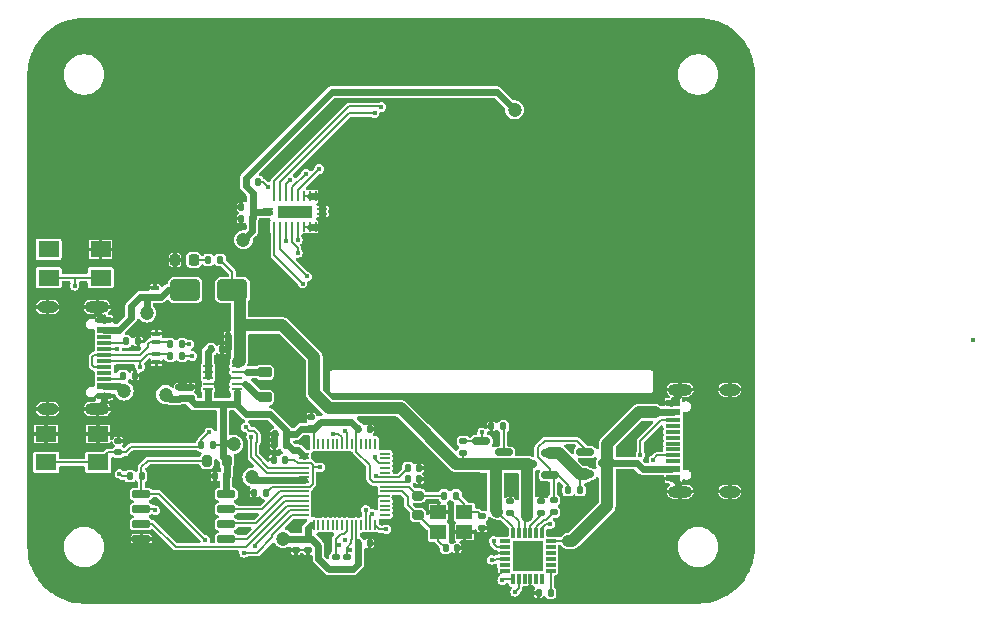
<source format=gbr>
%TF.GenerationSoftware,KiCad,Pcbnew,8.0.6*%
%TF.CreationDate,2025-04-13T21:58:39+09:00*%
%TF.ProjectId,PdSinkInspector,50645369-6e6b-4496-9e73-706563746f72,rev?*%
%TF.SameCoordinates,Original*%
%TF.FileFunction,Copper,L1,Top*%
%TF.FilePolarity,Positive*%
%FSLAX46Y46*%
G04 Gerber Fmt 4.6, Leading zero omitted, Abs format (unit mm)*
G04 Created by KiCad (PCBNEW 8.0.6) date 2025-04-13 21:58:39*
%MOMM*%
%LPD*%
G01*
G04 APERTURE LIST*
G04 Aperture macros list*
%AMRoundRect*
0 Rectangle with rounded corners*
0 $1 Rounding radius*
0 $2 $3 $4 $5 $6 $7 $8 $9 X,Y pos of 4 corners*
0 Add a 4 corners polygon primitive as box body*
4,1,4,$2,$3,$4,$5,$6,$7,$8,$9,$2,$3,0*
0 Add four circle primitives for the rounded corners*
1,1,$1+$1,$2,$3*
1,1,$1+$1,$4,$5*
1,1,$1+$1,$6,$7*
1,1,$1+$1,$8,$9*
0 Add four rect primitives between the rounded corners*
20,1,$1+$1,$2,$3,$4,$5,0*
20,1,$1+$1,$4,$5,$6,$7,0*
20,1,$1+$1,$6,$7,$8,$9,0*
20,1,$1+$1,$8,$9,$2,$3,0*%
G04 Aperture macros list end*
%TA.AperFunction,SMDPad,CuDef*%
%ADD10R,0.900000X0.240000*%
%TD*%
%TA.AperFunction,SMDPad,CuDef*%
%ADD11R,0.240000X0.900000*%
%TD*%
%TA.AperFunction,SMDPad,CuDef*%
%ADD12R,2.900000X1.000000*%
%TD*%
%TA.AperFunction,SMDPad,CuDef*%
%ADD13RoundRect,0.135000X0.135000X0.185000X-0.135000X0.185000X-0.135000X-0.185000X0.135000X-0.185000X0*%
%TD*%
%TA.AperFunction,SMDPad,CuDef*%
%ADD14RoundRect,0.140000X0.140000X0.170000X-0.140000X0.170000X-0.140000X-0.170000X0.140000X-0.170000X0*%
%TD*%
%TA.AperFunction,SMDPad,CuDef*%
%ADD15RoundRect,0.135000X-0.135000X-0.185000X0.135000X-0.185000X0.135000X0.185000X-0.135000X0.185000X0*%
%TD*%
%TA.AperFunction,SMDPad,CuDef*%
%ADD16RoundRect,0.140000X-0.140000X-0.170000X0.140000X-0.170000X0.140000X0.170000X-0.140000X0.170000X0*%
%TD*%
%TA.AperFunction,SMDPad,CuDef*%
%ADD17RoundRect,0.135000X0.185000X-0.135000X0.185000X0.135000X-0.185000X0.135000X-0.185000X-0.135000X0*%
%TD*%
%TA.AperFunction,SMDPad,CuDef*%
%ADD18RoundRect,0.200000X-0.275000X0.200000X-0.275000X-0.200000X0.275000X-0.200000X0.275000X0.200000X0*%
%TD*%
%TA.AperFunction,SMDPad,CuDef*%
%ADD19RoundRect,0.140000X-0.170000X0.140000X-0.170000X-0.140000X0.170000X-0.140000X0.170000X0.140000X0*%
%TD*%
%TA.AperFunction,SMDPad,CuDef*%
%ADD20R,1.400000X1.200000*%
%TD*%
%TA.AperFunction,SMDPad,CuDef*%
%ADD21RoundRect,0.150000X-0.650000X-0.150000X0.650000X-0.150000X0.650000X0.150000X-0.650000X0.150000X0*%
%TD*%
%TA.AperFunction,SMDPad,CuDef*%
%ADD22R,0.850000X0.300000*%
%TD*%
%TA.AperFunction,SMDPad,CuDef*%
%ADD23R,0.300000X0.850000*%
%TD*%
%TA.AperFunction,FiducialPad,Local*%
%ADD24R,2.600000X2.600000*%
%TD*%
%TA.AperFunction,HeatsinkPad*%
%ADD25R,3.200000X3.200000*%
%TD*%
%TA.AperFunction,SMDPad,CuDef*%
%ADD26RoundRect,0.050000X0.387500X-0.050000X0.387500X0.050000X-0.387500X0.050000X-0.387500X-0.050000X0*%
%TD*%
%TA.AperFunction,SMDPad,CuDef*%
%ADD27RoundRect,0.050000X0.050000X-0.387500X0.050000X0.387500X-0.050000X0.387500X-0.050000X-0.387500X0*%
%TD*%
%TA.AperFunction,SMDPad,CuDef*%
%ADD28RoundRect,0.200000X0.200000X0.275000X-0.200000X0.275000X-0.200000X-0.275000X0.200000X-0.275000X0*%
%TD*%
%TA.AperFunction,SMDPad,CuDef*%
%ADD29RoundRect,0.050000X0.300000X-0.150000X0.300000X0.150000X-0.300000X0.150000X-0.300000X-0.150000X0*%
%TD*%
%TA.AperFunction,SMDPad,CuDef*%
%ADD30RoundRect,0.140000X0.170000X-0.140000X0.170000X0.140000X-0.170000X0.140000X-0.170000X-0.140000X0*%
%TD*%
%TA.AperFunction,SMDPad,CuDef*%
%ADD31R,1.800000X1.400000*%
%TD*%
%TA.AperFunction,SMDPad,CuDef*%
%ADD32R,1.240000X0.600000*%
%TD*%
%TA.AperFunction,SMDPad,CuDef*%
%ADD33R,1.240000X0.300000*%
%TD*%
%TA.AperFunction,ComponentPad*%
%ADD34O,2.100000X1.000000*%
%TD*%
%TA.AperFunction,ComponentPad*%
%ADD35O,1.800000X1.000000*%
%TD*%
%TA.AperFunction,SMDPad,CuDef*%
%ADD36RoundRect,0.050000X-0.300000X0.150000X-0.300000X-0.150000X0.300000X-0.150000X0.300000X0.150000X0*%
%TD*%
%TA.AperFunction,SMDPad,CuDef*%
%ADD37RoundRect,0.218750X-0.381250X0.218750X-0.381250X-0.218750X0.381250X-0.218750X0.381250X0.218750X0*%
%TD*%
%TA.AperFunction,SMDPad,CuDef*%
%ADD38RoundRect,0.250000X1.000000X0.650000X-1.000000X0.650000X-1.000000X-0.650000X1.000000X-0.650000X0*%
%TD*%
%TA.AperFunction,SMDPad,CuDef*%
%ADD39RoundRect,0.218750X-0.218750X-0.256250X0.218750X-0.256250X0.218750X0.256250X-0.218750X0.256250X0*%
%TD*%
%TA.AperFunction,SMDPad,CuDef*%
%ADD40RoundRect,0.062500X0.350000X0.062500X-0.350000X0.062500X-0.350000X-0.062500X0.350000X-0.062500X0*%
%TD*%
%TA.AperFunction,HeatsinkPad*%
%ADD41R,1.200000X2.000000*%
%TD*%
%TA.AperFunction,SMDPad,CuDef*%
%ADD42RoundRect,0.150000X-0.587500X-0.150000X0.587500X-0.150000X0.587500X0.150000X-0.587500X0.150000X0*%
%TD*%
%TA.AperFunction,SMDPad,CuDef*%
%ADD43RoundRect,0.150000X0.587500X0.150000X-0.587500X0.150000X-0.587500X-0.150000X0.587500X-0.150000X0*%
%TD*%
%TA.AperFunction,SMDPad,CuDef*%
%ADD44RoundRect,0.135000X-0.185000X0.135000X-0.185000X-0.135000X0.185000X-0.135000X0.185000X0.135000X0*%
%TD*%
%TA.AperFunction,ViaPad*%
%ADD45C,0.400000*%
%TD*%
%TA.AperFunction,ViaPad*%
%ADD46C,1.200000*%
%TD*%
%TA.AperFunction,Conductor*%
%ADD47C,0.200000*%
%TD*%
%TA.AperFunction,Conductor*%
%ADD48C,0.600000*%
%TD*%
%TA.AperFunction,Conductor*%
%ADD49C,1.000000*%
%TD*%
G04 APERTURE END LIST*
D10*
%TO.P,U4,1,VCCA*%
%TO.N,+3.3V*%
X120550000Y-77850000D03*
D11*
%TO.P,U4,2,A0*%
%TO.N,SPI_SCK*%
X121100000Y-78900000D03*
%TO.P,U4,3,A1*%
%TO.N,MOSI*%
X121600000Y-78900000D03*
%TO.P,U4,4,A2*%
%TO.N,SPI_CS*%
X122100000Y-78900000D03*
%TO.P,U4,5,A3*%
%TO.N,Data{slash}Command*%
X122600000Y-78900000D03*
%TO.P,U4,6,A4*%
%TO.N,LCD_RESET*%
X123100000Y-78900000D03*
%TO.P,U4,7,A5*%
%TO.N,GND*%
X123600000Y-78900000D03*
%TO.P,U4,8,A6*%
X124100000Y-78900000D03*
%TO.P,U4,9,A7*%
X124600000Y-78900000D03*
D10*
%TO.P,U4,10,GND*%
X125150000Y-77850000D03*
%TO.P,U4,11,~{OE}*%
X125150000Y-77350000D03*
D11*
%TO.P,U4,12,B7*%
X124600000Y-76300000D03*
%TO.P,U4,13,B6*%
X124100000Y-76300000D03*
%TO.P,U4,14,B5*%
X123600000Y-76300000D03*
%TO.P,U4,15,B4*%
%TO.N,Net-(J2-Pin_11)*%
X123100000Y-76300000D03*
%TO.P,U4,16,B3*%
%TO.N,Net-(J2-Pin_7)*%
X122600000Y-76300000D03*
%TO.P,U4,17,B2*%
%TO.N,Net-(J2-Pin_8)*%
X122100000Y-76300000D03*
%TO.P,U4,18,B1*%
%TO.N,Net-(J2-Pin_10)*%
X121600000Y-76300000D03*
%TO.P,U4,19,B0*%
%TO.N,Net-(J2-Pin_9)*%
X121100000Y-76300000D03*
D10*
%TO.P,U4,20,VCCB*%
%TO.N,+3.3V*%
X120550000Y-77350000D03*
D12*
%TO.P,U4,21,NC*%
%TO.N,unconnected-(U4-NC-Pad21)*%
X122850000Y-77600000D03*
%TD*%
D13*
%TO.P,R18,1*%
%TO.N,Net-(J2-Pin_3)*%
X119700000Y-75100000D03*
%TO.P,R18,2*%
%TO.N,+3.3V*%
X118680000Y-75100000D03*
%TD*%
D14*
%TO.P,C23,1*%
%TO.N,+3.3V*%
X119260000Y-78200000D03*
%TO.P,C23,2*%
%TO.N,GND*%
X118300000Y-78200000D03*
%TD*%
%TO.P,C22,1*%
%TO.N,+3.3V*%
X119280000Y-77200000D03*
%TO.P,C22,2*%
%TO.N,GND*%
X118320000Y-77200000D03*
%TD*%
D15*
%TO.P,R13,1*%
%TO.N,Net-(J3-CC2)*%
X108290000Y-91500000D03*
%TO.P,R13,2*%
%TO.N,GND*%
X109310000Y-91500000D03*
%TD*%
D16*
%TO.P,C6,2*%
%TO.N,GND*%
X129180000Y-105700000D03*
%TO.P,C6,1*%
%TO.N,+3.3V*%
X128220000Y-105700000D03*
%TD*%
D17*
%TO.P,R15,2*%
%TO.N,Net-(IC2-SCL)*%
X127250000Y-106880000D03*
%TO.P,R15,1*%
%TO.N,+3.3V*%
X127250000Y-107900000D03*
%TD*%
D18*
%TO.P,R17,2*%
%TO.N,Net-(U1-XIN)*%
X133250000Y-103300000D03*
%TO.P,R17,1*%
%TO.N,Net-(U1-XOUT)*%
X133250000Y-101650000D03*
%TD*%
D16*
%TO.P,C9,1*%
%TO.N,+1V1*%
X132440000Y-99300000D03*
%TO.P,C9,2*%
%TO.N,GND*%
X133400000Y-99300000D03*
%TD*%
D19*
%TO.P,C16,2*%
%TO.N,GND*%
X138700000Y-104380000D03*
%TO.P,C16,1*%
%TO.N,Net-(C16-Pad1)*%
X138700000Y-103420000D03*
%TD*%
D13*
%TO.P,R6,1*%
%TO.N,Net-(C16-Pad1)*%
X136510000Y-101650000D03*
%TO.P,R6,2*%
%TO.N,Net-(U1-XOUT)*%
X135490000Y-101650000D03*
%TD*%
D20*
%TO.P,Y2,4,4*%
%TO.N,GND*%
X137200000Y-104750000D03*
%TO.P,Y2,3,3*%
%TO.N,Net-(U1-XIN)*%
X135000000Y-104750000D03*
%TO.P,Y2,2,2*%
%TO.N,GND*%
X135000000Y-103050000D03*
%TO.P,Y2,1,1*%
%TO.N,Net-(C16-Pad1)*%
X137200000Y-103050000D03*
%TD*%
D17*
%TO.P,R16,2*%
%TO.N,Net-(IC2-SDA)*%
X126300000Y-106890000D03*
%TO.P,R16,1*%
%TO.N,+3.3V*%
X126300000Y-107910000D03*
%TD*%
D19*
%TO.P,C8,2*%
%TO.N,GND*%
X122950000Y-106280000D03*
%TO.P,C8,1*%
%TO.N,+3.3V*%
X122950000Y-105320000D03*
%TD*%
D21*
%TO.P,U2,8,VCC*%
%TO.N,+3.3V*%
X117050000Y-101495000D03*
%TO.P,U2,7,IO3*%
%TO.N,Net-(U1-QSPI_SD3)*%
X117050000Y-102765000D03*
%TO.P,U2,6,CLK*%
%TO.N,Net-(U1-QSPI_SCLK)*%
X117050000Y-104035000D03*
%TO.P,U2,5,DI(IO0)*%
%TO.N,Net-(U1-QSPI_SD0)*%
X117050000Y-105305000D03*
%TO.P,U2,4,GND*%
%TO.N,GND*%
X109850000Y-105305000D03*
%TO.P,U2,3,IO2*%
%TO.N,Net-(U1-QSPI_SD2)*%
X109850000Y-104035000D03*
%TO.P,U2,2,DO(IO1)*%
%TO.N,Net-(U1-QSPI_SD1)*%
X109850000Y-102765000D03*
%TO.P,U2,1,~{CS}*%
%TO.N,Net-(U1-QSPI_SS)*%
X109850000Y-101495000D03*
%TD*%
D19*
%TO.P,C1,2*%
%TO.N,GND*%
X123950000Y-106280000D03*
%TO.P,C1,1*%
%TO.N,+3.3V*%
X123950000Y-105320000D03*
%TD*%
D14*
%TO.P,C10,2*%
%TO.N,GND*%
X119420000Y-101400000D03*
%TO.P,C10,1*%
%TO.N,+1V1*%
X120380000Y-101400000D03*
%TD*%
D16*
%TO.P,C15,2*%
%TO.N,GND*%
X136580000Y-106100000D03*
%TO.P,C15,1*%
%TO.N,Net-(U1-XIN)*%
X135620000Y-106100000D03*
%TD*%
D22*
%TO.P,IC2,1,NC_1*%
%TO.N,unconnected-(IC2-NC_1-Pad1)*%
X140600000Y-105500000D03*
%TO.P,IC2,2,CC1*%
%TO.N,Net-(IC2-CC1)*%
X140600000Y-106000000D03*
%TO.P,IC2,3,VCONN*%
%TO.N,GND*%
X140600000Y-106500000D03*
%TO.P,IC2,4,CC2*%
%TO.N,Net-(IC2-CC2)*%
X140600000Y-107000000D03*
%TO.P,IC2,5,NC_2*%
%TO.N,unconnected-(IC2-NC_2-Pad5)*%
X140600000Y-107500000D03*
%TO.P,IC2,6,RESET*%
%TO.N,GND*%
X140600000Y-108000000D03*
D23*
%TO.P,IC2,7,SCL*%
%TO.N,Net-(IC2-SCL)*%
X141300000Y-108700000D03*
%TO.P,IC2,8,SDA*%
%TO.N,Net-(IC2-SDA)*%
X141800000Y-108700000D03*
%TO.P,IC2,9,ALERT#*%
%TO.N,unconnected-(IC2-ALERT#-Pad9)*%
X142300000Y-108700000D03*
%TO.P,IC2,10,GND*%
%TO.N,GND*%
X142800000Y-108700000D03*
%TO.P,IC2,11,GPIO1*%
%TO.N,unconnected-(IC2-GPIO1-Pad11)*%
X143300000Y-108700000D03*
%TO.P,IC2,12,GPIO0*%
%TO.N,unconnected-(IC2-GPIO0-Pad12)*%
X143800000Y-108700000D03*
D22*
%TO.P,IC2,13,VVAR_ADDR0*%
%TO.N,Net-(IC2-VVAR_ADDR0)*%
X144500000Y-108000000D03*
%TO.P,IC2,14,GPIO2*%
%TO.N,unconnected-(IC2-GPIO2-Pad14)*%
X144500000Y-107500000D03*
%TO.P,IC2,15,GPIO3*%
%TO.N,unconnected-(IC2-GPIO3-Pad15)*%
X144500000Y-107000000D03*
%TO.P,IC2,16,GPIO4*%
%TO.N,unconnected-(IC2-GPIO4-Pad16)*%
X144500000Y-106500000D03*
%TO.P,IC2,17,A_B_SIDE*%
%TO.N,unconnected-(IC2-A_B_SIDE-Pad17)*%
X144500000Y-106000000D03*
%TO.P,IC2,18,VBUS_SENSE*%
%TO.N,Vout*%
X144500000Y-105500000D03*
D23*
%TO.P,IC2,19,VBUS_DISCH*%
%TO.N,Net-(IC2-VBUS_DISCH)*%
X143800000Y-104800000D03*
%TO.P,IC2,20,VBUS_EN_SRC*%
%TO.N,Net-(IC2-VBUS_EN_SRC)*%
X143300000Y-104800000D03*
%TO.P,IC2,21,VREG_1V2*%
%TO.N,Net-(IC2-VREG_1V2)*%
X142800000Y-104800000D03*
%TO.P,IC2,22,VSYS*%
%TO.N,VBUS*%
X142300000Y-104800000D03*
%TO.P,IC2,23,VREG_2V7*%
%TO.N,Net-(IC2-VREG_2V7)*%
X141800000Y-104800000D03*
%TO.P,IC2,24,VDD*%
%TO.N,VBUS*%
X141300000Y-104800000D03*
D24*
%TO.P,IC2,25,EP*%
%TO.N,GND*%
X142550000Y-106750000D03*
%TD*%
D25*
%TO.P,U1,57,GND*%
%TO.N,GND*%
X127050000Y-100700000D03*
D26*
%TO.P,U1,56,QSPI_SS*%
%TO.N,Net-(U1-QSPI_SS)*%
X123612500Y-103300000D03*
%TO.P,U1,55,QSPI_SD1*%
%TO.N,Net-(U1-QSPI_SD1)*%
X123612500Y-102900000D03*
%TO.P,U1,54,QSPI_SD2*%
%TO.N,Net-(U1-QSPI_SD2)*%
X123612500Y-102500000D03*
%TO.P,U1,53,QSPI_SD0*%
%TO.N,Net-(U1-QSPI_SD0)*%
X123612500Y-102100000D03*
%TO.P,U1,52,QSPI_SCLK*%
%TO.N,Net-(U1-QSPI_SCLK)*%
X123612500Y-101700000D03*
%TO.P,U1,51,QSPI_SD3*%
%TO.N,Net-(U1-QSPI_SD3)*%
X123612500Y-101300000D03*
%TO.P,U1,50,DVDD*%
%TO.N,+1V1*%
X123612500Y-100900000D03*
%TO.P,U1,49,IOVDD*%
%TO.N,+3.3V*%
X123612500Y-100500000D03*
%TO.P,U1,48,USB_VDD*%
X123612500Y-100100000D03*
%TO.P,U1,47,USB_DP*%
%TO.N,Net-(U1-USB_DP)*%
X123612500Y-99700000D03*
%TO.P,U1,46,USB_DM*%
%TO.N,Net-(U1-USB_DM)*%
X123612500Y-99300000D03*
%TO.P,U1,45,VREG_VOUT*%
%TO.N,+1V1*%
X123612500Y-98900000D03*
%TO.P,U1,44,VREG_IN*%
%TO.N,+3.3V*%
X123612500Y-98500000D03*
%TO.P,U1,43,ADC_AVDD*%
X123612500Y-98100000D03*
D27*
%TO.P,U1,42,IOVDD*%
X124450000Y-97262500D03*
%TO.P,U1,41,GPIO29_ADC3*%
%TO.N,unconnected-(U1-GPIO29_ADC3-Pad41)*%
X124850000Y-97262500D03*
%TO.P,U1,40,GPIO28_ADC2*%
%TO.N,unconnected-(U1-GPIO28_ADC2-Pad40)*%
X125250000Y-97262500D03*
%TO.P,U1,39,GPIO27_ADC1*%
%TO.N,unconnected-(U1-GPIO27_ADC1-Pad39)*%
X125650000Y-97262500D03*
%TO.P,U1,38,GPIO26_ADC0*%
%TO.N,unconnected-(U1-GPIO26_ADC0-Pad38)*%
X126050000Y-97262500D03*
%TO.P,U1,37,GPIO25*%
%TO.N,unconnected-(U1-GPIO25-Pad37)*%
X126450000Y-97262500D03*
%TO.P,U1,36,GPIO24*%
%TO.N,LCD_RESET*%
X126850000Y-97262500D03*
%TO.P,U1,35,GPIO23*%
%TO.N,Data{slash}Command*%
X127250000Y-97262500D03*
%TO.P,U1,34,GPIO22*%
%TO.N,unconnected-(U1-GPIO22-Pad34)*%
X127650000Y-97262500D03*
%TO.P,U1,33,IOVDD*%
%TO.N,+3.3V*%
X128050000Y-97262500D03*
%TO.P,U1,32,GPIO21*%
%TO.N,unconnected-(U1-GPIO21-Pad32)*%
X128450000Y-97262500D03*
%TO.P,U1,31,GPIO20*%
%TO.N,unconnected-(U1-GPIO20-Pad31)*%
X128850000Y-97262500D03*
%TO.P,U1,30,GPIO19*%
%TO.N,unconnected-(U1-GPIO19-Pad30)*%
X129250000Y-97262500D03*
%TO.P,U1,29,GPIO18*%
%TO.N,unconnected-(U1-GPIO18-Pad29)*%
X129650000Y-97262500D03*
D26*
%TO.P,U1,28,GPIO17*%
%TO.N,unconnected-(U1-GPIO17-Pad28)*%
X130487500Y-98100000D03*
%TO.P,U1,27,GPIO16*%
%TO.N,unconnected-(U1-GPIO16-Pad27)*%
X130487500Y-98500000D03*
%TO.P,U1,26,RUN*%
%TO.N,RESET*%
X130487500Y-98900000D03*
%TO.P,U1,25,SWD*%
%TO.N,unconnected-(U1-SWD-Pad25)*%
X130487500Y-99300000D03*
%TO.P,U1,24,SWCLK*%
%TO.N,unconnected-(U1-SWCLK-Pad24)*%
X130487500Y-99700000D03*
%TO.P,U1,23,DVDD*%
%TO.N,+1V1*%
X130487500Y-100100000D03*
%TO.P,U1,22,IOVDD*%
%TO.N,+3.3V*%
X130487500Y-100500000D03*
%TO.P,U1,21,XOUT*%
%TO.N,Net-(U1-XOUT)*%
X130487500Y-100900000D03*
%TO.P,U1,20,XIN*%
%TO.N,Net-(U1-XIN)*%
X130487500Y-101300000D03*
%TO.P,U1,19,TESTEN*%
%TO.N,GND*%
X130487500Y-101700000D03*
%TO.P,U1,18,GPIO15*%
%TO.N,unconnected-(U1-GPIO15-Pad18)*%
X130487500Y-102100000D03*
%TO.P,U1,17,GPIO14*%
%TO.N,unconnected-(U1-GPIO14-Pad17)*%
X130487500Y-102500000D03*
%TO.P,U1,16,GPIO13*%
%TO.N,unconnected-(U1-GPIO13-Pad16)*%
X130487500Y-102900000D03*
%TO.P,U1,15,GPIO12*%
%TO.N,unconnected-(U1-GPIO12-Pad15)*%
X130487500Y-103300000D03*
D27*
%TO.P,U1,14,GPIO11*%
%TO.N,MOSI*%
X129650000Y-104137500D03*
%TO.P,U1,13,GPIO10*%
%TO.N,SPI_SCK*%
X129250000Y-104137500D03*
%TO.P,U1,12,GPIO9*%
%TO.N,SPI_CS*%
X128850000Y-104137500D03*
%TO.P,U1,11,GPIO8*%
%TO.N,MISO*%
X128450000Y-104137500D03*
%TO.P,U1,10,IOVDD*%
%TO.N,+3.3V*%
X128050000Y-104137500D03*
%TO.P,U1,9,GPIO7*%
%TO.N,Net-(IC2-SCL)*%
X127650000Y-104137500D03*
%TO.P,U1,8,GPIO6*%
%TO.N,Net-(IC2-SDA)*%
X127250000Y-104137500D03*
%TO.P,U1,7,GPIO5*%
%TO.N,unconnected-(U1-GPIO5-Pad7)*%
X126850000Y-104137500D03*
%TO.P,U1,6,GPIO4*%
%TO.N,unconnected-(U1-GPIO4-Pad6)*%
X126450000Y-104137500D03*
%TO.P,U1,5,GPIO3*%
%TO.N,unconnected-(U1-GPIO3-Pad5)*%
X126050000Y-104137500D03*
%TO.P,U1,4,GPIO2*%
%TO.N,unconnected-(U1-GPIO2-Pad4)*%
X125650000Y-104137500D03*
%TO.P,U1,3,GPIO1*%
%TO.N,unconnected-(U1-GPIO1-Pad3)*%
X125250000Y-104137500D03*
%TO.P,U1,2,GPIO0*%
%TO.N,unconnected-(U1-GPIO0-Pad2)*%
X124850000Y-104137500D03*
%TO.P,U1,1,IOVDD*%
%TO.N,+3.3V*%
X124450000Y-104137500D03*
%TD*%
D15*
%TO.P,R4,2*%
%TO.N,Net-(IC2-VVAR_ADDR0)*%
X144510000Y-109900000D03*
%TO.P,R4,1*%
%TO.N,GND*%
X143490000Y-109900000D03*
%TD*%
%TO.P,R5,1*%
%TO.N,BOOT*%
X108880000Y-100000000D03*
%TO.P,R5,2*%
%TO.N,Net-(U1-QSPI_SS)*%
X109900000Y-100000000D03*
%TD*%
D14*
%TO.P,C12,1*%
%TO.N,+3.3V*%
X117050000Y-100000000D03*
%TO.P,C12,2*%
%TO.N,GND*%
X116090000Y-100000000D03*
%TD*%
D16*
%TO.P,C5,2*%
%TO.N,GND*%
X133400000Y-100250000D03*
%TO.P,C5,1*%
%TO.N,+3.3V*%
X132440000Y-100250000D03*
%TD*%
D14*
%TO.P,C13,1*%
%TO.N,VBUS*%
X118161250Y-88168750D03*
%TO.P,C13,2*%
%TO.N,GND*%
X117201250Y-88168750D03*
%TD*%
D16*
%TO.P,C2,2*%
%TO.N,GND*%
X129180000Y-96000000D03*
%TO.P,C2,1*%
%TO.N,+3.3V*%
X128220000Y-96000000D03*
%TD*%
D28*
%TO.P,R3,2*%
%TO.N,Net-(U1-QSPI_SS)*%
X115425000Y-98700000D03*
%TO.P,R3,1*%
%TO.N,+3.3V*%
X117075000Y-98700000D03*
%TD*%
D14*
%TO.P,C7,2*%
%TO.N,GND*%
X121140000Y-96450000D03*
%TO.P,C7,1*%
%TO.N,+3.3V*%
X122100000Y-96450000D03*
%TD*%
D15*
%TO.P,R12,2*%
%TO.N,Net-(Q3-D)*%
X140510000Y-95800000D03*
%TO.P,R12,1*%
%TO.N,GND*%
X139490000Y-95800000D03*
%TD*%
D29*
%TO.P,D4,1,K*%
%TO.N,USB_D+*%
X111131250Y-88631250D03*
%TO.P,D4,2,A*%
%TO.N,GND*%
X111131250Y-87931250D03*
%TD*%
D30*
%TO.P,C19,1*%
%TO.N,+3.3V*%
X114018750Y-93431250D03*
%TO.P,C19,2*%
%TO.N,GND*%
X114018750Y-92471250D03*
%TD*%
D15*
%TO.P,R14,1*%
%TO.N,Net-(J3-CC1)*%
X108580000Y-88600000D03*
%TO.P,R14,2*%
%TO.N,GND*%
X109600000Y-88600000D03*
%TD*%
D31*
%TO.P,SW1,4,A*%
%TO.N,GND*%
X101800000Y-96439165D03*
%TO.P,SW1,3,K*%
X106200000Y-96439165D03*
%TO.P,SW1,2,2*%
%TO.N,RESET*%
X106200000Y-98839165D03*
%TO.P,SW1,1,1*%
X101800000Y-98839165D03*
%TD*%
D32*
%TO.P,J3,A1,GND*%
%TO.N,GND*%
X106725000Y-86800000D03*
%TO.P,J3,A4,VBUS*%
%TO.N,Net-(D2-A)*%
X106725000Y-87600000D03*
D33*
%TO.P,J3,A5,CC1*%
%TO.N,Net-(J3-CC1)*%
X106725000Y-88750000D03*
%TO.P,J3,A6,D+*%
%TO.N,USB_D+*%
X106725000Y-89750000D03*
%TO.P,J3,A7,D-*%
%TO.N,USB_D-*%
X106725000Y-90250000D03*
%TO.P,J3,A8,SBU1*%
%TO.N,unconnected-(J3-SBU1-PadA8)*%
X106725000Y-91250000D03*
D32*
%TO.P,J3,A9,VBUS*%
%TO.N,Net-(D2-A)*%
X106725000Y-92400000D03*
%TO.P,J3,A12,GND*%
%TO.N,GND*%
X106725000Y-93200000D03*
%TO.P,J3,B1,GND*%
X106725000Y-93200000D03*
%TO.P,J3,B4,VBUS*%
%TO.N,Net-(D2-A)*%
X106725000Y-92400000D03*
D33*
%TO.P,J3,B5,CC2*%
%TO.N,Net-(J3-CC2)*%
X106725000Y-91750000D03*
%TO.P,J3,B6,D+*%
%TO.N,USB_D+*%
X106725000Y-90750000D03*
%TO.P,J3,B7,D-*%
%TO.N,USB_D-*%
X106725000Y-89250000D03*
%TO.P,J3,B8,SBU2*%
%TO.N,unconnected-(J3-SBU2-PadB8)*%
X106725000Y-88250000D03*
D32*
%TO.P,J3,B9,VBUS*%
%TO.N,Net-(D2-A)*%
X106725000Y-87600000D03*
%TO.P,J3,B12,GND*%
%TO.N,GND*%
X106725000Y-86800000D03*
D34*
%TO.P,J3,S1,SHIELD*%
X106125000Y-85680000D03*
D35*
X101925000Y-85680000D03*
D34*
X106125000Y-94320000D03*
D35*
X101925000Y-94320000D03*
%TD*%
D17*
%TO.P,R10,2*%
%TO.N,Net-(Q1-G)*%
X144750000Y-102040000D03*
%TO.P,R10,1*%
%TO.N,Net-(IC2-VBUS_EN_SRC)*%
X144750000Y-103060000D03*
%TD*%
D30*
%TO.P,C18,1*%
%TO.N,+3.3V*%
X113068750Y-93451250D03*
%TO.P,C18,2*%
%TO.N,GND*%
X113068750Y-92491250D03*
%TD*%
D15*
%TO.P,R1,1*%
%TO.N,USB_D+*%
X112296250Y-88831250D03*
%TO.P,R1,2*%
%TO.N,Net-(U1-USB_DP)*%
X113316250Y-88831250D03*
%TD*%
D16*
%TO.P,C14,1*%
%TO.N,Net-(U3-EN)*%
X115721250Y-89268750D03*
%TO.P,C14,2*%
%TO.N,GND*%
X116681250Y-89268750D03*
%TD*%
D13*
%TO.P,R8,2*%
%TO.N,RESET*%
X114930000Y-97400000D03*
%TO.P,R8,1*%
%TO.N,+3.3V*%
X115950000Y-97400000D03*
%TD*%
D14*
%TO.P,C11,2*%
%TO.N,GND*%
X121050000Y-98600000D03*
%TO.P,C11,1*%
%TO.N,+1V1*%
X122010000Y-98600000D03*
%TD*%
D36*
%TO.P,D5,1,K*%
%TO.N,USB_D-*%
X111131250Y-89681250D03*
%TO.P,D5,2,A*%
%TO.N,GND*%
X111131250Y-90381250D03*
%TD*%
D37*
%TO.P,L1,1,1*%
%TO.N,Net-(U3-L1)*%
X120301250Y-91206250D03*
%TO.P,L1,2,2*%
%TO.N,Net-(U3-L2)*%
X120301250Y-93331250D03*
%TD*%
D30*
%TO.P,C17,1*%
%TO.N,RESET*%
X107900000Y-97980000D03*
%TO.P,C17,2*%
%TO.N,GND*%
X107900000Y-97020000D03*
%TD*%
D31*
%TO.P,SW2,1,1*%
%TO.N,BOOT*%
X102000000Y-83200000D03*
%TO.P,SW2,2,2*%
X106400000Y-83200000D03*
%TO.P,SW2,3,K*%
%TO.N,GND*%
X106400000Y-80800000D03*
%TO.P,SW2,4,A*%
%TO.N,unconnected-(SW2-A-Pad4)*%
X102000000Y-80800000D03*
%TD*%
D14*
%TO.P,C4,2*%
%TO.N,GND*%
X121120000Y-97400000D03*
%TO.P,C4,1*%
%TO.N,+3.3V*%
X122080000Y-97400000D03*
%TD*%
D38*
%TO.P,D2,1,K*%
%TO.N,VBUS*%
X117566250Y-84250000D03*
%TO.P,D2,2,A*%
%TO.N,Net-(D2-A)*%
X113566250Y-84250000D03*
%TD*%
D39*
%TO.P,D1,1,K*%
%TO.N,GND*%
X112712500Y-81700000D03*
%TO.P,D1,2,A*%
%TO.N,Net-(D1-A)*%
X114287500Y-81700000D03*
%TD*%
D29*
%TO.P,D3,1,K*%
%TO.N,Net-(D2-A)*%
X111000000Y-84750000D03*
%TO.P,D3,2,A*%
%TO.N,GND*%
X111000000Y-84050000D03*
%TD*%
D40*
%TO.P,U3,1,VOUT*%
%TO.N,+3.3V*%
X117913750Y-92668750D03*
%TO.P,U3,2,L2*%
%TO.N,Net-(U3-L2)*%
X117913750Y-92168750D03*
%TO.P,U3,3,PGND*%
%TO.N,GND*%
X117913750Y-91668750D03*
%TO.P,U3,4,L1*%
%TO.N,Net-(U3-L1)*%
X117913750Y-91168750D03*
%TO.P,U3,5,VIN*%
%TO.N,VBUS*%
X117913750Y-90668750D03*
%TO.P,U3,6,EN*%
%TO.N,Net-(U3-EN)*%
X115488750Y-90668750D03*
%TO.P,U3,7,PS/SYNC*%
X115488750Y-91168750D03*
%TO.P,U3,8,VINA*%
X115488750Y-91668750D03*
%TO.P,U3,9,GND*%
%TO.N,GND*%
X115488750Y-92168750D03*
%TO.P,U3,10,FB*%
%TO.N,+3.3V*%
X115488750Y-92668750D03*
D41*
%TO.P,U3,11,PGND*%
%TO.N,GND*%
X116701250Y-91668750D03*
%TD*%
D35*
%TO.P,J1,S1,SHIELD*%
%TO.N,GND*%
X159680000Y-92680000D03*
D34*
X155480000Y-92680000D03*
D35*
X159680000Y-101320000D03*
D34*
X155480000Y-101320000D03*
D32*
%TO.P,J1,B12,GND*%
X154880000Y-100200000D03*
%TO.P,J1,B9,VBUS*%
%TO.N,Vout*%
X154880000Y-99400000D03*
D33*
%TO.P,J1,B8,SBU2*%
%TO.N,unconnected-(J1-SBU2-PadB8)*%
X154880000Y-98750000D03*
%TO.P,J1,B7,D-*%
%TO.N,unconnected-(J1-D--PadB7)*%
X154880000Y-97750000D03*
%TO.P,J1,B6,D+*%
%TO.N,unconnected-(J1-D+-PadB6)*%
X154880000Y-96250000D03*
%TO.P,J1,B5,CC2*%
%TO.N,Net-(IC2-CC2)*%
X154880000Y-95250000D03*
D32*
%TO.P,J1,B4,VBUS*%
%TO.N,Vout*%
X154880000Y-94600000D03*
%TO.P,J1,B1,GND*%
%TO.N,GND*%
X154880000Y-93800000D03*
%TO.P,J1,A12,GND*%
X154880000Y-93800000D03*
%TO.P,J1,A9,VBUS*%
%TO.N,Vout*%
X154880000Y-94600000D03*
D33*
%TO.P,J1,A8,SBU1*%
%TO.N,unconnected-(J1-SBU1-PadA8)*%
X154880000Y-95750000D03*
%TO.P,J1,A7,D-*%
%TO.N,unconnected-(J1-D--PadA7)*%
X154880000Y-96750000D03*
%TO.P,J1,A6,D+*%
%TO.N,unconnected-(J1-D+-PadA6)*%
X154880000Y-97250000D03*
%TO.P,J1,A5,CC1*%
%TO.N,Net-(IC2-CC1)*%
X154880000Y-98250000D03*
D32*
%TO.P,J1,A4,VBUS*%
%TO.N,Vout*%
X154880000Y-99400000D03*
%TO.P,J1,A1,GND*%
%TO.N,GND*%
X154880000Y-100200000D03*
%TD*%
D42*
%TO.P,Q3,3,D*%
%TO.N,Net-(Q3-D)*%
X140525000Y-98000000D03*
%TO.P,Q3,2,S*%
%TO.N,VBUS*%
X138650000Y-98950000D03*
%TO.P,Q3,1,G*%
%TO.N,Net-(IC2-VBUS_DISCH)*%
X138650000Y-97050000D03*
%TD*%
D30*
%TO.P,C20,2*%
%TO.N,GND*%
X143700000Y-102140000D03*
%TO.P,C20,1*%
%TO.N,Net-(IC2-VREG_1V2)*%
X143700000Y-103100000D03*
%TD*%
D15*
%TO.P,R2,1*%
%TO.N,USB_D-*%
X112296250Y-89831250D03*
%TO.P,R2,2*%
%TO.N,Net-(U1-USB_DM)*%
X113316250Y-89831250D03*
%TD*%
D43*
%TO.P,Q2,3,D*%
%TO.N,VBUS*%
X142600000Y-99000000D03*
%TO.P,Q2,2,S*%
%TO.N,Net-(Q1-S)*%
X144475000Y-98050000D03*
%TO.P,Q2,1,G*%
%TO.N,Net-(Q1-G)*%
X144475000Y-99950000D03*
%TD*%
D13*
%TO.P,R7,1*%
%TO.N,VBUS*%
X116520000Y-81700000D03*
%TO.P,R7,2*%
%TO.N,Net-(D1-A)*%
X115500000Y-81700000D03*
%TD*%
D15*
%TO.P,R9,2*%
%TO.N,Net-(Q1-S)*%
X147000000Y-101200000D03*
%TO.P,R9,1*%
%TO.N,Net-(Q1-G)*%
X145980000Y-101200000D03*
%TD*%
D30*
%TO.P,C3,2*%
%TO.N,GND*%
X124250000Y-95000000D03*
%TO.P,C3,1*%
%TO.N,+3.3V*%
X124250000Y-95960000D03*
%TD*%
D42*
%TO.P,Q1,3,D*%
%TO.N,Vout*%
X149300000Y-98900000D03*
%TO.P,Q1,2,S*%
%TO.N,Net-(Q1-S)*%
X147425000Y-99850000D03*
%TO.P,Q1,1,G*%
%TO.N,Net-(Q1-G)*%
X147425000Y-97950000D03*
%TD*%
D30*
%TO.P,C21,2*%
%TO.N,GND*%
X141100000Y-102140000D03*
%TO.P,C21,1*%
%TO.N,Net-(IC2-VREG_2V7)*%
X141100000Y-103100000D03*
%TD*%
D44*
%TO.P,R11,2*%
%TO.N,VBUS*%
X137100000Y-98060000D03*
%TO.P,R11,1*%
%TO.N,Net-(IC2-VBUS_DISCH)*%
X137100000Y-97040000D03*
%TD*%
D45*
%TO.N,*%
X180300000Y-88500000D03*
%TO.N,GND*%
X147000000Y-106900000D03*
X149500000Y-107300000D03*
X151200000Y-104600000D03*
X150800000Y-101900000D03*
X146100000Y-102500000D03*
X147900000Y-101700000D03*
X135000000Y-100200000D03*
X113400000Y-82700000D03*
X117400000Y-80300000D03*
X120300000Y-80500000D03*
X120700000Y-83300000D03*
X120100000Y-84400000D03*
X120800000Y-85300000D03*
X119400000Y-86100000D03*
X127700000Y-90400000D03*
X128200000Y-86500000D03*
X128100000Y-88300000D03*
X125800000Y-87200000D03*
X126700000Y-85300000D03*
X127900000Y-84300000D03*
X126200000Y-82600000D03*
X125700000Y-81000000D03*
X124600000Y-81400000D03*
X124500000Y-82500000D03*
X123500000Y-81700000D03*
X125600000Y-83800000D03*
X126300000Y-89600000D03*
X125800000Y-90800000D03*
X133900000Y-93400000D03*
X135300000Y-94600000D03*
X136100000Y-93500000D03*
X138800000Y-94800000D03*
X140200000Y-93700000D03*
X145000000Y-93500000D03*
X150800000Y-93900000D03*
X151800000Y-93300000D03*
X149500000Y-93600000D03*
X147900000Y-94000000D03*
X148300000Y-95600000D03*
X146800000Y-95200000D03*
X145000000Y-94900000D03*
X142900000Y-95700000D03*
X142200000Y-94000000D03*
X137200000Y-94400000D03*
X137900000Y-100800000D03*
X161100000Y-91700000D03*
X158600000Y-93700000D03*
X161100000Y-100800000D03*
X160300000Y-103000000D03*
X157400000Y-101900000D03*
X153000000Y-104100000D03*
X154900000Y-102400000D03*
X127600000Y-108900000D03*
X126500000Y-108700000D03*
X124600000Y-108900000D03*
X121900000Y-107000000D03*
X122400000Y-108100000D03*
X124000000Y-107100000D03*
X121000000Y-106200000D03*
X108500000Y-109000000D03*
X110100000Y-106200000D03*
X112000000Y-103000000D03*
X113200000Y-104200000D03*
X112000000Y-104400000D03*
X113100000Y-104900000D03*
X112900000Y-100000000D03*
X114300000Y-100400000D03*
X114400000Y-99300000D03*
X112900000Y-101400000D03*
X114500000Y-101900000D03*
X115600000Y-102700000D03*
X120400000Y-97500000D03*
X123400000Y-90300000D03*
X123500000Y-93100000D03*
X122000000Y-88900000D03*
X122000000Y-93100000D03*
X119900000Y-89500000D03*
X120900000Y-90200000D03*
X120600000Y-88800000D03*
X119200000Y-88300000D03*
X119200000Y-90400000D03*
X111100000Y-92000000D03*
X110600000Y-94200000D03*
X112900000Y-95700000D03*
X111400000Y-95400000D03*
X111900000Y-96700000D03*
X114100000Y-96700000D03*
X115800000Y-94900000D03*
X113500000Y-94200000D03*
X108800000Y-96700000D03*
X107000000Y-95300000D03*
X105000000Y-95300000D03*
X103300000Y-95000000D03*
X103500000Y-85900000D03*
X104800000Y-86500000D03*
X105600000Y-88800000D03*
X107400000Y-84500000D03*
X110500000Y-82400000D03*
X109400000Y-83600000D03*
X111500000Y-80700000D03*
X112800000Y-79500000D03*
X115400000Y-80400000D03*
X116100000Y-82800000D03*
X115500000Y-84100000D03*
X112000000Y-82800000D03*
X109500000Y-80900000D03*
X103200000Y-78800000D03*
X104700000Y-79800000D03*
X107700000Y-82100000D03*
X105000000Y-82600000D03*
X103600000Y-82000000D03*
X100600000Y-81900000D03*
X100700000Y-84800000D03*
X103100000Y-84700000D03*
X107900000Y-86200000D03*
X118900000Y-71500000D03*
X117500000Y-74900000D03*
X118400000Y-76500000D03*
X117900000Y-79000000D03*
X117700000Y-82000000D03*
X119200000Y-83100000D03*
X120400000Y-81600000D03*
X119400000Y-80800000D03*
X120500000Y-79400000D03*
X120100000Y-78500000D03*
X124400000Y-80000000D03*
X125500000Y-79500000D03*
X126000000Y-78500000D03*
X126200000Y-77600000D03*
X127100000Y-77800000D03*
X126100000Y-76800000D03*
X125600000Y-76100000D03*
X132900000Y-73300000D03*
X132600000Y-74500000D03*
X131300000Y-73500000D03*
X130900000Y-74400000D03*
X129500000Y-74500000D03*
X130200000Y-73200000D03*
X128600000Y-73800000D03*
X127800000Y-74500000D03*
X127500000Y-73200000D03*
X126400000Y-74200000D03*
X125300000Y-74600000D03*
X134900000Y-70100000D03*
X134100000Y-71600000D03*
X131300000Y-70200000D03*
X133200000Y-70800000D03*
X131800000Y-72000000D03*
X129600000Y-71300000D03*
X127300000Y-71800000D03*
X125600000Y-73400000D03*
X129300000Y-70000000D03*
X136900000Y-70000000D03*
X153500000Y-93400000D03*
X149600000Y-95300000D03*
X147100000Y-96400000D03*
X148300000Y-97100000D03*
X144600000Y-96300000D03*
X143000000Y-97100000D03*
X141200000Y-95600000D03*
X138700000Y-95500000D03*
X136000000Y-95700000D03*
X133900000Y-94600000D03*
X131800000Y-93200000D03*
X129800000Y-93200000D03*
X133800000Y-98100000D03*
X132800000Y-96900000D03*
X132600000Y-98100000D03*
X131800000Y-97300000D03*
X130200000Y-95700000D03*
X128700000Y-95200000D03*
X130400000Y-97000000D03*
X131600000Y-95500000D03*
X136400000Y-100000000D03*
X137400000Y-101500000D03*
X136100000Y-100900000D03*
X134100000Y-100400000D03*
X134400000Y-101100000D03*
X136100000Y-103900000D03*
X138800000Y-100000000D03*
X138900000Y-102600000D03*
X136200000Y-106800000D03*
X137200000Y-105700000D03*
X128700000Y-105000000D03*
X127100000Y-105400000D03*
X122900000Y-104000000D03*
X119600000Y-102100000D03*
X110700000Y-100700000D03*
X115800000Y-101000000D03*
X113800000Y-103000000D03*
X118400000Y-103400000D03*
X118700000Y-104600000D03*
X112700000Y-106600000D03*
X111100000Y-105200000D03*
X108700000Y-104600000D03*
X107200000Y-103000000D03*
X104700000Y-99500000D03*
X104100000Y-100800000D03*
X100500000Y-95000000D03*
X101900000Y-95200000D03*
X101900000Y-97600000D03*
X103200000Y-98200000D03*
X105000000Y-97700000D03*
X113700000Y-91100000D03*
X114500000Y-91700000D03*
X112800000Y-90500000D03*
X112700000Y-91700000D03*
X114700000Y-93000000D03*
X117000000Y-92400000D03*
X116900000Y-91600000D03*
X116400000Y-91000000D03*
X115700000Y-88300000D03*
X114500000Y-90500000D03*
X119800000Y-95700000D03*
X132200000Y-103200000D03*
X131600000Y-101900000D03*
X134500000Y-105800000D03*
X134100000Y-107200000D03*
X131700000Y-107100000D03*
X131300000Y-106000000D03*
X129100000Y-106400000D03*
X129000000Y-107300000D03*
X130500000Y-108100000D03*
X137600000Y-108300000D03*
X135600000Y-108300000D03*
X133200000Y-108300000D03*
X136000000Y-109300000D03*
X141100000Y-110400000D03*
X139900000Y-109300000D03*
X139700000Y-107800000D03*
X138600000Y-106200000D03*
X138300000Y-105000000D03*
X139400000Y-103800000D03*
X140200000Y-104000000D03*
X140800000Y-101300000D03*
X143500000Y-101400000D03*
X145300000Y-101000000D03*
X147100000Y-102600000D03*
X148300000Y-100600000D03*
X147700000Y-98900000D03*
X146200000Y-97700000D03*
X131400000Y-109300000D03*
X130300000Y-109300000D03*
X142400000Y-109800000D03*
X145300000Y-109900000D03*
X145100000Y-108700000D03*
X145400000Y-106300000D03*
X153800000Y-100300000D03*
X152000000Y-101400000D03*
X150300000Y-101100000D03*
X151600000Y-99800000D03*
X150200000Y-99600000D03*
X152600000Y-100200000D03*
X151200000Y-97200000D03*
X151400000Y-98000000D03*
X150300000Y-98100000D03*
X152000000Y-96000000D03*
X152800000Y-95600000D03*
X152800000Y-97200000D03*
X153800000Y-96200000D03*
X153800000Y-97600000D03*
X141700000Y-107700000D03*
X141700000Y-107000000D03*
X126050000Y-101850000D03*
X125050000Y-102350000D03*
X126350000Y-103150000D03*
X128250000Y-103200000D03*
X128800000Y-101950000D03*
X128950000Y-100750000D03*
X125050000Y-99900000D03*
X124550000Y-101350000D03*
X124600000Y-103100000D03*
X127050000Y-102650000D03*
X128200000Y-101650000D03*
X128200000Y-100750000D03*
X128000000Y-99900000D03*
X127300000Y-99500000D03*
X125850000Y-99550000D03*
X126700000Y-99850000D03*
X125900000Y-100300000D03*
X125850000Y-101100000D03*
X127000000Y-101850000D03*
X127550000Y-101200000D03*
X127050000Y-100700000D03*
X143150000Y-106100000D03*
X143500000Y-107750000D03*
X142750000Y-107600000D03*
X143350000Y-106850000D03*
X141850000Y-106250000D03*
X142550000Y-106750000D03*
X111500000Y-99600000D03*
X107900000Y-100900000D03*
X111200000Y-102100000D03*
X114600000Y-105500000D03*
X129200000Y-110500000D03*
X125600000Y-106500000D03*
X125200000Y-105000000D03*
X125900000Y-105000000D03*
X129500000Y-101100000D03*
X123900000Y-96700000D03*
X122700000Y-95600000D03*
X121600000Y-94400000D03*
X118100000Y-95400000D03*
X120600000Y-95800000D03*
D46*
%TO.N,+3.3V*%
X141450000Y-69000000D03*
D45*
%TO.N,GND*%
X130800000Y-68200000D03*
X139100000Y-68200000D03*
X139400000Y-69200000D03*
X140000000Y-71700000D03*
X138000000Y-74700000D03*
X136900000Y-74200000D03*
X136700000Y-71400000D03*
X138800000Y-71800000D03*
X145800000Y-75400000D03*
X134100000Y-73700000D03*
%TO.N,Net-(J2-Pin_3)*%
X120600000Y-75550000D03*
%TO.N,Net-(J2-Pin_9)*%
X130150000Y-68750000D03*
%TO.N,Net-(J2-Pin_10)*%
X129600000Y-69300000D03*
%TO.N,Net-(J2-Pin_8)*%
X122450002Y-74949999D03*
%TO.N,Net-(J2-Pin_7)*%
X123796446Y-74396446D03*
%TO.N,Net-(J2-Pin_11)*%
X124900000Y-74000000D03*
D46*
%TO.N,+3.3V*%
X118500000Y-80000000D03*
X111900000Y-93100000D03*
D45*
%TO.N,GND*%
X124600000Y-87100000D03*
X124700000Y-85700000D03*
X123500000Y-84500000D03*
X122000000Y-84100000D03*
%TO.N,MOSI*%
X123900000Y-83100000D03*
%TO.N,SPI_SCK*%
X123500000Y-83700000D03*
%TO.N,Data{slash}Command*%
X123100000Y-81100000D03*
%TO.N,LCD_RESET*%
X123100000Y-80000000D03*
%TO.N,SPI_CS*%
X122100000Y-80100000D03*
%TO.N,LCD_RESET*%
X126100000Y-96400000D03*
%TO.N,Data{slash}Command*%
X127100000Y-96200000D03*
%TO.N,SPI_CS*%
X128850000Y-102850000D03*
%TO.N,SPI_SCK*%
X129400000Y-103200000D03*
%TO.N,MOSI*%
X130600000Y-104500000D03*
%TO.N,GND*%
X145300000Y-103950000D03*
%TO.N,Net-(IC2-CC2)*%
X152100000Y-98200000D03*
%TO.N,Net-(IC2-CC1)*%
X153200000Y-98600000D03*
%TO.N,GND*%
X134550000Y-99250000D03*
X131600000Y-99200000D03*
X150100000Y-103100000D03*
X149200000Y-104100000D03*
X148300000Y-104900000D03*
%TO.N,Net-(IC2-CC2)*%
X139500000Y-107100000D03*
%TO.N,GND*%
X143400000Y-100400000D03*
X144100000Y-100700000D03*
%TO.N,Net-(IC2-CC1)*%
X139700000Y-105500000D03*
%TO.N,Net-(IC2-SCL)*%
X140400000Y-108800000D03*
%TO.N,Net-(IC2-SDA)*%
X141500000Y-109800000D03*
%TO.N,Net-(IC2-SCL)*%
X127520000Y-106300000D03*
%TO.N,Net-(IC2-SDA)*%
X126600000Y-105826700D03*
%TO.N,+1V1*%
X129700000Y-100000000D03*
X125000000Y-99250000D03*
%TO.N,RESET*%
X115600000Y-96300000D03*
X129600000Y-98400000D03*
D46*
%TO.N,+3.3V*%
X119218073Y-100081927D03*
D45*
%TO.N,GND*%
X114600000Y-98100000D03*
X102500000Y-91900000D03*
X105200000Y-91400000D03*
X112400000Y-86700000D03*
X109500000Y-94900000D03*
X117500000Y-94700000D03*
%TO.N,BOOT*%
X104200000Y-83900000D03*
X108000000Y-99800000D03*
%TO.N,Net-(IC2-VBUS_DISCH)*%
X138700000Y-96300000D03*
X144452436Y-104062146D03*
%TO.N,GND*%
X141500000Y-101100000D03*
X141100000Y-100000000D03*
%TO.N,Net-(U1-USB_DM)*%
X114168750Y-89831250D03*
%TO.N,Net-(U1-USB_DP)*%
X113900000Y-88831250D03*
%TO.N,USB_D-*%
X109750000Y-90750000D03*
D46*
%TO.N,Net-(D2-A)*%
X110300000Y-86200000D03*
X108400000Y-92800000D03*
%TO.N,+3.3V*%
X121850000Y-105320000D03*
D45*
%TO.N,Net-(U1-QSPI_SD1)*%
X111050000Y-102900000D03*
%TO.N,Net-(U1-QSPI_SS)*%
X118550000Y-106500000D03*
%TO.N,Net-(U1-QSPI_SD1)*%
X119472650Y-105922650D03*
%TO.N,Net-(U1-QSPI_SS)*%
X115250000Y-105400000D03*
%TO.N,GND*%
X108200000Y-79100000D03*
D46*
%TO.N,+3.3V*%
X117654816Y-97320000D03*
D45*
%TO.N,Net-(U1-USB_DP)*%
X119147335Y-96654442D03*
%TO.N,Net-(U1-USB_DM)*%
X118700000Y-95850000D03*
%TO.N,USB_D-*%
X107800000Y-89250000D03*
%TD*%
D47*
%TO.N,Net-(IC2-SCL)*%
X127620000Y-105680000D02*
X127250000Y-106050000D01*
X127620000Y-105363866D02*
X127620000Y-105680000D01*
X127650000Y-105333866D02*
X127620000Y-105363866D01*
X127250000Y-106050000D02*
X127250000Y-106880000D01*
X127650000Y-104137500D02*
X127650000Y-105333866D01*
D48*
%TO.N,GND*%
X113998750Y-92491250D02*
X114018750Y-92471250D01*
X113068750Y-92491250D02*
X113998750Y-92491250D01*
D47*
%TO.N,SPI_CS*%
X128850000Y-102850000D02*
X128850000Y-104137500D01*
D48*
%TO.N,GND*%
X121120000Y-96470000D02*
X121140000Y-96450000D01*
X121120000Y-97400000D02*
X121120000Y-96470000D01*
X155300000Y-93200000D02*
X155300000Y-92680000D01*
X154700000Y-93800000D02*
X155300000Y-93200000D01*
%TO.N,Vout*%
X153350000Y-94600000D02*
X154880000Y-94600000D01*
D47*
%TO.N,Net-(IC2-CC2)*%
X152100000Y-97015000D02*
X152100000Y-98200000D01*
X153865000Y-95250000D02*
X152100000Y-97015000D01*
X154880000Y-95250000D02*
X153865000Y-95250000D01*
%TO.N,Net-(IC2-CC1)*%
X153550000Y-98250000D02*
X154880000Y-98250000D01*
X153200000Y-98600000D02*
X153550000Y-98250000D01*
D48*
%TO.N,Vout*%
X152300000Y-99400000D02*
X154700000Y-99400000D01*
X151800000Y-98900000D02*
X152300000Y-99400000D01*
X149300000Y-98900000D02*
X151800000Y-98900000D01*
%TO.N,GND*%
X154880000Y-100200000D02*
X155300000Y-100620000D01*
X155300000Y-100620000D02*
X155300000Y-101320000D01*
X154700000Y-100200000D02*
X154880000Y-100200000D01*
D49*
%TO.N,VBUS*%
X121800000Y-87250000D02*
X118181250Y-87250000D01*
X124500000Y-93000000D02*
X124500000Y-89950000D01*
X136500000Y-98950000D02*
X131800000Y-94250000D01*
X131800000Y-94250000D02*
X125750000Y-94250000D01*
X125750000Y-94250000D02*
X124500000Y-93000000D01*
X137200000Y-98950000D02*
X136500000Y-98950000D01*
X124500000Y-89950000D02*
X121800000Y-87250000D01*
%TO.N,Vout*%
X146300000Y-105500000D02*
X146000000Y-105500000D01*
X149300000Y-102500000D02*
X146300000Y-105500000D01*
X149300000Y-98900000D02*
X149300000Y-102500000D01*
D48*
%TO.N,+3.3V*%
X118680000Y-74780001D02*
X118680000Y-75100000D01*
X125960001Y-67500000D02*
X118680000Y-74780001D01*
X139950000Y-67500000D02*
X125960001Y-67500000D01*
X141450000Y-69000000D02*
X139950000Y-67500000D01*
X118680000Y-75419999D02*
X118680000Y-75100000D01*
X119280000Y-76019999D02*
X118680000Y-75419999D01*
X119280000Y-77200000D02*
X119280000Y-76019999D01*
D47*
%TO.N,Net-(J2-Pin_3)*%
X120150000Y-75100000D02*
X120600000Y-75550000D01*
X119700000Y-75100000D02*
X120150000Y-75100000D01*
%TO.N,Net-(J2-Pin_10)*%
X127392893Y-69300000D02*
X121600000Y-75092893D01*
X121600000Y-75092893D02*
X121600000Y-76300000D01*
X129600000Y-69300000D02*
X127392893Y-69300000D01*
%TO.N,Net-(J2-Pin_11)*%
X124900000Y-74000000D02*
X123100000Y-75800000D01*
X123100000Y-75800000D02*
X123100000Y-76300000D01*
%TO.N,Net-(J2-Pin_9)*%
X121100000Y-75027207D02*
X121100000Y-76300000D01*
X127427207Y-68700000D02*
X121100000Y-75027207D01*
X130150000Y-68750000D02*
X130100000Y-68700000D01*
X130100000Y-68700000D02*
X127427207Y-68700000D01*
%TO.N,Net-(J2-Pin_8)*%
X122100000Y-75300001D02*
X122100000Y-76300000D01*
X122450002Y-74949999D02*
X122100000Y-75300001D01*
%TO.N,Net-(J2-Pin_7)*%
X122600000Y-75564314D02*
X123767868Y-74396446D01*
X123767868Y-74396446D02*
X123796446Y-74396446D01*
X122600000Y-76300000D02*
X122600000Y-75564314D01*
%TO.N,GND*%
X123600000Y-78900000D02*
X124100000Y-78900000D01*
X123600000Y-76300000D02*
X124100000Y-76300000D01*
D48*
X125150000Y-77350000D02*
X125150000Y-77850000D01*
X125150000Y-76630000D02*
X125150000Y-77350000D01*
X124820000Y-76300000D02*
X125150000Y-76630000D01*
X124100000Y-76300000D02*
X124820000Y-76300000D01*
X124820000Y-78900000D02*
X125150000Y-78570000D01*
X125150000Y-78570000D02*
X125150000Y-77850000D01*
X124100000Y-78900000D02*
X124820000Y-78900000D01*
%TO.N,+3.3V*%
X119280000Y-77600000D02*
X120700000Y-77600000D01*
X119280000Y-77600000D02*
X119280000Y-78180000D01*
X119280000Y-77200000D02*
X119280000Y-77600000D01*
X119280000Y-78180000D02*
X119260000Y-78200000D01*
X119260000Y-79240000D02*
X119260000Y-78200000D01*
X118500000Y-80000000D02*
X119260000Y-79240000D01*
X112251250Y-93451250D02*
X111900000Y-93100000D01*
X113068750Y-93451250D02*
X112251250Y-93451250D01*
X117534816Y-97200000D02*
X116750000Y-97200000D01*
X117654816Y-97320000D02*
X117534816Y-97200000D01*
X116750000Y-97200000D02*
X116750000Y-97500000D01*
X116750000Y-93901250D02*
X116750000Y-97200000D01*
D47*
X116650000Y-97400000D02*
X116750000Y-97500000D01*
X115950000Y-97400000D02*
X116650000Y-97400000D01*
D48*
X116750000Y-97500000D02*
X116750000Y-98375000D01*
X116750000Y-98375000D02*
X117075000Y-98700000D01*
D47*
%TO.N,MOSI*%
X121600000Y-80800000D02*
X121600000Y-78900000D01*
X123900000Y-83100000D02*
X121600000Y-80800000D01*
%TO.N,SPI_SCK*%
X121100000Y-81300000D02*
X123500000Y-83700000D01*
X121100000Y-78900000D02*
X121100000Y-81300000D01*
%TO.N,Data{slash}Command*%
X123100000Y-80707107D02*
X123100000Y-81100000D01*
X122600000Y-80207107D02*
X123100000Y-80707107D01*
X122600000Y-78900000D02*
X122600000Y-80207107D01*
%TO.N,LCD_RESET*%
X123100000Y-80000000D02*
X123100000Y-78900000D01*
%TO.N,SPI_CS*%
X122100000Y-78900000D02*
X122100000Y-80100000D01*
%TO.N,Data{slash}Command*%
X127250000Y-96350000D02*
X127100000Y-96200000D01*
X127250000Y-97262500D02*
X127250000Y-96350000D01*
%TO.N,LCD_RESET*%
X126521360Y-96400000D02*
X126100000Y-96400000D01*
X126850000Y-96728640D02*
X126521360Y-96400000D01*
X126850000Y-97262500D02*
X126850000Y-96728640D01*
D48*
%TO.N,+3.3V*%
X125068976Y-95400000D02*
X127620000Y-95400000D01*
X127620000Y-95400000D02*
X128220000Y-96000000D01*
X124508976Y-95960000D02*
X125068976Y-95400000D01*
X124250000Y-95960000D02*
X124508976Y-95960000D01*
D47*
%TO.N,SPI_SCK*%
X129250000Y-103400000D02*
X129250000Y-104137500D01*
X129400000Y-103250000D02*
X129250000Y-103400000D01*
X129400000Y-103200000D02*
X129400000Y-103250000D01*
%TO.N,MOSI*%
X130012500Y-104500000D02*
X130600000Y-104500000D01*
X129650000Y-104137500D02*
X130012500Y-104500000D01*
%TO.N,+3.3V*%
X129492893Y-100500000D02*
X130487500Y-100500000D01*
X129200000Y-100207107D02*
X129492893Y-100500000D01*
X128050000Y-97262500D02*
X128050000Y-97950000D01*
X128050000Y-97950000D02*
X129200000Y-99100000D01*
X129200000Y-99100000D02*
X129200000Y-100207107D01*
%TO.N,GND*%
X122950000Y-106280000D02*
X123950000Y-106280000D01*
%TO.N,Net-(U1-QSPI_SD3)*%
X121595567Y-101300000D02*
X123612500Y-101300000D01*
X120095567Y-102800000D02*
X121595567Y-101300000D01*
X117085000Y-102800000D02*
X120095567Y-102800000D01*
X117050000Y-102765000D02*
X117085000Y-102800000D01*
%TO.N,+1V1*%
X120880000Y-100900000D02*
X123612500Y-100900000D01*
X120380000Y-101400000D02*
X120880000Y-100900000D01*
D48*
%TO.N,+3.3V*%
X119218073Y-100081927D02*
X119436146Y-100300000D01*
X119436146Y-100300000D02*
X123612500Y-100300000D01*
D47*
%TO.N,GND*%
X130487500Y-101700000D02*
X129500000Y-101700000D01*
%TO.N,+3.3V*%
X128050000Y-96170000D02*
X128220000Y-96000000D01*
X128050000Y-97262500D02*
X128050000Y-96170000D01*
%TO.N,Net-(IC2-VBUS_DISCH)*%
X138640000Y-97040000D02*
X138650000Y-97050000D01*
X137100000Y-97040000D02*
X138640000Y-97040000D01*
%TO.N,VBUS*%
X137100000Y-98850000D02*
X137200000Y-98950000D01*
D49*
X137200000Y-98950000D02*
X138650000Y-98950000D01*
D47*
X137100000Y-98060000D02*
X137100000Y-98850000D01*
%TO.N,Net-(U1-USB_DM)*%
X119550000Y-97207107D02*
X119550000Y-98234314D01*
X119550000Y-98234314D02*
X120615686Y-99300000D01*
X119650000Y-97107107D02*
X119550000Y-97207107D01*
X119351777Y-96151777D02*
X119650000Y-96450000D01*
X120615686Y-99300000D02*
X123612500Y-99300000D01*
X119001777Y-96151777D02*
X119351777Y-96151777D01*
X118700000Y-95850000D02*
X119001777Y-96151777D01*
X119650000Y-96450000D02*
X119650000Y-97107107D01*
%TO.N,Net-(U1-USB_DP)*%
X120450000Y-99700000D02*
X123612500Y-99700000D01*
X119147335Y-98397335D02*
X120450000Y-99700000D01*
X119147335Y-96654442D02*
X119147335Y-98397335D01*
%TO.N,Net-(IC2-VBUS_DISCH)*%
X143800000Y-104365686D02*
X143800000Y-104800000D01*
X144085686Y-104080000D02*
X143800000Y-104365686D01*
X144434582Y-104080000D02*
X144085686Y-104080000D01*
X144452436Y-104062146D02*
X144434582Y-104080000D01*
%TO.N,VBUS*%
X141300000Y-104300000D02*
X141300000Y-104800000D01*
X140000000Y-103000000D02*
X141300000Y-104300000D01*
D49*
X140000000Y-103000000D02*
X139850000Y-102850000D01*
X139850000Y-102850000D02*
X139850000Y-99250000D01*
X139850000Y-99250000D02*
X140100000Y-99000000D01*
%TO.N,Vout*%
X149300000Y-97250000D02*
X149300000Y-98900000D01*
X151950000Y-94600000D02*
X149300000Y-97250000D01*
X153350000Y-94600000D02*
X151950000Y-94600000D01*
D47*
%TO.N,GND*%
X142800000Y-109700000D02*
X143000000Y-109900000D01*
X142800000Y-108700000D02*
X142800000Y-109700000D01*
D48*
X106125000Y-86200000D02*
X106725000Y-86800000D01*
X106125000Y-85680000D02*
X106125000Y-86200000D01*
X106725000Y-93720000D02*
X106125000Y-94320000D01*
X106725000Y-93200000D02*
X106725000Y-93720000D01*
D47*
X140492893Y-108000000D02*
X139996446Y-108496447D01*
X140600000Y-108000000D02*
X140492893Y-108000000D01*
X139500000Y-106500000D02*
X139250000Y-106250000D01*
X140600000Y-106500000D02*
X139500000Y-106500000D01*
%TO.N,+1V1*%
X125000000Y-99250000D02*
X124350000Y-99250000D01*
%TO.N,Net-(IC2-CC2)*%
X139825000Y-107100000D02*
X139500000Y-107100000D01*
X139925000Y-107000000D02*
X139825000Y-107100000D01*
X140600000Y-107000000D02*
X139925000Y-107000000D01*
%TO.N,Net-(Q1-G)*%
X144475000Y-99425000D02*
X144475000Y-99950000D01*
X143437500Y-98390552D02*
X143696948Y-98650000D01*
X143700000Y-98650000D02*
X144475000Y-99425000D01*
X143437500Y-97562500D02*
X143437500Y-98390552D01*
X144000000Y-97000000D02*
X143437500Y-97562500D01*
X143696948Y-98650000D02*
X143700000Y-98650000D01*
X146737500Y-97000000D02*
X144000000Y-97000000D01*
X147425000Y-97687500D02*
X146737500Y-97000000D01*
X147425000Y-97950000D02*
X147425000Y-97687500D01*
%TO.N,Net-(IC2-CC1)*%
X139700000Y-105775000D02*
X139925000Y-106000000D01*
X139925000Y-106000000D02*
X140600000Y-106000000D01*
X139700000Y-105500000D02*
X139700000Y-105775000D01*
%TO.N,Net-(IC2-SCL)*%
X140400000Y-108800000D02*
X140500000Y-108700000D01*
X140500000Y-108700000D02*
X141300000Y-108700000D01*
%TO.N,Net-(IC2-SDA)*%
X126600000Y-105826700D02*
X126326700Y-105826700D01*
X126300000Y-105800000D02*
X126300000Y-106890000D01*
X126300000Y-105300000D02*
X126300000Y-105800000D01*
%TO.N,Net-(IC2-SCL)*%
X127520000Y-106300000D02*
X127250000Y-106300000D01*
%TO.N,Net-(IC2-SDA)*%
X126725000Y-104875000D02*
X126300000Y-105300000D01*
X127250000Y-104671360D02*
X127046360Y-104875000D01*
X127046360Y-104875000D02*
X126725000Y-104875000D01*
X127250000Y-104137500D02*
X127250000Y-104671360D01*
X141800000Y-109500000D02*
X141500000Y-109800000D01*
X141800000Y-108700000D02*
X141800000Y-109500000D01*
%TO.N,Net-(U1-XIN)*%
X135000000Y-105480000D02*
X135620000Y-106100000D01*
X135000000Y-104750000D02*
X135000000Y-105480000D01*
%TO.N,Vout*%
X146000000Y-105500000D02*
X144500000Y-105500000D01*
%TO.N,+1V1*%
X129800000Y-100100000D02*
X129700000Y-100000000D01*
X130487500Y-100100000D02*
X129800000Y-100100000D01*
X124350000Y-100100000D02*
X124350000Y-99050000D01*
X124350000Y-100696360D02*
X124350000Y-100100000D01*
X124350000Y-99050000D02*
X124200000Y-98900000D01*
X124200000Y-98900000D02*
X123612500Y-98900000D01*
X124146360Y-100900000D02*
X124350000Y-100696360D01*
X123612500Y-100900000D02*
X124146360Y-100900000D01*
%TO.N,RESET*%
X114930000Y-96970000D02*
X115600000Y-96300000D01*
X114930000Y-97400000D02*
X114930000Y-96970000D01*
X129600000Y-98546360D02*
X129600000Y-98400000D01*
X129953640Y-98900000D02*
X129600000Y-98546360D01*
X130487500Y-98900000D02*
X129953640Y-98900000D01*
D48*
%TO.N,+3.3V*%
X123112500Y-97800000D02*
X123612500Y-98300000D01*
X122650000Y-97800000D02*
X123112500Y-97800000D01*
%TO.N,Net-(D2-A)*%
X109000000Y-85600000D02*
X109768750Y-84831250D01*
X109000000Y-86600000D02*
X109000000Y-85600000D01*
X109768750Y-84831250D02*
X111500000Y-84831250D01*
X108000000Y-87600000D02*
X109000000Y-86600000D01*
X106725000Y-87600000D02*
X108000000Y-87600000D01*
X110300000Y-84831250D02*
X111500000Y-84831250D01*
X110300000Y-86200000D02*
X110300000Y-84831250D01*
D47*
%TO.N,Net-(D1-A)*%
X115500000Y-81700000D02*
X114287500Y-81700000D01*
%TO.N,VBUS*%
X116520000Y-81700000D02*
X117566250Y-82746250D01*
X117566250Y-82746250D02*
X117566250Y-84250000D01*
%TO.N,BOOT*%
X104200000Y-83900000D02*
X104200000Y-83200000D01*
X104200000Y-83200000D02*
X106400000Y-83200000D01*
X102000000Y-83200000D02*
X104200000Y-83200000D01*
X108200000Y-100000000D02*
X108000000Y-99800000D01*
X108880000Y-100000000D02*
X108200000Y-100000000D01*
%TO.N,Net-(U1-QSPI_SS)*%
X110400000Y-98700000D02*
X115425000Y-98700000D01*
X109850000Y-99250000D02*
X110400000Y-98700000D01*
X109850000Y-100000000D02*
X109850000Y-99250000D01*
%TO.N,Net-(Q1-G)*%
X145150000Y-99950000D02*
X144475000Y-99950000D01*
X145980000Y-100780000D02*
X145150000Y-99950000D01*
X145980000Y-101200000D02*
X145980000Y-100780000D01*
%TO.N,Net-(Q1-S)*%
X147000000Y-100275000D02*
X147425000Y-99850000D01*
X147000000Y-101200000D02*
X147000000Y-100275000D01*
D49*
X147012499Y-99850000D02*
X147425000Y-99850000D01*
X144475000Y-98050000D02*
X145212499Y-98050000D01*
X145212499Y-98050000D02*
X147012499Y-99850000D01*
D47*
%TO.N,Net-(J3-CC1)*%
X108430000Y-88750000D02*
X106725000Y-88750000D01*
X108580000Y-88600000D02*
X108430000Y-88750000D01*
%TO.N,Net-(J3-CC2)*%
X108040000Y-91750000D02*
X108290000Y-91500000D01*
X106725000Y-91750000D02*
X108040000Y-91750000D01*
D48*
%TO.N,Net-(D2-A)*%
X108000000Y-92400000D02*
X106725000Y-92400000D01*
X108400000Y-92800000D02*
X108000000Y-92400000D01*
D47*
%TO.N,Net-(IC2-VVAR_ADDR0)*%
X144510000Y-108010000D02*
X144500000Y-108000000D01*
X144510000Y-109900000D02*
X144510000Y-108010000D01*
%TO.N,Net-(IC2-VBUS_DISCH)*%
X138700000Y-96300000D02*
X138700000Y-97000000D01*
X138700000Y-97000000D02*
X138650000Y-97050000D01*
%TO.N,Net-(Q1-G)*%
X144750000Y-100225000D02*
X144475000Y-99950000D01*
X144750000Y-102040000D02*
X144750000Y-100225000D01*
%TO.N,Net-(IC2-VBUS_EN_SRC)*%
X144130000Y-103680000D02*
X144750000Y-103060000D01*
X143250000Y-104350000D02*
X143920000Y-103680000D01*
X143250000Y-104750000D02*
X143250000Y-104350000D01*
X143300000Y-104800000D02*
X143250000Y-104750000D01*
X143920000Y-103680000D02*
X144130000Y-103680000D01*
%TO.N,Net-(IC2-VREG_1V2)*%
X143700000Y-103331371D02*
X143700000Y-103100000D01*
X142800000Y-104231371D02*
X143700000Y-103331371D01*
X142800000Y-104800000D02*
X142800000Y-104231371D01*
%TO.N,VBUS*%
X142350000Y-103550000D02*
X142650000Y-103550000D01*
X142300000Y-103600000D02*
X142350000Y-103550000D01*
X142300000Y-104800000D02*
X142300000Y-103600000D01*
D49*
X142500000Y-99100000D02*
X142500000Y-103400000D01*
X142600000Y-99000000D02*
X142500000Y-99100000D01*
D47*
%TO.N,Net-(IC2-VREG_2V7)*%
X141800000Y-103800000D02*
X141100000Y-103100000D01*
X141800000Y-104800000D02*
X141800000Y-103800000D01*
D49*
%TO.N,VBUS*%
X140100000Y-99000000D02*
X138700000Y-99000000D01*
X142600000Y-99000000D02*
X140100000Y-99000000D01*
D47*
%TO.N,Net-(Q3-D)*%
X140525000Y-95815000D02*
X140510000Y-95800000D01*
X140525000Y-98000000D02*
X140525000Y-95815000D01*
D49*
%TO.N,VBUS*%
X138700000Y-99000000D02*
X138650000Y-98950000D01*
D48*
%TO.N,GND*%
X117181250Y-89118750D02*
X117181250Y-88168750D01*
X117031250Y-89268750D02*
X117181250Y-89118750D01*
X116681250Y-89268750D02*
X117031250Y-89268750D01*
%TO.N,Net-(U3-EN)*%
X115488750Y-90668750D02*
X115488750Y-91543750D01*
X115488750Y-89501250D02*
X115488750Y-90668750D01*
X115721250Y-89268750D02*
X115488750Y-89501250D01*
D47*
%TO.N,Net-(U1-USB_DM)*%
X114168750Y-89831250D02*
X113316250Y-89831250D01*
%TO.N,Net-(U1-USB_DP)*%
X113900000Y-88831250D02*
X113316250Y-88831250D01*
D48*
%TO.N,+3.3V*%
X117918750Y-92851250D02*
X117918750Y-93883750D01*
X117918750Y-93883750D02*
X117901250Y-93901250D01*
X118750000Y-94750000D02*
X117901250Y-93901250D01*
X120709999Y-94750000D02*
X118750000Y-94750000D01*
X117901250Y-93901250D02*
X117468750Y-93901250D01*
X122100000Y-96450000D02*
X122100000Y-96140001D01*
X122100000Y-96140001D02*
X120709999Y-94750000D01*
X116750000Y-93901250D02*
X115518750Y-93901250D01*
X117316250Y-93901250D02*
X116750000Y-93901250D01*
D47*
%TO.N,RESET*%
X114830000Y-97500000D02*
X114930000Y-97400000D01*
X108520000Y-97980000D02*
X109000000Y-97500000D01*
X107900000Y-97980000D02*
X108520000Y-97980000D01*
X109000000Y-97500000D02*
X114830000Y-97500000D01*
%TO.N,USB_D-*%
X110384436Y-89681250D02*
X111131250Y-89681250D01*
X109815686Y-90250000D02*
X110384436Y-89681250D01*
X109750000Y-90250000D02*
X109815686Y-90250000D01*
X109750000Y-90250000D02*
X109750000Y-90750000D01*
X106725000Y-90250000D02*
X109750000Y-90250000D01*
%TO.N,USB_D+*%
X110625000Y-88631250D02*
X111131250Y-88631250D01*
X110403064Y-88853186D02*
X110625000Y-88631250D01*
X109750000Y-89750000D02*
X110403064Y-89096936D01*
X106725000Y-89750000D02*
X109750000Y-89750000D01*
X110403064Y-89096936D02*
X110403064Y-88853186D01*
D49*
%TO.N,VBUS*%
X118181250Y-84865000D02*
X117566250Y-84250000D01*
X118181250Y-90220000D02*
X118181250Y-84865000D01*
X118057500Y-90343750D02*
X118181250Y-90220000D01*
D48*
%TO.N,Net-(D2-A)*%
X111500000Y-84831250D02*
X112081250Y-84250000D01*
X112081250Y-84250000D02*
X113566250Y-84250000D01*
D47*
%TO.N,USB_D+*%
X112096250Y-88631250D02*
X112296250Y-88831250D01*
X111131250Y-88631250D02*
X112096250Y-88631250D01*
%TO.N,USB_D-*%
X112146250Y-89681250D02*
X112296250Y-89831250D01*
X111131250Y-89681250D02*
X112146250Y-89681250D01*
D48*
%TO.N,+3.3V*%
X117468750Y-93901250D02*
X117316250Y-93901250D01*
X122950000Y-96450000D02*
X122100000Y-96450000D01*
X123400000Y-96000000D02*
X122950000Y-96450000D01*
X124470000Y-96000000D02*
X123400000Y-96000000D01*
D47*
%TO.N,Net-(U1-QSPI_SD1)*%
X122431521Y-102900000D02*
X123612500Y-102900000D01*
%TO.N,Net-(U1-QSPI_SD0)*%
X117050000Y-105305000D02*
X118817506Y-105305000D01*
%TO.N,Net-(U1-QSPI_SCLK)*%
X121856820Y-101700000D02*
X123612500Y-101700000D01*
%TO.N,Net-(U1-QSPI_SD2)*%
X118688192Y-106000000D02*
X112750000Y-106000000D01*
%TO.N,Net-(U1-QSPI_SD0)*%
X118817506Y-105305000D02*
X122022506Y-102100000D01*
%TO.N,Net-(U1-QSPI_SD1)*%
X110915000Y-102765000D02*
X109850000Y-102765000D01*
%TO.N,Net-(U1-QSPI_SCLK)*%
X117085000Y-104000000D02*
X119556820Y-104000000D01*
%TO.N,Net-(U1-QSPI_SD0)*%
X122022506Y-102100000D02*
X123612500Y-102100000D01*
%TO.N,Net-(U1-QSPI_SCLK)*%
X117050000Y-104035000D02*
X117085000Y-104000000D01*
X119556820Y-104000000D02*
X121856820Y-101700000D01*
%TO.N,Net-(U1-QSPI_SD2)*%
X110785000Y-104035000D02*
X109850000Y-104035000D01*
%TO.N,Net-(U1-QSPI_SD1)*%
X119472650Y-105858871D02*
X122431521Y-102900000D01*
%TO.N,Net-(U1-QSPI_SD2)*%
X123612500Y-102500000D02*
X122188192Y-102500000D01*
%TO.N,Net-(U1-QSPI_SD1)*%
X119472650Y-105922650D02*
X119472650Y-105858871D01*
%TO.N,Net-(U1-QSPI_SD2)*%
X112750000Y-106000000D02*
X110785000Y-104035000D01*
X122188192Y-102500000D02*
X118688192Y-106000000D01*
%TO.N,Net-(U1-QSPI_SS)*%
X120950000Y-105200000D02*
X120950000Y-104947207D01*
X111345000Y-101495000D02*
X109850000Y-101495000D01*
X122597207Y-103300000D02*
X123612500Y-103300000D01*
X118550000Y-106500000D02*
X119650000Y-106500000D01*
%TO.N,Net-(U1-XOUT)*%
X133250000Y-101650000D02*
X135490000Y-101650000D01*
%TO.N,Net-(U1-QSPI_SS)*%
X119650000Y-106500000D02*
X120950000Y-105200000D01*
X120950000Y-104947207D02*
X122597207Y-103300000D01*
X109850000Y-101495000D02*
X109850000Y-100000000D01*
X109845000Y-101500000D02*
X109850000Y-101495000D01*
%TO.N,Net-(U1-XOUT)*%
X130487500Y-100900000D02*
X132500000Y-100900000D01*
X132500000Y-100900000D02*
X133250000Y-101650000D01*
D48*
%TO.N,+3.3V*%
X123950000Y-105320000D02*
X123950000Y-104437500D01*
X117050000Y-100000000D02*
X117050000Y-101495000D01*
X127750000Y-107900000D02*
X128220000Y-107430000D01*
X124850000Y-105900000D02*
X124850000Y-107000000D01*
D47*
X128050000Y-104137500D02*
X128050000Y-105530000D01*
D48*
X127240000Y-107910000D02*
X127250000Y-107900000D01*
D47*
X130487500Y-100500000D02*
X132190000Y-100500000D01*
%TO.N,+1V1*%
X131640000Y-100100000D02*
X132440000Y-99300000D01*
D48*
%TO.N,+3.3V*%
X127250000Y-107900000D02*
X127750000Y-107900000D01*
D47*
%TO.N,+1V1*%
X130487500Y-100100000D02*
X131640000Y-100100000D01*
D48*
%TO.N,+3.3V*%
X123950000Y-104437500D02*
X124250000Y-104137500D01*
D47*
X128050000Y-105530000D02*
X128220000Y-105700000D01*
D48*
X128220000Y-107430000D02*
X128220000Y-105700000D01*
X124850000Y-107000000D02*
X125760000Y-107910000D01*
D47*
%TO.N,Net-(U1-QSPI_SD1)*%
X111050000Y-102900000D02*
X110915000Y-102765000D01*
D48*
%TO.N,+3.3V*%
X123950000Y-105320000D02*
X124270000Y-105320000D01*
X126300000Y-107910000D02*
X127240000Y-107910000D01*
D47*
X132190000Y-100500000D02*
X132440000Y-100250000D01*
%TO.N,Net-(C16-Pad1)*%
X137200000Y-102340000D02*
X136510000Y-101650000D01*
X138330000Y-103050000D02*
X138700000Y-103420000D01*
%TO.N,Net-(U1-QSPI_SS)*%
X115250000Y-105400000D02*
X111345000Y-101495000D01*
D48*
%TO.N,+3.3V*%
X124270000Y-105320000D02*
X124850000Y-105900000D01*
D47*
%TO.N,Net-(U1-XIN)*%
X132400000Y-101750000D02*
X131950000Y-101300000D01*
D48*
%TO.N,+3.3V*%
X123950000Y-105320000D02*
X122950000Y-105320000D01*
D47*
%TO.N,Net-(U1-XIN)*%
X134700000Y-104750000D02*
X133250000Y-103300000D01*
%TO.N,Net-(C16-Pad1)*%
X137200000Y-103050000D02*
X138330000Y-103050000D01*
D48*
%TO.N,+3.3V*%
X117075000Y-99975000D02*
X117050000Y-100000000D01*
D47*
%TO.N,Net-(U1-XIN)*%
X131950000Y-101300000D02*
X130487500Y-101300000D01*
%TO.N,Net-(C16-Pad1)*%
X137200000Y-103050000D02*
X137200000Y-102340000D01*
%TO.N,Net-(U1-XIN)*%
X132400000Y-102450000D02*
X132400000Y-101750000D01*
X135000000Y-104750000D02*
X134700000Y-104750000D01*
X133250000Y-103300000D02*
X132400000Y-102450000D01*
D48*
%TO.N,+3.3V*%
X117075000Y-98700000D02*
X117075000Y-99975000D01*
X125760000Y-107910000D02*
X126300000Y-107910000D01*
%TO.N,Net-(U3-L1)*%
X120301250Y-91206250D02*
X118773750Y-91206250D01*
D47*
%TO.N,USB_D-*%
X107800000Y-89250000D02*
X106725000Y-89250000D01*
%TO.N,USB_D+*%
X105700000Y-89905000D02*
X105700000Y-90595000D01*
X106725000Y-89750000D02*
X105855000Y-89750000D01*
X105855000Y-89750000D02*
X105700000Y-89905000D01*
D48*
%TO.N,Net-(U3-L2)*%
X118668750Y-92168750D02*
X119831250Y-93331250D01*
D47*
%TO.N,Net-(U3-L1)*%
X118773750Y-91206250D02*
X118736250Y-91168750D01*
X118736250Y-91168750D02*
X117913750Y-91168750D01*
%TO.N,USB_D+*%
X105700000Y-90595000D02*
X105855000Y-90750000D01*
D48*
%TO.N,Net-(U3-L1)*%
X118773750Y-91206250D02*
X118768750Y-91201250D01*
D47*
%TO.N,+3.3V*%
X124450000Y-97262500D02*
X124450000Y-96020000D01*
X124450000Y-96020000D02*
X124470000Y-96000000D01*
D48*
X113088750Y-93431250D02*
X113068750Y-93451250D01*
X115488750Y-92951250D02*
X115488750Y-92793750D01*
X114018750Y-93431250D02*
X113088750Y-93431250D01*
D47*
%TO.N,Net-(U3-L2)*%
X118668750Y-92168750D02*
X117913750Y-92168750D01*
D48*
%TO.N,+3.3V*%
X115518750Y-92793750D02*
X115518750Y-93901250D01*
D47*
%TO.N,+1V1*%
X122010000Y-98600000D02*
X122778640Y-98600000D01*
D48*
%TO.N,+3.3V*%
X114018750Y-93431250D02*
X114018750Y-93551250D01*
X122250000Y-97400000D02*
X122080000Y-97400000D01*
D47*
%TO.N,VBUS*%
X118275000Y-90307500D02*
X117913750Y-90668750D01*
%TO.N,+1V1*%
X123078640Y-98900000D02*
X123612500Y-98900000D01*
D48*
%TO.N,+3.3V*%
X122080000Y-97400000D02*
X122080000Y-96470000D01*
D47*
X117918750Y-92673750D02*
X117913750Y-92668750D01*
X117918750Y-92851250D02*
X117918750Y-92673750D01*
D48*
X115488750Y-92793750D02*
X115518750Y-92793750D01*
D47*
%TO.N,+1V1*%
X122778640Y-98600000D02*
X123078640Y-98900000D01*
%TO.N,USB_D+*%
X105855000Y-90750000D02*
X106725000Y-90750000D01*
D48*
%TO.N,+3.3V*%
X122080000Y-96470000D02*
X122100000Y-96450000D01*
X114368750Y-93901250D02*
X115518750Y-93901250D01*
X122650000Y-97800000D02*
X122250000Y-97400000D01*
X114018750Y-93551250D02*
X114368750Y-93901250D01*
D47*
%TO.N,GND*%
X116201250Y-92168750D02*
X116701250Y-91668750D01*
%TO.N,RESET*%
X106200000Y-98839165D02*
X101800000Y-98839165D01*
%TO.N,+3.3V*%
X115488750Y-93421250D02*
X115488750Y-92668750D01*
%TO.N,GND*%
X117913750Y-91668750D02*
X116701250Y-91668750D01*
%TO.N,RESET*%
X107900000Y-97980000D02*
X107059165Y-97980000D01*
%TO.N,GND*%
X115488750Y-92168750D02*
X116201250Y-92168750D01*
%TO.N,RESET*%
X107059165Y-97980000D02*
X106200000Y-98839165D01*
D48*
%TO.N,Net-(U3-L2)*%
X119831250Y-93331250D02*
X120301250Y-93331250D01*
%TO.N,+3.3V*%
X122950000Y-105320000D02*
X121850000Y-105320000D01*
%TD*%
%TA.AperFunction,Conductor*%
%TO.N,GND*%
G36*
X125892166Y-104758958D02*
G01*
X125902259Y-104760965D01*
X125902260Y-104760966D01*
X125975326Y-104775500D01*
X125975330Y-104775500D01*
X126039811Y-104775500D01*
X126114311Y-104795462D01*
X126168849Y-104850000D01*
X126188811Y-104924500D01*
X126168849Y-104999000D01*
X126145170Y-105029859D01*
X126059540Y-105115488D01*
X126019979Y-105184011D01*
X125999500Y-105260437D01*
X125999500Y-106343751D01*
X125979538Y-106418251D01*
X125929885Y-106467903D01*
X125930274Y-106468458D01*
X125927128Y-106470660D01*
X125925000Y-106472789D01*
X125921448Y-106474637D01*
X125919596Y-106475935D01*
X125835934Y-106559596D01*
X125785933Y-106666824D01*
X125785931Y-106666831D01*
X125779500Y-106715681D01*
X125779500Y-106861968D01*
X125759538Y-106936468D01*
X125705000Y-106991006D01*
X125630500Y-107010968D01*
X125556000Y-106991006D01*
X125525141Y-106967327D01*
X125394141Y-106836327D01*
X125355577Y-106769532D01*
X125350500Y-106730968D01*
X125350500Y-105834108D01*
X125350499Y-105834106D01*
X125316392Y-105706814D01*
X125252407Y-105595989D01*
X125250502Y-105592689D01*
X125250497Y-105592683D01*
X125157314Y-105499499D01*
X125157314Y-105499500D01*
X124687670Y-105029856D01*
X124649108Y-104963064D01*
X124649108Y-104885936D01*
X124687672Y-104819141D01*
X124754467Y-104780577D01*
X124793031Y-104775500D01*
X124924670Y-104775500D01*
X124924674Y-104775500D01*
X124997740Y-104760966D01*
X124997740Y-104760965D01*
X125012133Y-104758103D01*
X125012581Y-104760357D01*
X125069438Y-104752868D01*
X125092166Y-104758958D01*
X125102259Y-104760965D01*
X125102260Y-104760966D01*
X125175326Y-104775500D01*
X125175330Y-104775500D01*
X125324670Y-104775500D01*
X125324674Y-104775500D01*
X125397740Y-104760966D01*
X125397740Y-104760965D01*
X125412133Y-104758103D01*
X125412581Y-104760357D01*
X125469438Y-104752868D01*
X125492166Y-104758958D01*
X125502259Y-104760965D01*
X125502260Y-104760966D01*
X125575326Y-104775500D01*
X125575330Y-104775500D01*
X125724670Y-104775500D01*
X125724674Y-104775500D01*
X125797740Y-104760966D01*
X125797740Y-104760965D01*
X125812133Y-104758103D01*
X125812581Y-104760357D01*
X125869438Y-104752868D01*
X125892166Y-104758958D01*
G37*
%TD.AperFunction*%
%TA.AperFunction,Conductor*%
G36*
X111233311Y-101815462D02*
G01*
X111264170Y-101839141D01*
X114813940Y-105388911D01*
X114852504Y-105455706D01*
X114855745Y-105470955D01*
X114864354Y-105525304D01*
X114864653Y-105527191D01*
X114856591Y-105603897D01*
X114811256Y-105666295D01*
X114740796Y-105697666D01*
X114717487Y-105699500D01*
X112936189Y-105699500D01*
X112861689Y-105679538D01*
X112830830Y-105655859D01*
X110969510Y-103794539D01*
X110948007Y-103782125D01*
X110948004Y-103782123D01*
X110900990Y-103754979D01*
X110880868Y-103749587D01*
X110814074Y-103711022D01*
X110797479Y-103687779D01*
X110796375Y-103688568D01*
X110789199Y-103678517D01*
X110706485Y-103595803D01*
X110706481Y-103595800D01*
X110601398Y-103544429D01*
X110601395Y-103544428D01*
X110601393Y-103544427D01*
X110601390Y-103544426D01*
X110594702Y-103542360D01*
X110529416Y-103501294D01*
X110493408Y-103433087D01*
X110496328Y-103356014D01*
X110537394Y-103290728D01*
X110594702Y-103257640D01*
X110601390Y-103255573D01*
X110601393Y-103255573D01*
X110601395Y-103255571D01*
X110601398Y-103255571D01*
X110644875Y-103234316D01*
X110669451Y-103222301D01*
X110745146Y-103207514D01*
X110802537Y-103223402D01*
X110811656Y-103228048D01*
X110811658Y-103228050D01*
X110924696Y-103285646D01*
X111050000Y-103305492D01*
X111175304Y-103285646D01*
X111288342Y-103228050D01*
X111378050Y-103138342D01*
X111435646Y-103025304D01*
X111455492Y-102900000D01*
X111435646Y-102774696D01*
X111378050Y-102661658D01*
X111288342Y-102571950D01*
X111270804Y-102563014D01*
X111175305Y-102514354D01*
X111141803Y-102509048D01*
X111073818Y-102498280D01*
X111040872Y-102486635D01*
X111040011Y-102488716D01*
X111030991Y-102484980D01*
X111030990Y-102484979D01*
X111030989Y-102484979D01*
X110954562Y-102464500D01*
X110954561Y-102464500D01*
X110905865Y-102464500D01*
X110831365Y-102444538D01*
X110799536Y-102415638D01*
X110797928Y-102417247D01*
X110706485Y-102325803D01*
X110706481Y-102325800D01*
X110601398Y-102274429D01*
X110601395Y-102274428D01*
X110601393Y-102274427D01*
X110601390Y-102274426D01*
X110594702Y-102272360D01*
X110529416Y-102231294D01*
X110493408Y-102163087D01*
X110496328Y-102086014D01*
X110537394Y-102020728D01*
X110594702Y-101987640D01*
X110601384Y-101985574D01*
X110601393Y-101985573D01*
X110706483Y-101934198D01*
X110789198Y-101851483D01*
X110797928Y-101842753D01*
X110800226Y-101845051D01*
X110844133Y-101808890D01*
X110905865Y-101795500D01*
X111158811Y-101795500D01*
X111233311Y-101815462D01*
G37*
%TD.AperFunction*%
%TA.AperFunction,Conductor*%
G36*
X116248999Y-98548166D02*
G01*
X116303537Y-98602704D01*
X116349497Y-98682310D01*
X116349498Y-98682311D01*
X116349500Y-98682314D01*
X116430860Y-98763674D01*
X116469423Y-98830467D01*
X116474500Y-98869030D01*
X116474500Y-99006513D01*
X116489306Y-99100000D01*
X116489354Y-99100304D01*
X116545470Y-99210438D01*
X116552274Y-99223790D01*
X116550817Y-99224532D01*
X116573684Y-99284099D01*
X116574500Y-99299674D01*
X116574500Y-99492782D01*
X116554538Y-99567282D01*
X116500000Y-99621820D01*
X116425500Y-99641782D01*
X116351000Y-99621820D01*
X116342723Y-99616673D01*
X116323645Y-99603926D01*
X116323640Y-99603924D01*
X116253638Y-99590000D01*
X116240000Y-99590000D01*
X116240000Y-100410000D01*
X116253638Y-100410000D01*
X116323640Y-100396075D01*
X116337200Y-100390459D01*
X116338275Y-100393055D01*
X116390747Y-100375241D01*
X116466394Y-100390283D01*
X116524384Y-100441134D01*
X116549180Y-100514168D01*
X116549500Y-100523921D01*
X116549500Y-100845500D01*
X116529538Y-100920000D01*
X116475000Y-100974538D01*
X116400500Y-100994500D01*
X116366731Y-100994500D01*
X116298606Y-101004426D01*
X116298605Y-101004426D01*
X116193518Y-101055800D01*
X116110800Y-101138518D01*
X116059426Y-101243605D01*
X116059426Y-101243606D01*
X116049500Y-101311731D01*
X116049500Y-101678268D01*
X116059426Y-101746393D01*
X116059426Y-101746394D01*
X116110800Y-101851481D01*
X116193518Y-101934199D01*
X116298604Y-101985572D01*
X116305299Y-101987641D01*
X116370585Y-102028707D01*
X116406591Y-102096915D01*
X116403670Y-102173988D01*
X116362604Y-102239274D01*
X116305299Y-102272359D01*
X116298604Y-102274427D01*
X116193518Y-102325800D01*
X116110800Y-102408518D01*
X116059426Y-102513605D01*
X116059426Y-102513606D01*
X116049500Y-102581731D01*
X116049500Y-102948268D01*
X116059426Y-103016393D01*
X116059426Y-103016394D01*
X116110800Y-103121481D01*
X116193518Y-103204199D01*
X116298604Y-103255572D01*
X116305299Y-103257641D01*
X116370585Y-103298707D01*
X116406591Y-103366915D01*
X116403670Y-103443988D01*
X116362604Y-103509274D01*
X116305299Y-103542359D01*
X116298604Y-103544427D01*
X116193518Y-103595800D01*
X116110800Y-103678518D01*
X116059426Y-103783605D01*
X116059426Y-103783606D01*
X116049500Y-103851731D01*
X116049500Y-104218268D01*
X116059426Y-104286393D01*
X116059426Y-104286394D01*
X116110800Y-104391481D01*
X116193518Y-104474199D01*
X116298604Y-104525572D01*
X116305299Y-104527641D01*
X116370585Y-104568707D01*
X116406591Y-104636915D01*
X116403670Y-104713988D01*
X116362604Y-104779274D01*
X116305299Y-104812359D01*
X116298604Y-104814427D01*
X116193518Y-104865800D01*
X116110800Y-104948518D01*
X116059426Y-105053605D01*
X116059426Y-105053606D01*
X116049500Y-105121731D01*
X116049500Y-105488268D01*
X116055438Y-105529017D01*
X116046426Y-105605617D01*
X116000322Y-105667448D01*
X115929478Y-105697943D01*
X115907995Y-105699500D01*
X115782513Y-105699500D01*
X115708013Y-105679538D01*
X115653475Y-105625000D01*
X115633513Y-105550500D01*
X115635347Y-105527192D01*
X115639733Y-105499499D01*
X115655492Y-105400000D01*
X115635646Y-105274696D01*
X115578050Y-105161658D01*
X115488342Y-105071950D01*
X115375304Y-105014354D01*
X115375303Y-105014353D01*
X115375302Y-105014353D01*
X115320960Y-105005746D01*
X115250500Y-104974375D01*
X115238911Y-104963940D01*
X111529510Y-101254539D01*
X111503568Y-101239562D01*
X111503567Y-101239561D01*
X111460991Y-101214979D01*
X111384562Y-101194500D01*
X110905865Y-101194500D01*
X110831365Y-101174538D01*
X110799536Y-101145638D01*
X110797928Y-101147247D01*
X110706485Y-101055803D01*
X110706481Y-101055800D01*
X110601394Y-101004426D01*
X110533268Y-100994500D01*
X110533260Y-100994500D01*
X110299500Y-100994500D01*
X110225000Y-100974538D01*
X110170462Y-100920000D01*
X110150500Y-100845500D01*
X110150500Y-100596248D01*
X110170462Y-100521748D01*
X110220112Y-100472097D01*
X110219725Y-100471543D01*
X110222867Y-100469342D01*
X110225000Y-100467210D01*
X110228555Y-100465359D01*
X110230403Y-100464066D01*
X110270875Y-100423594D01*
X110314065Y-100380404D01*
X110364068Y-100273173D01*
X110370500Y-100224316D01*
X110370500Y-100193638D01*
X115710000Y-100193638D01*
X115723924Y-100263640D01*
X115723925Y-100263644D01*
X115776969Y-100343029D01*
X115776970Y-100343030D01*
X115856355Y-100396074D01*
X115856359Y-100396075D01*
X115926362Y-100410000D01*
X115940000Y-100410000D01*
X115940000Y-100150000D01*
X115710000Y-100150000D01*
X115710000Y-100193638D01*
X110370500Y-100193638D01*
X110370500Y-99806361D01*
X115710000Y-99806361D01*
X115710000Y-99850000D01*
X115940000Y-99850000D01*
X115940000Y-99590000D01*
X115920800Y-99590000D01*
X115856131Y-99572672D01*
X115812853Y-99632241D01*
X115801865Y-99640335D01*
X115776970Y-99656969D01*
X115776969Y-99656970D01*
X115723925Y-99736355D01*
X115723924Y-99736359D01*
X115710000Y-99806361D01*
X110370500Y-99806361D01*
X110370500Y-99775684D01*
X110364068Y-99726827D01*
X110314065Y-99619596D01*
X110230404Y-99535935D01*
X110221187Y-99526718D01*
X110222776Y-99525128D01*
X110184315Y-99479284D01*
X110170929Y-99403327D01*
X110197315Y-99330853D01*
X110213996Y-99310974D01*
X110480830Y-99044141D01*
X110547625Y-99005577D01*
X110586189Y-99000500D01*
X114698671Y-99000500D01*
X114773171Y-99020462D01*
X114827709Y-99075000D01*
X114836344Y-99094397D01*
X114864421Y-99149500D01*
X114896950Y-99213342D01*
X114986658Y-99303050D01*
X115099696Y-99360646D01*
X115193481Y-99375500D01*
X115656518Y-99375499D01*
X115656522Y-99375499D01*
X115688705Y-99370401D01*
X115695773Y-99369282D01*
X115772479Y-99377343D01*
X115786187Y-99387302D01*
X115791762Y-99366500D01*
X115846300Y-99311962D01*
X115853156Y-99308240D01*
X115857776Y-99305886D01*
X115863342Y-99303050D01*
X115953050Y-99213342D01*
X116010646Y-99100304D01*
X116025500Y-99006519D01*
X116025499Y-98677202D01*
X116045461Y-98602704D01*
X116099999Y-98548166D01*
X116174499Y-98528204D01*
X116248999Y-98548166D01*
G37*
%TD.AperFunction*%
%TA.AperFunction,Conductor*%
G36*
X148515939Y-100107498D02*
G01*
X148574102Y-100158152D01*
X148599146Y-100231101D01*
X148599500Y-100241359D01*
X148599500Y-102148125D01*
X148579538Y-102222625D01*
X148555859Y-102253484D01*
X146053484Y-104755859D01*
X145986689Y-104794423D01*
X145948125Y-104799500D01*
X145931007Y-104799500D01*
X145795674Y-104826419D01*
X145795670Y-104826420D01*
X145668190Y-104879224D01*
X145668184Y-104879227D01*
X145553461Y-104955883D01*
X145553454Y-104955889D01*
X145455889Y-105053454D01*
X145455885Y-105053459D01*
X145451822Y-105059540D01*
X145410262Y-105121740D01*
X145402551Y-105133280D01*
X145344563Y-105184134D01*
X145278662Y-105199500D01*
X145105850Y-105199500D01*
X145031350Y-105179538D01*
X145023069Y-105174388D01*
X145003232Y-105161133D01*
X144944748Y-105149500D01*
X144299500Y-105149500D01*
X144225000Y-105129538D01*
X144170462Y-105075000D01*
X144150500Y-105000500D01*
X144150500Y-104594272D01*
X144170462Y-104519772D01*
X144225000Y-104465234D01*
X144299500Y-104445272D01*
X144322809Y-104447107D01*
X144327131Y-104447791D01*
X144327132Y-104447792D01*
X144452436Y-104467638D01*
X144577740Y-104447792D01*
X144690778Y-104390196D01*
X144780486Y-104300488D01*
X144838082Y-104187450D01*
X144857928Y-104062146D01*
X144838082Y-103936842D01*
X144780486Y-103823804D01*
X144741541Y-103784859D01*
X144702977Y-103718064D01*
X144702977Y-103640936D01*
X144741541Y-103574141D01*
X144808336Y-103535577D01*
X144846900Y-103530500D01*
X144974316Y-103530500D01*
X145023173Y-103524068D01*
X145130404Y-103474065D01*
X145214065Y-103390404D01*
X145264068Y-103283173D01*
X145270500Y-103234316D01*
X145270500Y-102885684D01*
X145264068Y-102836827D01*
X145214065Y-102729596D01*
X145139828Y-102655359D01*
X145101264Y-102588564D01*
X145101264Y-102511436D01*
X145139828Y-102444641D01*
X145175952Y-102408517D01*
X145214065Y-102370404D01*
X145264068Y-102263173D01*
X145270500Y-102214316D01*
X145270500Y-101865684D01*
X145264068Y-101816827D01*
X145214065Y-101709596D01*
X145130404Y-101625935D01*
X145119726Y-101618458D01*
X145121386Y-101616086D01*
X145077438Y-101579201D01*
X145051066Y-101506722D01*
X145050500Y-101493751D01*
X145050500Y-100635189D01*
X145070462Y-100560689D01*
X145125000Y-100506151D01*
X145199500Y-100486189D01*
X145274000Y-100506151D01*
X145304859Y-100529830D01*
X145501285Y-100726256D01*
X145539849Y-100793051D01*
X145539849Y-100870179D01*
X145530967Y-100894582D01*
X145515934Y-100926820D01*
X145515931Y-100926831D01*
X145509500Y-100975681D01*
X145509500Y-101424318D01*
X145515931Y-101473168D01*
X145515933Y-101473175D01*
X145565934Y-101580403D01*
X145565935Y-101580404D01*
X145649596Y-101664065D01*
X145756827Y-101714068D01*
X145805684Y-101720500D01*
X146154316Y-101720500D01*
X146203173Y-101714068D01*
X146310404Y-101664065D01*
X146384641Y-101589828D01*
X146451436Y-101551264D01*
X146528564Y-101551264D01*
X146595359Y-101589828D01*
X146669596Y-101664065D01*
X146776827Y-101714068D01*
X146825684Y-101720500D01*
X147174316Y-101720500D01*
X147223173Y-101714068D01*
X147330404Y-101664065D01*
X147414065Y-101580404D01*
X147464068Y-101473173D01*
X147470500Y-101424316D01*
X147470500Y-100975684D01*
X147464068Y-100926827D01*
X147414065Y-100819596D01*
X147399025Y-100804556D01*
X147360461Y-100737761D01*
X147360461Y-100660633D01*
X147399025Y-100593838D01*
X147465820Y-100555274D01*
X147489785Y-100550914D01*
X147493985Y-100550500D01*
X147493993Y-100550500D01*
X147629328Y-100523580D01*
X147756811Y-100470775D01*
X147871542Y-100394114D01*
X147871549Y-100394106D01*
X147877204Y-100389467D01*
X147877977Y-100390409D01*
X147938310Y-100355577D01*
X147976874Y-100350500D01*
X148045759Y-100350500D01*
X148045760Y-100350500D01*
X148045763Y-100350499D01*
X148045768Y-100350499D01*
X148113893Y-100340573D01*
X148113894Y-100340573D01*
X148218981Y-100289199D01*
X148218981Y-100289198D01*
X148218983Y-100289198D01*
X148301698Y-100206483D01*
X148316639Y-100175919D01*
X148367293Y-100117757D01*
X148440242Y-100092713D01*
X148515939Y-100107498D01*
G37*
%TD.AperFunction*%
%TA.AperFunction,Conductor*%
G36*
X119111817Y-104320462D02*
G01*
X119166355Y-104375000D01*
X119186317Y-104449500D01*
X119166355Y-104524000D01*
X119142676Y-104554859D01*
X118736676Y-104960859D01*
X118669881Y-104999423D01*
X118631317Y-105004500D01*
X118105865Y-105004500D01*
X118031365Y-104984538D01*
X117999536Y-104955638D01*
X117997928Y-104957247D01*
X117906485Y-104865803D01*
X117906481Y-104865800D01*
X117801398Y-104814429D01*
X117801395Y-104814428D01*
X117801393Y-104814427D01*
X117801390Y-104814426D01*
X117794702Y-104812360D01*
X117729416Y-104771294D01*
X117693408Y-104703087D01*
X117696328Y-104626014D01*
X117737394Y-104560728D01*
X117794702Y-104527640D01*
X117801384Y-104525574D01*
X117801393Y-104525573D01*
X117906483Y-104474198D01*
X117989198Y-104391483D01*
X117992826Y-104384062D01*
X118043478Y-104325898D01*
X118116427Y-104300854D01*
X118126687Y-104300500D01*
X119037317Y-104300500D01*
X119111817Y-104320462D01*
G37*
%TD.AperFunction*%
%TA.AperFunction,Conductor*%
G36*
X123793969Y-103620462D02*
G01*
X123848507Y-103675000D01*
X123868469Y-103749500D01*
X123848507Y-103824000D01*
X123824831Y-103854854D01*
X123642686Y-104037000D01*
X123642685Y-104036999D01*
X123549502Y-104130183D01*
X123549497Y-104130189D01*
X123483609Y-104244312D01*
X123449500Y-104371606D01*
X123449500Y-104670500D01*
X123429538Y-104745000D01*
X123375000Y-104799538D01*
X123300500Y-104819500D01*
X122543296Y-104819500D01*
X122468796Y-104799538D01*
X122437937Y-104775859D01*
X122352263Y-104690185D01*
X122352262Y-104690184D01*
X122199522Y-104594211D01*
X122074024Y-104550297D01*
X122010298Y-104506850D01*
X121976834Y-104437360D01*
X121982597Y-104360448D01*
X122017877Y-104304300D01*
X122265508Y-104056670D01*
X122678037Y-103644141D01*
X122744832Y-103605577D01*
X122783396Y-103600500D01*
X123719469Y-103600500D01*
X123793969Y-103620462D01*
G37*
%TD.AperFunction*%
%TA.AperFunction,Conductor*%
G36*
X119746131Y-103120462D02*
G01*
X119800669Y-103175000D01*
X119820631Y-103249500D01*
X119800669Y-103324000D01*
X119776990Y-103354859D01*
X119475990Y-103655859D01*
X119409195Y-103694423D01*
X119370631Y-103699500D01*
X118071899Y-103699500D01*
X117997399Y-103679538D01*
X117966540Y-103655859D01*
X117906481Y-103595800D01*
X117801398Y-103544429D01*
X117801395Y-103544428D01*
X117801393Y-103544427D01*
X117801390Y-103544426D01*
X117794702Y-103542360D01*
X117729416Y-103501294D01*
X117693408Y-103433087D01*
X117696328Y-103356014D01*
X117737394Y-103290728D01*
X117794702Y-103257640D01*
X117801384Y-103255574D01*
X117801393Y-103255573D01*
X117906483Y-103204198D01*
X117966540Y-103144141D01*
X118033335Y-103105577D01*
X118071899Y-103100500D01*
X119671631Y-103100500D01*
X119746131Y-103120462D01*
G37*
%TD.AperFunction*%
%TA.AperFunction,Conductor*%
G36*
X127492166Y-97883958D02*
G01*
X127502259Y-97885965D01*
X127502260Y-97885966D01*
X127575326Y-97900500D01*
X127575330Y-97900500D01*
X127611305Y-97900500D01*
X127685805Y-97920462D01*
X127740343Y-97975000D01*
X127755225Y-98010931D01*
X127760087Y-98029071D01*
X127769979Y-98065991D01*
X127800195Y-98118325D01*
X127800197Y-98118328D01*
X127809539Y-98134510D01*
X128855859Y-99180830D01*
X128894423Y-99247625D01*
X128899500Y-99286189D01*
X128899500Y-100246669D01*
X128919979Y-100323098D01*
X128930069Y-100340573D01*
X128930309Y-100340988D01*
X128959540Y-100391618D01*
X129252433Y-100684511D01*
X129308382Y-100740460D01*
X129376904Y-100780021D01*
X129453331Y-100800500D01*
X129532455Y-100800500D01*
X129700500Y-100800500D01*
X129775000Y-100820462D01*
X129829538Y-100875000D01*
X129849500Y-100949500D01*
X129849500Y-100974677D01*
X129866897Y-101062133D01*
X129864642Y-101062581D01*
X129872129Y-101119452D01*
X129866040Y-101142173D01*
X129849500Y-101225322D01*
X129849500Y-101374677D01*
X129864033Y-101447738D01*
X129864033Y-101447739D01*
X129864034Y-101447740D01*
X129898952Y-101500000D01*
X129925431Y-101539628D01*
X129950222Y-101612664D01*
X129949973Y-101627905D01*
X129950000Y-101627905D01*
X129950001Y-101772093D01*
X129948322Y-101772093D01*
X129937257Y-101839091D01*
X129925432Y-101860368D01*
X129864033Y-101952260D01*
X129849500Y-102025322D01*
X129849500Y-102174677D01*
X129866897Y-102262133D01*
X129864642Y-102262581D01*
X129872129Y-102319452D01*
X129866040Y-102342173D01*
X129849500Y-102425322D01*
X129849500Y-102574677D01*
X129866897Y-102662133D01*
X129864642Y-102662581D01*
X129872129Y-102719452D01*
X129866041Y-102742170D01*
X129860048Y-102772298D01*
X129825934Y-102841472D01*
X129761804Y-102884321D01*
X129684841Y-102889365D01*
X129646266Y-102875988D01*
X129638342Y-102871950D01*
X129578526Y-102841472D01*
X129525305Y-102814354D01*
X129493978Y-102809392D01*
X129400000Y-102794508D01*
X129399998Y-102794508D01*
X129399997Y-102794508D01*
X129399996Y-102794508D01*
X129387751Y-102796447D01*
X129311045Y-102788383D01*
X129248649Y-102743046D01*
X129231687Y-102716926D01*
X129222808Y-102699500D01*
X129178050Y-102611658D01*
X129088342Y-102521950D01*
X129065870Y-102510500D01*
X128975305Y-102464354D01*
X128850000Y-102444508D01*
X128724694Y-102464354D01*
X128611657Y-102521950D01*
X128521950Y-102611657D01*
X128464354Y-102724694D01*
X128444508Y-102850000D01*
X128464354Y-102975305D01*
X128527274Y-103098790D01*
X128525817Y-103099532D01*
X128548684Y-103159099D01*
X128549500Y-103174674D01*
X128549500Y-103350500D01*
X128529538Y-103425000D01*
X128475000Y-103479538D01*
X128400500Y-103499500D01*
X128375322Y-103499500D01*
X128287867Y-103516897D01*
X128287418Y-103514642D01*
X128230548Y-103522129D01*
X128207826Y-103516040D01*
X128124677Y-103499500D01*
X128124674Y-103499500D01*
X127975326Y-103499500D01*
X127975322Y-103499500D01*
X127887867Y-103516897D01*
X127887418Y-103514642D01*
X127830548Y-103522129D01*
X127807826Y-103516040D01*
X127724677Y-103499500D01*
X127724674Y-103499500D01*
X127575326Y-103499500D01*
X127575322Y-103499500D01*
X127487867Y-103516897D01*
X127487418Y-103514642D01*
X127430548Y-103522129D01*
X127407826Y-103516040D01*
X127324677Y-103499500D01*
X127324674Y-103499500D01*
X127175326Y-103499500D01*
X127175322Y-103499500D01*
X127087867Y-103516897D01*
X127087418Y-103514642D01*
X127030548Y-103522129D01*
X127007826Y-103516040D01*
X126924677Y-103499500D01*
X126924674Y-103499500D01*
X126775326Y-103499500D01*
X126775322Y-103499500D01*
X126687867Y-103516897D01*
X126687418Y-103514642D01*
X126630548Y-103522129D01*
X126607826Y-103516040D01*
X126524677Y-103499500D01*
X126524674Y-103499500D01*
X126375326Y-103499500D01*
X126375322Y-103499500D01*
X126287867Y-103516897D01*
X126287418Y-103514642D01*
X126230548Y-103522129D01*
X126207826Y-103516040D01*
X126124677Y-103499500D01*
X126124674Y-103499500D01*
X125975326Y-103499500D01*
X125975322Y-103499500D01*
X125887867Y-103516897D01*
X125887418Y-103514642D01*
X125830548Y-103522129D01*
X125807826Y-103516040D01*
X125724677Y-103499500D01*
X125724674Y-103499500D01*
X125575326Y-103499500D01*
X125575322Y-103499500D01*
X125487867Y-103516897D01*
X125487418Y-103514642D01*
X125430548Y-103522129D01*
X125407826Y-103516040D01*
X125324677Y-103499500D01*
X125324674Y-103499500D01*
X125175326Y-103499500D01*
X125175322Y-103499500D01*
X125087867Y-103516897D01*
X125087418Y-103514642D01*
X125030548Y-103522129D01*
X125007826Y-103516040D01*
X124924677Y-103499500D01*
X124924674Y-103499500D01*
X124775326Y-103499500D01*
X124775322Y-103499500D01*
X124687867Y-103516897D01*
X124687418Y-103514642D01*
X124630548Y-103522129D01*
X124607826Y-103516040D01*
X124524677Y-103499500D01*
X124524674Y-103499500D01*
X124399500Y-103499500D01*
X124325000Y-103479538D01*
X124270462Y-103425000D01*
X124250500Y-103350500D01*
X124250500Y-103225330D01*
X124250499Y-103225322D01*
X124249468Y-103220141D01*
X124235966Y-103152260D01*
X124235965Y-103152259D01*
X124233103Y-103137867D01*
X124235357Y-103137418D01*
X124227868Y-103080562D01*
X124233958Y-103057833D01*
X124235966Y-103047740D01*
X124250500Y-102974674D01*
X124250500Y-102825326D01*
X124235966Y-102752260D01*
X124235965Y-102752259D01*
X124233103Y-102737867D01*
X124235357Y-102737418D01*
X124227868Y-102680562D01*
X124233958Y-102657833D01*
X124238597Y-102634511D01*
X124250500Y-102574674D01*
X124250500Y-102425326D01*
X124235966Y-102352260D01*
X124235965Y-102352259D01*
X124233103Y-102337867D01*
X124235357Y-102337418D01*
X124227868Y-102280562D01*
X124233958Y-102257833D01*
X124237650Y-102239274D01*
X124250500Y-102174674D01*
X124250500Y-102025326D01*
X124235966Y-101952260D01*
X124235965Y-101952259D01*
X124233103Y-101937867D01*
X124235357Y-101937418D01*
X124227868Y-101880562D01*
X124233958Y-101857833D01*
X124238530Y-101834850D01*
X124250500Y-101774674D01*
X124250500Y-101625326D01*
X124235966Y-101552260D01*
X124235965Y-101552259D01*
X124233103Y-101537867D01*
X124235357Y-101537418D01*
X124227868Y-101480562D01*
X124233958Y-101457833D01*
X124235966Y-101447738D01*
X124250500Y-101374674D01*
X124250500Y-101272887D01*
X124270462Y-101198387D01*
X124324998Y-101143850D01*
X124330871Y-101140460D01*
X124386820Y-101084511D01*
X124590460Y-100880871D01*
X124598298Y-100867295D01*
X124602257Y-100860439D01*
X124630020Y-100812350D01*
X124630021Y-100812349D01*
X124650500Y-100735922D01*
X124650500Y-100060438D01*
X124650500Y-99764558D01*
X124670462Y-99690058D01*
X124725000Y-99635520D01*
X124799500Y-99615558D01*
X124867148Y-99631800D01*
X124874693Y-99635645D01*
X124874694Y-99635645D01*
X124874696Y-99635646D01*
X125000000Y-99655492D01*
X125125304Y-99635646D01*
X125238342Y-99578050D01*
X125328050Y-99488342D01*
X125385646Y-99375304D01*
X125405492Y-99250000D01*
X125385646Y-99124696D01*
X125328050Y-99011658D01*
X125238342Y-98921950D01*
X125202964Y-98903924D01*
X125125305Y-98864354D01*
X125000000Y-98844508D01*
X124874694Y-98864354D01*
X124780142Y-98912532D01*
X124704699Y-98928568D01*
X124631346Y-98904734D01*
X124594284Y-98870474D01*
X124590462Y-98865493D01*
X124590460Y-98865489D01*
X124534511Y-98809540D01*
X124384511Y-98659540D01*
X124376048Y-98654654D01*
X124376043Y-98654651D01*
X124376043Y-98654650D01*
X124324999Y-98625180D01*
X124270462Y-98570642D01*
X124250500Y-98496143D01*
X124250500Y-98425330D01*
X124250499Y-98425322D01*
X124249389Y-98419744D01*
X124235966Y-98352260D01*
X124235965Y-98352259D01*
X124233103Y-98337867D01*
X124235357Y-98337418D01*
X124227868Y-98280562D01*
X124233958Y-98257833D01*
X124235966Y-98247740D01*
X124250500Y-98174674D01*
X124250500Y-98049500D01*
X124270462Y-97975000D01*
X124325000Y-97920462D01*
X124399500Y-97900500D01*
X124524670Y-97900500D01*
X124524674Y-97900500D01*
X124597740Y-97885966D01*
X124597740Y-97885965D01*
X124612133Y-97883103D01*
X124612581Y-97885357D01*
X124669438Y-97877868D01*
X124692166Y-97883958D01*
X124702259Y-97885965D01*
X124702260Y-97885966D01*
X124775326Y-97900500D01*
X124775330Y-97900500D01*
X124924670Y-97900500D01*
X124924674Y-97900500D01*
X124997740Y-97885966D01*
X124997740Y-97885965D01*
X125012133Y-97883103D01*
X125012581Y-97885357D01*
X125069438Y-97877868D01*
X125092166Y-97883958D01*
X125102259Y-97885965D01*
X125102260Y-97885966D01*
X125175326Y-97900500D01*
X125175330Y-97900500D01*
X125324670Y-97900500D01*
X125324674Y-97900500D01*
X125397740Y-97885966D01*
X125397740Y-97885965D01*
X125412133Y-97883103D01*
X125412581Y-97885357D01*
X125469438Y-97877868D01*
X125492166Y-97883958D01*
X125502259Y-97885965D01*
X125502260Y-97885966D01*
X125575326Y-97900500D01*
X125575330Y-97900500D01*
X125724670Y-97900500D01*
X125724674Y-97900500D01*
X125797740Y-97885966D01*
X125797740Y-97885965D01*
X125812133Y-97883103D01*
X125812581Y-97885357D01*
X125869438Y-97877868D01*
X125892166Y-97883958D01*
X125902259Y-97885965D01*
X125902260Y-97885966D01*
X125975326Y-97900500D01*
X125975330Y-97900500D01*
X126124670Y-97900500D01*
X126124674Y-97900500D01*
X126197740Y-97885966D01*
X126197740Y-97885965D01*
X126212133Y-97883103D01*
X126212581Y-97885357D01*
X126269438Y-97877868D01*
X126292166Y-97883958D01*
X126302259Y-97885965D01*
X126302260Y-97885966D01*
X126375326Y-97900500D01*
X126375330Y-97900500D01*
X126524670Y-97900500D01*
X126524674Y-97900500D01*
X126597740Y-97885966D01*
X126597740Y-97885965D01*
X126612133Y-97883103D01*
X126612581Y-97885357D01*
X126669438Y-97877868D01*
X126692166Y-97883958D01*
X126702259Y-97885965D01*
X126702260Y-97885966D01*
X126775326Y-97900500D01*
X126775330Y-97900500D01*
X126924670Y-97900500D01*
X126924674Y-97900500D01*
X126997740Y-97885966D01*
X126997740Y-97885965D01*
X127012133Y-97883103D01*
X127012581Y-97885357D01*
X127069438Y-97877868D01*
X127092166Y-97883958D01*
X127102259Y-97885965D01*
X127102260Y-97885966D01*
X127175326Y-97900500D01*
X127175330Y-97900500D01*
X127324670Y-97900500D01*
X127324674Y-97900500D01*
X127397740Y-97885966D01*
X127397740Y-97885965D01*
X127412133Y-97883103D01*
X127412581Y-97885357D01*
X127469438Y-97877868D01*
X127492166Y-97883958D01*
G37*
%TD.AperFunction*%
%TA.AperFunction,Conductor*%
G36*
X131522625Y-94970462D02*
G01*
X131553484Y-94994141D01*
X136053457Y-99494114D01*
X136168189Y-99570775D01*
X136168193Y-99570776D01*
X136168197Y-99570779D01*
X136248218Y-99603924D01*
X136295672Y-99623580D01*
X136431006Y-99650500D01*
X136431007Y-99650500D01*
X137131007Y-99650500D01*
X138410314Y-99650500D01*
X138467333Y-99661842D01*
X138487288Y-99670107D01*
X138495672Y-99673580D01*
X138631006Y-99700500D01*
X138631007Y-99700500D01*
X139000500Y-99700500D01*
X139075000Y-99720462D01*
X139129538Y-99775000D01*
X139149500Y-99849500D01*
X139149500Y-102802782D01*
X139129538Y-102877282D01*
X139075000Y-102931820D01*
X139000500Y-102951782D01*
X138968562Y-102947222D01*
X138909903Y-102939500D01*
X138909901Y-102939500D01*
X138706189Y-102939500D01*
X138631689Y-102919538D01*
X138600830Y-102895859D01*
X138514513Y-102809542D01*
X138514511Y-102809540D01*
X138497121Y-102799500D01*
X138445989Y-102769979D01*
X138369562Y-102749500D01*
X138249500Y-102749500D01*
X138175000Y-102729538D01*
X138120462Y-102675000D01*
X138100500Y-102600500D01*
X138100500Y-102430251D01*
X138088867Y-102371769D01*
X138087954Y-102370403D01*
X138044552Y-102305448D01*
X137978231Y-102261133D01*
X137978230Y-102261132D01*
X137919748Y-102249500D01*
X137580762Y-102249500D01*
X137506262Y-102229538D01*
X137451725Y-102175001D01*
X137440460Y-102155489D01*
X137384511Y-102099540D01*
X137024141Y-101739170D01*
X136985577Y-101672375D01*
X136980500Y-101633811D01*
X136980500Y-101425684D01*
X136974068Y-101376827D01*
X136924065Y-101269596D01*
X136840404Y-101185935D01*
X136840403Y-101185934D01*
X136738719Y-101138518D01*
X136733173Y-101135932D01*
X136733170Y-101135931D01*
X136733168Y-101135931D01*
X136684318Y-101129500D01*
X136684316Y-101129500D01*
X136335684Y-101129500D01*
X136335681Y-101129500D01*
X136286831Y-101135931D01*
X136286827Y-101135931D01*
X136286827Y-101135932D01*
X136286826Y-101135932D01*
X136286824Y-101135933D01*
X136179596Y-101185934D01*
X136105359Y-101260172D01*
X136038564Y-101298736D01*
X135961436Y-101298736D01*
X135894641Y-101260172D01*
X135820403Y-101185934D01*
X135718719Y-101138518D01*
X135713173Y-101135932D01*
X135713170Y-101135931D01*
X135713168Y-101135931D01*
X135664318Y-101129500D01*
X135664316Y-101129500D01*
X135315684Y-101129500D01*
X135315681Y-101129500D01*
X135266831Y-101135931D01*
X135266827Y-101135931D01*
X135266827Y-101135932D01*
X135266826Y-101135932D01*
X135266824Y-101135933D01*
X135159596Y-101185934D01*
X135075934Y-101269597D01*
X135068457Y-101280275D01*
X135066084Y-101278613D01*
X135029211Y-101322556D01*
X134956733Y-101348933D01*
X134943751Y-101349500D01*
X134014591Y-101349500D01*
X133940091Y-101329538D01*
X133885553Y-101275000D01*
X133881831Y-101268144D01*
X133874899Y-101254540D01*
X133853050Y-101211658D01*
X133763342Y-101121950D01*
X133697503Y-101088403D01*
X133650305Y-101064354D01*
X133634673Y-101061878D01*
X133556519Y-101049500D01*
X133556514Y-101049500D01*
X133136189Y-101049500D01*
X133061689Y-101029538D01*
X133030830Y-101005859D01*
X132858614Y-100833643D01*
X132820050Y-100766848D01*
X132820050Y-100689720D01*
X132858612Y-100622927D01*
X132863224Y-100618316D01*
X132863225Y-100618311D01*
X132863929Y-100617308D01*
X132865810Y-100615729D01*
X132872446Y-100609094D01*
X132873025Y-100609673D01*
X132923010Y-100567728D01*
X132998966Y-100554331D01*
X133071444Y-100580707D01*
X133082849Y-100590276D01*
X133166355Y-100646074D01*
X133166359Y-100646075D01*
X133236362Y-100660000D01*
X133250000Y-100660000D01*
X133550000Y-100660000D01*
X133563638Y-100660000D01*
X133633640Y-100646075D01*
X133633644Y-100646074D01*
X133713029Y-100593030D01*
X133713030Y-100593029D01*
X133766074Y-100513644D01*
X133766075Y-100513640D01*
X133780000Y-100443638D01*
X133780000Y-100400000D01*
X133550000Y-100400000D01*
X133550000Y-100660000D01*
X133250000Y-100660000D01*
X133250000Y-100249000D01*
X133269962Y-100174500D01*
X133324500Y-100119962D01*
X133399000Y-100100000D01*
X133780000Y-100100000D01*
X133780000Y-100056361D01*
X133766075Y-99986359D01*
X133766074Y-99986355D01*
X133713030Y-99906970D01*
X133713029Y-99906969D01*
X133700936Y-99898889D01*
X133650082Y-99840901D01*
X133635035Y-99765255D01*
X133659827Y-99692220D01*
X133700936Y-99651111D01*
X133713029Y-99643030D01*
X133713030Y-99643029D01*
X133766074Y-99563644D01*
X133766075Y-99563640D01*
X133780000Y-99493638D01*
X133780000Y-99450000D01*
X133399000Y-99450000D01*
X133324500Y-99430038D01*
X133269962Y-99375500D01*
X133250000Y-99301000D01*
X133250000Y-99150000D01*
X133550000Y-99150000D01*
X133780000Y-99150000D01*
X133780000Y-99106361D01*
X133766075Y-99036359D01*
X133766074Y-99036355D01*
X133713030Y-98956970D01*
X133713029Y-98956969D01*
X133633644Y-98903925D01*
X133633640Y-98903924D01*
X133563638Y-98890000D01*
X133550000Y-98890000D01*
X133550000Y-99150000D01*
X133250000Y-99150000D01*
X133250000Y-98890000D01*
X133236362Y-98890000D01*
X133166359Y-98903924D01*
X133166355Y-98903925D01*
X133074768Y-98965123D01*
X133073342Y-98962989D01*
X133024539Y-98991160D01*
X132947411Y-98991154D01*
X132880619Y-98952584D01*
X132863933Y-98932696D01*
X132863225Y-98931685D01*
X132778315Y-98846775D01*
X132669489Y-98796029D01*
X132669487Y-98796028D01*
X132669484Y-98796027D01*
X132669482Y-98796027D01*
X132619902Y-98789500D01*
X132260102Y-98789500D01*
X132260101Y-98789500D01*
X132260100Y-98789501D01*
X132235306Y-98792764D01*
X132210512Y-98796028D01*
X132101684Y-98846775D01*
X132016775Y-98931684D01*
X131966029Y-99040510D01*
X131966027Y-99040517D01*
X131959500Y-99090096D01*
X131959500Y-99293810D01*
X131939538Y-99368310D01*
X131915859Y-99399169D01*
X131559170Y-99755859D01*
X131492375Y-99794423D01*
X131453811Y-99799500D01*
X131274500Y-99799500D01*
X131200000Y-99779538D01*
X131145462Y-99725000D01*
X131125500Y-99650500D01*
X131125500Y-99625330D01*
X131125499Y-99625322D01*
X131125152Y-99623580D01*
X131110966Y-99552260D01*
X131110965Y-99552259D01*
X131108103Y-99537867D01*
X131110357Y-99537418D01*
X131102868Y-99480562D01*
X131108958Y-99457833D01*
X131111682Y-99444141D01*
X131125500Y-99374674D01*
X131125500Y-99225326D01*
X131110966Y-99152260D01*
X131110965Y-99152259D01*
X131108103Y-99137867D01*
X131110357Y-99137418D01*
X131102868Y-99080562D01*
X131108958Y-99057833D01*
X131111682Y-99044141D01*
X131125500Y-98974674D01*
X131125500Y-98825326D01*
X131110966Y-98752260D01*
X131110965Y-98752259D01*
X131108103Y-98737867D01*
X131110357Y-98737418D01*
X131102868Y-98680562D01*
X131108958Y-98657833D01*
X131112835Y-98638342D01*
X131125500Y-98574674D01*
X131125500Y-98425326D01*
X131110966Y-98352260D01*
X131110965Y-98352259D01*
X131108103Y-98337867D01*
X131110357Y-98337418D01*
X131102868Y-98280562D01*
X131108958Y-98257833D01*
X131110966Y-98247740D01*
X131125500Y-98174674D01*
X131125500Y-98025326D01*
X131110966Y-97952260D01*
X131055601Y-97869399D01*
X131047439Y-97863945D01*
X130972739Y-97814033D01*
X130899677Y-97799500D01*
X130899674Y-97799500D01*
X130099500Y-97799500D01*
X130025000Y-97779538D01*
X129970462Y-97725000D01*
X129950500Y-97650500D01*
X129950500Y-96850330D01*
X129950499Y-96850322D01*
X129944017Y-96817737D01*
X129935966Y-96777260D01*
X129880601Y-96694399D01*
X129879283Y-96693518D01*
X129797739Y-96639033D01*
X129724677Y-96624500D01*
X129724674Y-96624500D01*
X129575326Y-96624500D01*
X129568006Y-96624500D01*
X129568006Y-96622933D01*
X129500578Y-96611789D01*
X129440966Y-96562848D01*
X129413811Y-96490659D01*
X129426388Y-96414563D01*
X129475329Y-96354951D01*
X129479321Y-96352189D01*
X129493030Y-96343029D01*
X129546074Y-96263644D01*
X129546076Y-96263639D01*
X129560000Y-96193638D01*
X129560000Y-96150000D01*
X129179000Y-96150000D01*
X129104500Y-96130038D01*
X129049962Y-96075500D01*
X129030000Y-96001000D01*
X129030000Y-95850000D01*
X129330000Y-95850000D01*
X129560000Y-95850000D01*
X129560000Y-95806361D01*
X129546075Y-95736359D01*
X129546074Y-95736355D01*
X129493030Y-95656970D01*
X129493029Y-95656969D01*
X129413644Y-95603925D01*
X129413640Y-95603924D01*
X129343638Y-95590000D01*
X129330000Y-95590000D01*
X129330000Y-95850000D01*
X129030000Y-95850000D01*
X129030000Y-95590000D01*
X129016362Y-95590000D01*
X128946359Y-95603924D01*
X128946355Y-95603925D01*
X128854768Y-95665123D01*
X128853342Y-95662989D01*
X128804539Y-95691160D01*
X128727411Y-95691154D01*
X128660619Y-95652584D01*
X128643933Y-95632696D01*
X128643225Y-95631685D01*
X128558315Y-95546775D01*
X128439157Y-95491211D01*
X128439682Y-95490085D01*
X128386289Y-95458475D01*
X128263748Y-95335934D01*
X128132670Y-95204856D01*
X128094108Y-95138064D01*
X128094108Y-95060936D01*
X128132672Y-94994141D01*
X128199467Y-94955577D01*
X128238031Y-94950500D01*
X131448125Y-94950500D01*
X131522625Y-94970462D01*
G37*
%TD.AperFunction*%
%TA.AperFunction,Conductor*%
G36*
X117706718Y-94421712D02*
G01*
X117737577Y-94445391D01*
X118349500Y-95057314D01*
X118349499Y-95057314D01*
X118422224Y-95130038D01*
X118442686Y-95150500D01*
X118442687Y-95150501D01*
X118442689Y-95150502D01*
X118497628Y-95182221D01*
X118536838Y-95204859D01*
X118555680Y-95215737D01*
X118610218Y-95270275D01*
X118630180Y-95344775D01*
X118610218Y-95419275D01*
X118555680Y-95473813D01*
X118548826Y-95477534D01*
X118461659Y-95521949D01*
X118461657Y-95521950D01*
X118371950Y-95611657D01*
X118314354Y-95724694D01*
X118294508Y-95850000D01*
X118314354Y-95975305D01*
X118358353Y-96061657D01*
X118371950Y-96088342D01*
X118461658Y-96178050D01*
X118574696Y-96235646D01*
X118629038Y-96244252D01*
X118699497Y-96275623D01*
X118711088Y-96286059D01*
X118750110Y-96325081D01*
X118788674Y-96391876D01*
X118788674Y-96469004D01*
X118777511Y-96498084D01*
X118761690Y-96529134D01*
X118761689Y-96529136D01*
X118761689Y-96529138D01*
X118746720Y-96623650D01*
X118741843Y-96654442D01*
X118761689Y-96779747D01*
X118771299Y-96798607D01*
X118812516Y-96879500D01*
X118824609Y-96903232D01*
X118823152Y-96903974D01*
X118846019Y-96963541D01*
X118846835Y-96979116D01*
X118846835Y-98436897D01*
X118867314Y-98513325D01*
X118898987Y-98568185D01*
X118898988Y-98568185D01*
X118898990Y-98568189D01*
X118905956Y-98580255D01*
X118906876Y-98581847D01*
X119348966Y-99023937D01*
X119387530Y-99090732D01*
X119387530Y-99167860D01*
X119348966Y-99234655D01*
X119282171Y-99273219D01*
X119226926Y-99277359D01*
X119218077Y-99276362D01*
X119218072Y-99276362D01*
X119038820Y-99296558D01*
X118868550Y-99356138D01*
X118715811Y-99452111D01*
X118588257Y-99579665D01*
X118492284Y-99732404D01*
X118432704Y-99902674D01*
X118412508Y-100081925D01*
X118412508Y-100081928D01*
X118432704Y-100261179D01*
X118432704Y-100261181D01*
X118432705Y-100261182D01*
X118492284Y-100431449D01*
X118588257Y-100584189D01*
X118715811Y-100711743D01*
X118868551Y-100807716D01*
X119015255Y-100859050D01*
X119078980Y-100902497D01*
X119112445Y-100971987D01*
X119106682Y-101048899D01*
X119089932Y-101082467D01*
X119053927Y-101136352D01*
X119053924Y-101136359D01*
X119040000Y-101206361D01*
X119040000Y-101250000D01*
X119421000Y-101250000D01*
X119495500Y-101269962D01*
X119550038Y-101324500D01*
X119570000Y-101399000D01*
X119570000Y-101810000D01*
X119583638Y-101810000D01*
X119653640Y-101796075D01*
X119653644Y-101796074D01*
X119745232Y-101734877D01*
X119746658Y-101737012D01*
X119795436Y-101708845D01*
X119872564Y-101708839D01*
X119939362Y-101747397D01*
X119956065Y-101767301D01*
X119956775Y-101768315D01*
X119956776Y-101768316D01*
X120041684Y-101853224D01*
X120150513Y-101903972D01*
X120200099Y-101910500D01*
X120200351Y-101910499D01*
X120200433Y-101910521D01*
X120204966Y-101910819D01*
X120204906Y-101911719D01*
X120274852Y-101930447D01*
X120329400Y-101984974D01*
X120349377Y-102059470D01*
X120329429Y-102133974D01*
X120305736Y-102164858D01*
X120014737Y-102455859D01*
X119947943Y-102494423D01*
X119909378Y-102499500D01*
X118126687Y-102499500D01*
X118052187Y-102479538D01*
X117997649Y-102425000D01*
X117992826Y-102415938D01*
X117989198Y-102408517D01*
X117906481Y-102325800D01*
X117801398Y-102274429D01*
X117801395Y-102274428D01*
X117801393Y-102274427D01*
X117801390Y-102274426D01*
X117794702Y-102272360D01*
X117729416Y-102231294D01*
X117693408Y-102163087D01*
X117696328Y-102086014D01*
X117737394Y-102020728D01*
X117794702Y-101987640D01*
X117801384Y-101985574D01*
X117801393Y-101985573D01*
X117906483Y-101934198D01*
X117989198Y-101851483D01*
X118006142Y-101816824D01*
X118040573Y-101746394D01*
X118040573Y-101746393D01*
X118050499Y-101678268D01*
X118050500Y-101678258D01*
X118050500Y-101593638D01*
X119040000Y-101593638D01*
X119053924Y-101663640D01*
X119053925Y-101663644D01*
X119106969Y-101743029D01*
X119106970Y-101743030D01*
X119186355Y-101796074D01*
X119186359Y-101796075D01*
X119256362Y-101810000D01*
X119270000Y-101810000D01*
X119270000Y-101550000D01*
X119040000Y-101550000D01*
X119040000Y-101593638D01*
X118050500Y-101593638D01*
X118050500Y-101311741D01*
X118050499Y-101311731D01*
X118040573Y-101243606D01*
X118040573Y-101243605D01*
X117989199Y-101138518D01*
X117906481Y-101055800D01*
X117801394Y-101004426D01*
X117733268Y-100994500D01*
X117733260Y-100994500D01*
X117699500Y-100994500D01*
X117625000Y-100974538D01*
X117570462Y-100920000D01*
X117550500Y-100845500D01*
X117550500Y-100153810D01*
X117555577Y-100115247D01*
X117571924Y-100054237D01*
X117575500Y-100040893D01*
X117575500Y-99909108D01*
X117575500Y-99299674D01*
X117595462Y-99225174D01*
X117602696Y-99214034D01*
X117603047Y-99213344D01*
X117603050Y-99213342D01*
X117660646Y-99100304D01*
X117675500Y-99006519D01*
X117675499Y-98393482D01*
X117674894Y-98389665D01*
X117670390Y-98361225D01*
X117660646Y-98299696D01*
X117660645Y-98299694D01*
X117658811Y-98288114D01*
X117661391Y-98287705D01*
X117658250Y-98227714D01*
X117693269Y-98158994D01*
X117757955Y-98116990D01*
X117787307Y-98110636D01*
X117834071Y-98105368D01*
X118004338Y-98045789D01*
X118157078Y-97949816D01*
X118284632Y-97822262D01*
X118380605Y-97669522D01*
X118440184Y-97499255D01*
X118458848Y-97333608D01*
X118460381Y-97320001D01*
X118460381Y-97319998D01*
X118441116Y-97149016D01*
X118440184Y-97140745D01*
X118380605Y-96970478D01*
X118284632Y-96817738D01*
X118157078Y-96690184D01*
X118004338Y-96594211D01*
X117834071Y-96534632D01*
X117834070Y-96534631D01*
X117834069Y-96534631D01*
X117654817Y-96514435D01*
X117654815Y-96514435D01*
X117475563Y-96534631D01*
X117448709Y-96544028D01*
X117371796Y-96549790D01*
X117302307Y-96516324D01*
X117258860Y-96452597D01*
X117250500Y-96403388D01*
X117250500Y-94550750D01*
X117270462Y-94476250D01*
X117325000Y-94421712D01*
X117399500Y-94401750D01*
X117402858Y-94401750D01*
X117632218Y-94401750D01*
X117706718Y-94421712D01*
G37*
%TD.AperFunction*%
%TA.AperFunction,Conductor*%
G36*
X141725000Y-99720462D02*
G01*
X141779538Y-99775000D01*
X141799500Y-99849500D01*
X141799500Y-101918954D01*
X141779538Y-101993454D01*
X141725000Y-102047992D01*
X141650500Y-102067954D01*
X141576000Y-102047992D01*
X141521462Y-101993454D01*
X141504363Y-101948023D01*
X141496075Y-101906358D01*
X141496074Y-101906355D01*
X141443030Y-101826970D01*
X141443029Y-101826969D01*
X141363644Y-101773925D01*
X141363640Y-101773924D01*
X141293638Y-101760000D01*
X141250000Y-101760000D01*
X141250000Y-102141000D01*
X141230038Y-102215500D01*
X141175500Y-102270038D01*
X141101000Y-102290000D01*
X141099000Y-102290000D01*
X141024500Y-102270038D01*
X140969962Y-102215500D01*
X140950000Y-102141000D01*
X140950000Y-101760000D01*
X140906362Y-101760000D01*
X140836359Y-101773924D01*
X140836355Y-101773925D01*
X140782280Y-101810058D01*
X140709245Y-101834850D01*
X140633599Y-101819803D01*
X140575611Y-101768949D01*
X140550819Y-101695914D01*
X140550500Y-101686169D01*
X140550500Y-99849500D01*
X140570462Y-99775000D01*
X140625000Y-99720462D01*
X140699500Y-99700500D01*
X141650500Y-99700500D01*
X141725000Y-99720462D01*
G37*
%TD.AperFunction*%
%TA.AperFunction,Conductor*%
G36*
X143520328Y-99460358D02*
G01*
X143570981Y-99518521D01*
X143585768Y-99594219D01*
X143570982Y-99649400D01*
X143546926Y-99698606D01*
X143537000Y-99766731D01*
X143537000Y-100133268D01*
X143546926Y-100201393D01*
X143546926Y-100201394D01*
X143598300Y-100306481D01*
X143681018Y-100389199D01*
X143786105Y-100440573D01*
X143854231Y-100450499D01*
X143854237Y-100450499D01*
X143854240Y-100450500D01*
X144300500Y-100450500D01*
X144375000Y-100470462D01*
X144429538Y-100525000D01*
X144449500Y-100599500D01*
X144449500Y-101493751D01*
X144429538Y-101568251D01*
X144379885Y-101617903D01*
X144380274Y-101618458D01*
X144377128Y-101620660D01*
X144375000Y-101622789D01*
X144371448Y-101624637D01*
X144369596Y-101625935D01*
X144285934Y-101709596D01*
X144259904Y-101765419D01*
X144210326Y-101824502D01*
X144137850Y-101850881D01*
X144061893Y-101837488D01*
X144042085Y-101826337D01*
X143963647Y-101773927D01*
X143963640Y-101773924D01*
X143893638Y-101760000D01*
X143850000Y-101760000D01*
X143850000Y-102141000D01*
X143830038Y-102215500D01*
X143775500Y-102270038D01*
X143701000Y-102290000D01*
X143699000Y-102290000D01*
X143624500Y-102270038D01*
X143569962Y-102215500D01*
X143550000Y-102141000D01*
X143550000Y-101760000D01*
X143506362Y-101760000D01*
X143436359Y-101773924D01*
X143436353Y-101773926D01*
X143432278Y-101776650D01*
X143359243Y-101801441D01*
X143283597Y-101786393D01*
X143225610Y-101735538D01*
X143200819Y-101662503D01*
X143200500Y-101652760D01*
X143200500Y-99626796D01*
X143220462Y-99552296D01*
X143275000Y-99497758D01*
X143284060Y-99492936D01*
X143371681Y-99450101D01*
X143447379Y-99435314D01*
X143520328Y-99460358D01*
G37*
%TD.AperFunction*%
%TA.AperFunction,Conductor*%
G36*
X148345327Y-98410358D02*
G01*
X148395981Y-98468521D01*
X148410768Y-98544218D01*
X148395982Y-98599400D01*
X148371926Y-98648606D01*
X148362000Y-98716731D01*
X148362000Y-99083268D01*
X148371926Y-99151393D01*
X148371926Y-99151394D01*
X148395981Y-99200598D01*
X148410768Y-99276295D01*
X148385724Y-99349244D01*
X148327561Y-99399898D01*
X148251864Y-99414685D01*
X148196682Y-99399899D01*
X148113892Y-99359426D01*
X148113893Y-99359426D01*
X148045768Y-99349500D01*
X148045760Y-99349500D01*
X147976874Y-99349500D01*
X147902374Y-99329538D01*
X147877359Y-99310343D01*
X147877204Y-99310533D01*
X147871538Y-99305883D01*
X147756815Y-99229227D01*
X147756809Y-99229224D01*
X147629329Y-99176420D01*
X147629325Y-99176419D01*
X147493993Y-99149500D01*
X147364373Y-99149500D01*
X147289873Y-99129538D01*
X147259014Y-99105859D01*
X146858014Y-98704859D01*
X146819450Y-98638064D01*
X146819450Y-98560936D01*
X146858014Y-98494141D01*
X146924809Y-98455577D01*
X146963373Y-98450500D01*
X148045759Y-98450500D01*
X148045760Y-98450500D01*
X148045763Y-98450499D01*
X148045768Y-98450499D01*
X148113893Y-98440573D01*
X148113894Y-98440573D01*
X148196681Y-98400101D01*
X148272378Y-98385314D01*
X148345327Y-98410358D01*
G37*
%TD.AperFunction*%
%TA.AperFunction,Conductor*%
G36*
X154015859Y-95734830D02*
G01*
X154054423Y-95801625D01*
X154059500Y-95840189D01*
X154059500Y-95919748D01*
X154069681Y-95970932D01*
X154069681Y-96029068D01*
X154059500Y-96080251D01*
X154059500Y-96419748D01*
X154069681Y-96470932D01*
X154069681Y-96529068D01*
X154059500Y-96580251D01*
X154059500Y-96919748D01*
X154069681Y-96970932D01*
X154069681Y-97029068D01*
X154059500Y-97080251D01*
X154059500Y-97419748D01*
X154069681Y-97470932D01*
X154069681Y-97529068D01*
X154059500Y-97580251D01*
X154059500Y-97800500D01*
X154039538Y-97875000D01*
X153985000Y-97929538D01*
X153910500Y-97949500D01*
X153510435Y-97949500D01*
X153449001Y-97965961D01*
X153434012Y-97969978D01*
X153434011Y-97969978D01*
X153434009Y-97969979D01*
X153365491Y-98009538D01*
X153365487Y-98009540D01*
X153211086Y-98163941D01*
X153144291Y-98202504D01*
X153129038Y-98205746D01*
X153074697Y-98214353D01*
X153074692Y-98214354D01*
X152961658Y-98271949D01*
X152871950Y-98361657D01*
X152814354Y-98474694D01*
X152794508Y-98600000D01*
X152814653Y-98727192D01*
X152806590Y-98803897D01*
X152761255Y-98866295D01*
X152690795Y-98897666D01*
X152667487Y-98899500D01*
X152569032Y-98899500D01*
X152494532Y-98879538D01*
X152463673Y-98855859D01*
X152342462Y-98734648D01*
X152303898Y-98667853D01*
X152303898Y-98590725D01*
X152342462Y-98523930D01*
X152372251Y-98494141D01*
X152428050Y-98438342D01*
X152485646Y-98325304D01*
X152505492Y-98200000D01*
X152485646Y-98074696D01*
X152428050Y-97961658D01*
X152428049Y-97961657D01*
X152422726Y-97951210D01*
X152424181Y-97950468D01*
X152401315Y-97890891D01*
X152400500Y-97875325D01*
X152400500Y-97201189D01*
X152420462Y-97126689D01*
X152444141Y-97095830D01*
X153805141Y-95734830D01*
X153871936Y-95696266D01*
X153949064Y-95696266D01*
X154015859Y-95734830D01*
G37*
%TD.AperFunction*%
%TA.AperFunction,Conductor*%
G36*
X120515467Y-95270462D02*
G01*
X120546326Y-95294141D01*
X121042674Y-95790489D01*
X121081238Y-95857283D01*
X121081238Y-95934411D01*
X121042674Y-96001206D01*
X120975879Y-96039770D01*
X120966385Y-96041984D01*
X120906358Y-96053924D01*
X120906355Y-96053925D01*
X120826970Y-96106969D01*
X120826969Y-96106970D01*
X120773925Y-96186355D01*
X120773924Y-96186359D01*
X120760000Y-96256361D01*
X120760000Y-96300000D01*
X121141000Y-96300000D01*
X121215500Y-96319962D01*
X121270038Y-96374500D01*
X121290000Y-96449000D01*
X121290000Y-96451000D01*
X121270038Y-96525500D01*
X121215500Y-96580038D01*
X121141000Y-96600000D01*
X120760000Y-96600000D01*
X120760000Y-96643638D01*
X120773924Y-96713640D01*
X120773925Y-96713644D01*
X120826969Y-96793029D01*
X120826973Y-96793033D01*
X120829065Y-96794431D01*
X120834011Y-96800071D01*
X120837347Y-96803407D01*
X120837128Y-96803625D01*
X120879918Y-96852419D01*
X120894964Y-96928066D01*
X120870170Y-97001100D01*
X120829065Y-97042206D01*
X120806970Y-97056969D01*
X120806969Y-97056970D01*
X120753925Y-97136355D01*
X120753924Y-97136359D01*
X120740000Y-97206361D01*
X120740000Y-97250000D01*
X121121000Y-97250000D01*
X121195500Y-97269962D01*
X121250038Y-97324500D01*
X121270000Y-97399000D01*
X121270000Y-97810000D01*
X121283638Y-97810000D01*
X121353640Y-97796075D01*
X121353644Y-97796074D01*
X121445232Y-97734877D01*
X121446658Y-97737012D01*
X121495436Y-97708845D01*
X121572564Y-97708839D01*
X121639362Y-97747397D01*
X121656065Y-97767301D01*
X121656775Y-97768315D01*
X121741685Y-97853225D01*
X121752363Y-97860702D01*
X121750091Y-97863945D01*
X121790927Y-97898205D01*
X121817313Y-97970679D01*
X121803927Y-98046637D01*
X121754355Y-98105725D01*
X121731851Y-98118719D01*
X121671684Y-98146775D01*
X121586771Y-98231688D01*
X121586061Y-98232703D01*
X121584172Y-98234287D01*
X121577558Y-98240902D01*
X121576978Y-98240322D01*
X121526975Y-98282277D01*
X121451018Y-98295666D01*
X121378543Y-98269283D01*
X121367148Y-98259722D01*
X121283644Y-98203925D01*
X121283640Y-98203924D01*
X121213638Y-98190000D01*
X121200000Y-98190000D01*
X121200000Y-98601000D01*
X121180038Y-98675500D01*
X121125500Y-98730038D01*
X121051000Y-98750000D01*
X120658515Y-98750000D01*
X120618889Y-98772877D01*
X120541761Y-98772875D01*
X120474969Y-98734312D01*
X120147018Y-98406361D01*
X120670000Y-98406361D01*
X120670000Y-98450000D01*
X120900000Y-98450000D01*
X120900000Y-98190000D01*
X120886362Y-98190000D01*
X120816359Y-98203924D01*
X120816355Y-98203925D01*
X120736970Y-98256969D01*
X120736969Y-98256970D01*
X120683925Y-98336355D01*
X120683924Y-98336359D01*
X120670000Y-98406361D01*
X120147018Y-98406361D01*
X119894141Y-98153484D01*
X119855577Y-98086689D01*
X119850500Y-98048125D01*
X119850500Y-97593638D01*
X120740000Y-97593638D01*
X120753924Y-97663640D01*
X120753925Y-97663644D01*
X120806969Y-97743029D01*
X120806970Y-97743030D01*
X120886355Y-97796074D01*
X120886359Y-97796075D01*
X120956362Y-97810000D01*
X120970000Y-97810000D01*
X120970000Y-97550000D01*
X120740000Y-97550000D01*
X120740000Y-97593638D01*
X119850500Y-97593638D01*
X119850500Y-97393295D01*
X119870462Y-97318795D01*
X119885058Y-97299772D01*
X119884519Y-97299359D01*
X119890455Y-97291622D01*
X119890460Y-97291618D01*
X119905313Y-97265892D01*
X119930021Y-97223096D01*
X119950500Y-97146669D01*
X119950500Y-96410438D01*
X119930021Y-96334011D01*
X119890460Y-96265489D01*
X119834511Y-96209540D01*
X119536288Y-95911317D01*
X119536287Y-95911316D01*
X119523635Y-95904012D01*
X119523632Y-95904010D01*
X119467768Y-95871756D01*
X119391339Y-95851277D01*
X119232952Y-95851277D01*
X119158452Y-95831315D01*
X119103914Y-95776777D01*
X119089405Y-95735802D01*
X119089269Y-95735847D01*
X119087575Y-95730635D01*
X119085786Y-95725581D01*
X119085646Y-95724696D01*
X119028050Y-95611658D01*
X118938342Y-95521950D01*
X118938340Y-95521948D01*
X118935719Y-95520044D01*
X118932666Y-95516274D01*
X118930050Y-95513658D01*
X118930324Y-95513383D01*
X118887180Y-95460105D01*
X118875114Y-95383927D01*
X118902754Y-95311921D01*
X118962693Y-95263382D01*
X119023298Y-95250500D01*
X120440967Y-95250500D01*
X120515467Y-95270462D01*
G37*
%TD.AperFunction*%
%TA.AperFunction,Conductor*%
G36*
X153104311Y-95320462D02*
G01*
X153158849Y-95375000D01*
X153178811Y-95449500D01*
X153158849Y-95524000D01*
X153135170Y-95554859D01*
X151859540Y-96830488D01*
X151819979Y-96899011D01*
X151799500Y-96975437D01*
X151799500Y-97875325D01*
X151779538Y-97949825D01*
X151772304Y-97960963D01*
X151714354Y-98074694D01*
X151701003Y-98158994D01*
X151694508Y-98200000D01*
X151697748Y-98220459D01*
X151698815Y-98227192D01*
X151690752Y-98303898D01*
X151645417Y-98366295D01*
X151574957Y-98397666D01*
X151551649Y-98399500D01*
X150149500Y-98399500D01*
X150075000Y-98379538D01*
X150020462Y-98325000D01*
X150000500Y-98250500D01*
X150000500Y-97601875D01*
X150020462Y-97527375D01*
X150044141Y-97496516D01*
X152196516Y-95344141D01*
X152263311Y-95305577D01*
X152301875Y-95300500D01*
X153029811Y-95300500D01*
X153104311Y-95320462D01*
G37*
%TD.AperFunction*%
%TA.AperFunction,Conductor*%
G36*
X146556101Y-97320462D02*
G01*
X146610639Y-97375000D01*
X146630601Y-97449500D01*
X146610639Y-97524000D01*
X146586960Y-97554859D01*
X146548301Y-97593517D01*
X146548300Y-97593518D01*
X146496926Y-97698605D01*
X146496926Y-97698606D01*
X146487000Y-97766731D01*
X146487000Y-97974126D01*
X146467038Y-98048626D01*
X146412500Y-98103164D01*
X146338000Y-98123126D01*
X146263500Y-98103164D01*
X146232641Y-98079485D01*
X145708015Y-97554859D01*
X145669451Y-97488064D01*
X145669451Y-97410936D01*
X145708015Y-97344141D01*
X145774810Y-97305577D01*
X145813374Y-97300500D01*
X146481601Y-97300500D01*
X146556101Y-97320462D01*
G37*
%TD.AperFunction*%
%TA.AperFunction,Conductor*%
G36*
X124075000Y-96520462D02*
G01*
X124129538Y-96575000D01*
X124149500Y-96649500D01*
X124149500Y-97650500D01*
X124129538Y-97725000D01*
X124075000Y-97779538D01*
X124000500Y-97799500D01*
X123881532Y-97799500D01*
X123807032Y-97779538D01*
X123776173Y-97755859D01*
X123600565Y-97580251D01*
X123419814Y-97399500D01*
X123419811Y-97399498D01*
X123419810Y-97399497D01*
X123335110Y-97350596D01*
X123305686Y-97333608D01*
X123178392Y-97299500D01*
X122919032Y-97299500D01*
X122844532Y-97279538D01*
X122813673Y-97255859D01*
X122762673Y-97204859D01*
X122724109Y-97138064D01*
X122724109Y-97060936D01*
X122762673Y-96994141D01*
X122829468Y-96955577D01*
X122868032Y-96950500D01*
X123015892Y-96950500D01*
X123143186Y-96916392D01*
X123257314Y-96850500D01*
X123563673Y-96544141D01*
X123630468Y-96505577D01*
X123669032Y-96500500D01*
X124000500Y-96500500D01*
X124075000Y-96520462D01*
G37*
%TD.AperFunction*%
%TA.AperFunction,Conductor*%
G36*
X121522625Y-87970462D02*
G01*
X121553484Y-87994141D01*
X123755859Y-90196516D01*
X123794423Y-90263311D01*
X123799500Y-90301875D01*
X123799500Y-93068997D01*
X123826419Y-93204327D01*
X123826420Y-93204329D01*
X123879220Y-93331802D01*
X123879223Y-93331808D01*
X123879225Y-93331811D01*
X123955886Y-93446543D01*
X123955889Y-93446546D01*
X125154484Y-94645141D01*
X125193048Y-94711936D01*
X125193048Y-94789064D01*
X125154484Y-94855859D01*
X125087689Y-94894423D01*
X125049125Y-94899500D01*
X125003084Y-94899500D01*
X124875785Y-94933609D01*
X124866765Y-94937346D01*
X124865828Y-94935085D01*
X124805125Y-94951340D01*
X124730628Y-94931365D01*
X124676100Y-94876817D01*
X124659014Y-94831407D01*
X124646075Y-94766360D01*
X124646074Y-94766355D01*
X124593030Y-94686970D01*
X124593029Y-94686969D01*
X124513644Y-94633925D01*
X124513640Y-94633924D01*
X124443638Y-94620000D01*
X124400000Y-94620000D01*
X124400000Y-95001000D01*
X124380038Y-95075500D01*
X124325500Y-95130038D01*
X124251000Y-95150000D01*
X123840000Y-95150000D01*
X123840000Y-95163638D01*
X123853924Y-95233640D01*
X123853924Y-95233641D01*
X123876695Y-95267719D01*
X123901487Y-95340754D01*
X123886440Y-95416400D01*
X123835587Y-95474389D01*
X123762552Y-95499181D01*
X123752806Y-95499500D01*
X123334107Y-95499500D01*
X123206810Y-95533609D01*
X123092689Y-95599497D01*
X122786327Y-95905859D01*
X122719532Y-95944423D01*
X122680968Y-95949500D01*
X122653968Y-95949500D01*
X122579468Y-95929538D01*
X122524931Y-95875001D01*
X122500504Y-95832693D01*
X122500501Y-95832689D01*
X122500500Y-95832687D01*
X122407314Y-95739501D01*
X122407311Y-95739499D01*
X121504174Y-94836361D01*
X123840000Y-94836361D01*
X123840000Y-94850000D01*
X124100000Y-94850000D01*
X124100000Y-94620000D01*
X124056362Y-94620000D01*
X123986359Y-94633924D01*
X123986355Y-94633925D01*
X123906970Y-94686969D01*
X123906969Y-94686970D01*
X123853925Y-94766355D01*
X123853924Y-94766359D01*
X123840000Y-94836361D01*
X121504174Y-94836361D01*
X121017313Y-94349500D01*
X121017310Y-94349498D01*
X121017309Y-94349497D01*
X120934611Y-94301752D01*
X120903185Y-94283608D01*
X120816619Y-94260413D01*
X120773209Y-94248781D01*
X120706415Y-94210216D01*
X120667851Y-94143421D01*
X120667851Y-94066293D01*
X120706416Y-93999499D01*
X120773211Y-93960935D01*
X120788454Y-93957694D01*
X120813670Y-93953701D01*
X120932001Y-93893408D01*
X121025908Y-93799501D01*
X121086201Y-93681170D01*
X121101750Y-93582996D01*
X121101750Y-93079504D01*
X121086201Y-92981330D01*
X121025908Y-92862999D01*
X120932001Y-92769092D01*
X120813671Y-92708799D01*
X120788989Y-92704890D01*
X120715496Y-92693250D01*
X120715491Y-92693250D01*
X119962781Y-92693250D01*
X119888281Y-92673288D01*
X119857422Y-92649609D01*
X119438981Y-92231168D01*
X119168920Y-91961107D01*
X119130358Y-91894314D01*
X119130358Y-91817186D01*
X119168922Y-91750391D01*
X119235717Y-91711827D01*
X119274281Y-91706750D01*
X119547123Y-91706750D01*
X119621623Y-91726712D01*
X119652482Y-91750391D01*
X119670499Y-91768408D01*
X119788830Y-91828701D01*
X119887004Y-91844250D01*
X119887009Y-91844250D01*
X120715491Y-91844250D01*
X120715496Y-91844250D01*
X120813670Y-91828701D01*
X120932001Y-91768408D01*
X121025908Y-91674501D01*
X121086201Y-91556170D01*
X121101750Y-91457996D01*
X121101750Y-90954504D01*
X121086201Y-90856330D01*
X121025908Y-90737999D01*
X120932001Y-90644092D01*
X120922779Y-90639393D01*
X120813671Y-90583799D01*
X120797307Y-90581207D01*
X120715496Y-90568250D01*
X119887004Y-90568250D01*
X119816879Y-90579356D01*
X119788828Y-90583799D01*
X119670498Y-90644092D01*
X119652482Y-90662109D01*
X119585687Y-90700673D01*
X119547123Y-90705750D01*
X118961255Y-90705750D01*
X118886755Y-90685788D01*
X118832217Y-90631250D01*
X118812255Y-90556750D01*
X118823596Y-90499732D01*
X118854830Y-90424328D01*
X118881750Y-90288994D01*
X118881750Y-90151006D01*
X118881750Y-88099500D01*
X118901712Y-88025000D01*
X118956250Y-87970462D01*
X119030750Y-87950500D01*
X121448125Y-87950500D01*
X121522625Y-87970462D01*
G37*
%TD.AperFunction*%
%TA.AperFunction,Conductor*%
G36*
X157003252Y-61200642D02*
G01*
X157411812Y-61218480D01*
X157424748Y-61219612D01*
X157826977Y-61272566D01*
X157839768Y-61274821D01*
X158235861Y-61362633D01*
X158248388Y-61365989D01*
X158588966Y-61473373D01*
X158635322Y-61487989D01*
X158647537Y-61492435D01*
X159022345Y-61647686D01*
X159034122Y-61653177D01*
X159393985Y-61840510D01*
X159405238Y-61847007D01*
X159747392Y-62064984D01*
X159758039Y-62072439D01*
X160079907Y-62319416D01*
X160089849Y-62327760D01*
X160228842Y-62455122D01*
X160388962Y-62601846D01*
X160398153Y-62611037D01*
X160672233Y-62910142D01*
X160680589Y-62920100D01*
X160927560Y-63241960D01*
X160935015Y-63252607D01*
X161152992Y-63594761D01*
X161159492Y-63606019D01*
X161346820Y-63965874D01*
X161352313Y-63977654D01*
X161507564Y-64352462D01*
X161512010Y-64364677D01*
X161634005Y-64751594D01*
X161637369Y-64764150D01*
X161725177Y-65160228D01*
X161727434Y-65173029D01*
X161780386Y-65575244D01*
X161781519Y-65588192D01*
X161799358Y-65996746D01*
X161799500Y-66003246D01*
X161799500Y-105996753D01*
X161799358Y-106003253D01*
X161781519Y-106411807D01*
X161780386Y-106424755D01*
X161727434Y-106826970D01*
X161725177Y-106839771D01*
X161637369Y-107235849D01*
X161634005Y-107248405D01*
X161512010Y-107635322D01*
X161507564Y-107647537D01*
X161352313Y-108022345D01*
X161346820Y-108034125D01*
X161159492Y-108393980D01*
X161152992Y-108405238D01*
X160935015Y-108747392D01*
X160927560Y-108758039D01*
X160680589Y-109079899D01*
X160672233Y-109089857D01*
X160398153Y-109388962D01*
X160388962Y-109398153D01*
X160089857Y-109672233D01*
X160079899Y-109680589D01*
X159758039Y-109927560D01*
X159747392Y-109935015D01*
X159405238Y-110152992D01*
X159393980Y-110159492D01*
X159034125Y-110346820D01*
X159022345Y-110352313D01*
X158647537Y-110507564D01*
X158635322Y-110512010D01*
X158248405Y-110634005D01*
X158235849Y-110637369D01*
X157839771Y-110725177D01*
X157826970Y-110727434D01*
X157424755Y-110780386D01*
X157411807Y-110781519D01*
X157022134Y-110798533D01*
X157003251Y-110799358D01*
X156996753Y-110799500D01*
X105003247Y-110799500D01*
X104996748Y-110799358D01*
X104976618Y-110798479D01*
X104588192Y-110781519D01*
X104575244Y-110780386D01*
X104173029Y-110727434D01*
X104160228Y-110725177D01*
X103764150Y-110637369D01*
X103751594Y-110634005D01*
X103364677Y-110512010D01*
X103352462Y-110507564D01*
X102977654Y-110352313D01*
X102965874Y-110346820D01*
X102606019Y-110159492D01*
X102594761Y-110152992D01*
X102252607Y-109935015D01*
X102241960Y-109927560D01*
X102036574Y-109769962D01*
X101920095Y-109680584D01*
X101910148Y-109672238D01*
X101789469Y-109561656D01*
X101611037Y-109398153D01*
X101601846Y-109388962D01*
X101433725Y-109205491D01*
X101327760Y-109089849D01*
X101319416Y-109079907D01*
X101165682Y-108879556D01*
X101072439Y-108758039D01*
X101064984Y-108747392D01*
X100890868Y-108474086D01*
X100847004Y-108405233D01*
X100840507Y-108393980D01*
X100831351Y-108376392D01*
X100653177Y-108034122D01*
X100647686Y-108022345D01*
X100492435Y-107647537D01*
X100487989Y-107635322D01*
X100444027Y-107495893D01*
X100365989Y-107248388D01*
X100362633Y-107235861D01*
X100274821Y-106839768D01*
X100272565Y-106826970D01*
X100272006Y-106822726D01*
X100219612Y-106424748D01*
X100218480Y-106411806D01*
X100215803Y-106350500D01*
X100200642Y-106003252D01*
X100200500Y-105996753D01*
X100200500Y-105888537D01*
X103299500Y-105888537D01*
X103299500Y-106111462D01*
X103328593Y-106332447D01*
X103328596Y-106332464D01*
X103386288Y-106547777D01*
X103386288Y-106547778D01*
X103471598Y-106753733D01*
X103583049Y-106946770D01*
X103583051Y-106946773D01*
X103583052Y-106946774D01*
X103718753Y-107123624D01*
X103876376Y-107281247D01*
X104032854Y-107401316D01*
X104053229Y-107416950D01*
X104246266Y-107528401D01*
X104246269Y-107528402D01*
X104246274Y-107528405D01*
X104411030Y-107596649D01*
X104452221Y-107613711D01*
X104532876Y-107635322D01*
X104667537Y-107671404D01*
X104888543Y-107700500D01*
X105111457Y-107700500D01*
X105332463Y-107671404D01*
X105547777Y-107613711D01*
X105547778Y-107613711D01*
X105547779Y-107613710D01*
X105547781Y-107613710D01*
X105753726Y-107528405D01*
X105946774Y-107416948D01*
X106123624Y-107281247D01*
X106281247Y-107123624D01*
X106416948Y-106946774D01*
X106528405Y-106753726D01*
X106613710Y-106547781D01*
X106671404Y-106332463D01*
X106700500Y-106111457D01*
X106700500Y-105888543D01*
X106671404Y-105667537D01*
X106623367Y-105488260D01*
X106621053Y-105479624D01*
X108950000Y-105479624D01*
X108964504Y-105552542D01*
X108964505Y-105552546D01*
X109019759Y-105635239D01*
X109019760Y-105635240D01*
X109102453Y-105690494D01*
X109102457Y-105690495D01*
X109175376Y-105705000D01*
X109700000Y-105705000D01*
X110000000Y-105705000D01*
X110524624Y-105705000D01*
X110597542Y-105690495D01*
X110597546Y-105690494D01*
X110680239Y-105635240D01*
X110680240Y-105635239D01*
X110735494Y-105552546D01*
X110735495Y-105552542D01*
X110750000Y-105479624D01*
X110750000Y-105455000D01*
X110000000Y-105455000D01*
X110000000Y-105705000D01*
X109700000Y-105705000D01*
X109700000Y-105455000D01*
X108950000Y-105455000D01*
X108950000Y-105479624D01*
X106621053Y-105479624D01*
X106613711Y-105452222D01*
X106613711Y-105452221D01*
X106575449Y-105359849D01*
X106528405Y-105246274D01*
X106528402Y-105246269D01*
X106528401Y-105246266D01*
X106461491Y-105130375D01*
X108950000Y-105130375D01*
X108950000Y-105155000D01*
X109700000Y-105155000D01*
X110000000Y-105155000D01*
X110750000Y-105155000D01*
X110750000Y-105130375D01*
X110735495Y-105057457D01*
X110735494Y-105057453D01*
X110680240Y-104974760D01*
X110680239Y-104974759D01*
X110597546Y-104919505D01*
X110597542Y-104919504D01*
X110524624Y-104905000D01*
X110000000Y-104905000D01*
X110000000Y-105155000D01*
X109700000Y-105155000D01*
X109700000Y-104905000D01*
X109175376Y-104905000D01*
X109102457Y-104919504D01*
X109102453Y-104919505D01*
X109019760Y-104974759D01*
X109019759Y-104974760D01*
X108964505Y-105057453D01*
X108964504Y-105057457D01*
X108950000Y-105130375D01*
X106461491Y-105130375D01*
X106416950Y-105053229D01*
X106399018Y-105029859D01*
X106281247Y-104876376D01*
X106123624Y-104718753D01*
X105946774Y-104583052D01*
X105946773Y-104583051D01*
X105946770Y-104583049D01*
X105753733Y-104471598D01*
X105744170Y-104467637D01*
X105700384Y-104449500D01*
X105547778Y-104386288D01*
X105332464Y-104328596D01*
X105332447Y-104328593D01*
X105111462Y-104299500D01*
X105111457Y-104299500D01*
X104888543Y-104299500D01*
X104888537Y-104299500D01*
X104667552Y-104328593D01*
X104667535Y-104328596D01*
X104452222Y-104386288D01*
X104452221Y-104386288D01*
X104246266Y-104471598D01*
X104053229Y-104583049D01*
X103876374Y-104718754D01*
X103718754Y-104876374D01*
X103583049Y-105053229D01*
X103471598Y-105246266D01*
X103386288Y-105452221D01*
X103386288Y-105452222D01*
X103328596Y-105667535D01*
X103328593Y-105667552D01*
X103299500Y-105888537D01*
X100200500Y-105888537D01*
X100200500Y-98119416D01*
X100699500Y-98119416D01*
X100699500Y-99558913D01*
X100711132Y-99617395D01*
X100721052Y-99632241D01*
X100755448Y-99683717D01*
X100821769Y-99728032D01*
X100880252Y-99739665D01*
X102719748Y-99739665D01*
X102778231Y-99728032D01*
X102844552Y-99683717D01*
X102888867Y-99617396D01*
X102900500Y-99558913D01*
X102900500Y-99288665D01*
X102920462Y-99214165D01*
X102975000Y-99159627D01*
X103049500Y-99139665D01*
X104950500Y-99139665D01*
X105025000Y-99159627D01*
X105079538Y-99214165D01*
X105099500Y-99288665D01*
X105099500Y-99558913D01*
X105111132Y-99617395D01*
X105121052Y-99632241D01*
X105155448Y-99683717D01*
X105221769Y-99728032D01*
X105280252Y-99739665D01*
X107119748Y-99739665D01*
X107178231Y-99728032D01*
X107244552Y-99683717D01*
X107288867Y-99617396D01*
X107300500Y-99558913D01*
X107300500Y-98527574D01*
X107320462Y-98453074D01*
X107375000Y-98398536D01*
X107449500Y-98378574D01*
X107524000Y-98398536D01*
X107530470Y-98402658D01*
X107531684Y-98403224D01*
X107640513Y-98453972D01*
X107690099Y-98460500D01*
X108109900Y-98460499D01*
X108159487Y-98453972D01*
X108268316Y-98403224D01*
X108347399Y-98324141D01*
X108414194Y-98285577D01*
X108452758Y-98280500D01*
X108559557Y-98280500D01*
X108559562Y-98280500D01*
X108635989Y-98260021D01*
X108704511Y-98220460D01*
X108760460Y-98164511D01*
X109080830Y-97844141D01*
X109147625Y-97805577D01*
X109186189Y-97800500D01*
X114474313Y-97800500D01*
X114548813Y-97820462D01*
X114579672Y-97844141D01*
X114599596Y-97864065D01*
X114706827Y-97914068D01*
X114755684Y-97920500D01*
X114803390Y-97920500D01*
X114877890Y-97940462D01*
X114932428Y-97995000D01*
X114952390Y-98069500D01*
X114932428Y-98144000D01*
X114908749Y-98174859D01*
X114896950Y-98186657D01*
X114834030Y-98310145D01*
X114832162Y-98309193D01*
X114798376Y-98361225D01*
X114729656Y-98396243D01*
X114698671Y-98399500D01*
X110360437Y-98399500D01*
X110284009Y-98419979D01*
X110225132Y-98453972D01*
X110215495Y-98459535D01*
X110215491Y-98459538D01*
X109665489Y-99009540D01*
X109609540Y-99065488D01*
X109569979Y-99134011D01*
X109549500Y-99210437D01*
X109549500Y-99494313D01*
X109529538Y-99568813D01*
X109505859Y-99599672D01*
X109495359Y-99610172D01*
X109428564Y-99648736D01*
X109351436Y-99648736D01*
X109284641Y-99610172D01*
X109210403Y-99535934D01*
X109103175Y-99485933D01*
X109103173Y-99485932D01*
X109103170Y-99485931D01*
X109103168Y-99485931D01*
X109054318Y-99479500D01*
X109054316Y-99479500D01*
X108705684Y-99479500D01*
X108705681Y-99479500D01*
X108656831Y-99485931D01*
X108656827Y-99485931D01*
X108656827Y-99485932D01*
X108656826Y-99485932D01*
X108656824Y-99485933D01*
X108549596Y-99535934D01*
X108549595Y-99535934D01*
X108531318Y-99554212D01*
X108464522Y-99592775D01*
X108387394Y-99592773D01*
X108320602Y-99554210D01*
X108238342Y-99471950D01*
X108125305Y-99414354D01*
X108000000Y-99394508D01*
X107874694Y-99414354D01*
X107761657Y-99471950D01*
X107671950Y-99561657D01*
X107614354Y-99674694D01*
X107594508Y-99800000D01*
X107614354Y-99925305D01*
X107639675Y-99975000D01*
X107671950Y-100038342D01*
X107761658Y-100128050D01*
X107874696Y-100185646D01*
X107929040Y-100194253D01*
X107999498Y-100225623D01*
X108011078Y-100236049D01*
X108015489Y-100240460D01*
X108015491Y-100240461D01*
X108015492Y-100240462D01*
X108048398Y-100259460D01*
X108084012Y-100280022D01*
X108160438Y-100300500D01*
X108333751Y-100300500D01*
X108408251Y-100320462D01*
X108457902Y-100370113D01*
X108458457Y-100369725D01*
X108460659Y-100372870D01*
X108462789Y-100375000D01*
X108464638Y-100378552D01*
X108465934Y-100380403D01*
X108465935Y-100380404D01*
X108549596Y-100464065D01*
X108656827Y-100514068D01*
X108705684Y-100520500D01*
X109054316Y-100520500D01*
X109103173Y-100514068D01*
X109210404Y-100464065D01*
X109284641Y-100389828D01*
X109351436Y-100351264D01*
X109428564Y-100351264D01*
X109495359Y-100389828D01*
X109505859Y-100400328D01*
X109544423Y-100467123D01*
X109549500Y-100505687D01*
X109549500Y-100845500D01*
X109529538Y-100920000D01*
X109475000Y-100974538D01*
X109400500Y-100994500D01*
X109166731Y-100994500D01*
X109098606Y-101004426D01*
X109098605Y-101004426D01*
X108993518Y-101055800D01*
X108910800Y-101138518D01*
X108859426Y-101243605D01*
X108859426Y-101243606D01*
X108849500Y-101311731D01*
X108849500Y-101678268D01*
X108859426Y-101746393D01*
X108859426Y-101746394D01*
X108910800Y-101851481D01*
X108993518Y-101934199D01*
X109098604Y-101985572D01*
X109105299Y-101987641D01*
X109170585Y-102028707D01*
X109206591Y-102096915D01*
X109203670Y-102173988D01*
X109162604Y-102239274D01*
X109105299Y-102272359D01*
X109098604Y-102274427D01*
X108993518Y-102325800D01*
X108910800Y-102408518D01*
X108859426Y-102513605D01*
X108859426Y-102513606D01*
X108849500Y-102581731D01*
X108849500Y-102948268D01*
X108859426Y-103016393D01*
X108859426Y-103016394D01*
X108910800Y-103121481D01*
X108993518Y-103204199D01*
X109098604Y-103255572D01*
X109105299Y-103257641D01*
X109170585Y-103298707D01*
X109206591Y-103366915D01*
X109203670Y-103443988D01*
X109162604Y-103509274D01*
X109105299Y-103542359D01*
X109098604Y-103544427D01*
X108993518Y-103595800D01*
X108910800Y-103678518D01*
X108859426Y-103783605D01*
X108859426Y-103783606D01*
X108849500Y-103851731D01*
X108849500Y-104218268D01*
X108859426Y-104286393D01*
X108859426Y-104286394D01*
X108910800Y-104391481D01*
X108993518Y-104474199D01*
X109098605Y-104525573D01*
X109166731Y-104535499D01*
X109166737Y-104535499D01*
X109166740Y-104535500D01*
X109166741Y-104535500D01*
X110533259Y-104535500D01*
X110533260Y-104535500D01*
X110533263Y-104535499D01*
X110533268Y-104535499D01*
X110587206Y-104527640D01*
X110601393Y-104525573D01*
X110673200Y-104490468D01*
X110748897Y-104475682D01*
X110821846Y-104500726D01*
X110843999Y-104518970D01*
X112565489Y-106240460D01*
X112565491Y-106240461D01*
X112565492Y-106240462D01*
X112599750Y-106260241D01*
X112634012Y-106280022D01*
X112710438Y-106300500D01*
X112789562Y-106300500D01*
X118001649Y-106300500D01*
X118076149Y-106320462D01*
X118130687Y-106375000D01*
X118150649Y-106449500D01*
X118148815Y-106472804D01*
X118148053Y-106477620D01*
X118144508Y-106499999D01*
X118164354Y-106625305D01*
X118212594Y-106719980D01*
X118221950Y-106738342D01*
X118311658Y-106828050D01*
X118424696Y-106885646D01*
X118550000Y-106905492D01*
X118675304Y-106885646D01*
X118788342Y-106828050D01*
X118788342Y-106828049D01*
X118798790Y-106822726D01*
X118799532Y-106824182D01*
X118859099Y-106801316D01*
X118874674Y-106800500D01*
X119689557Y-106800500D01*
X119689562Y-106800500D01*
X119765989Y-106780021D01*
X119834511Y-106740460D01*
X119890460Y-106684511D01*
X120131333Y-106443638D01*
X122540000Y-106443638D01*
X122553924Y-106513640D01*
X122553925Y-106513644D01*
X122606969Y-106593029D01*
X122606970Y-106593030D01*
X122686355Y-106646074D01*
X122686359Y-106646075D01*
X122756362Y-106660000D01*
X122800000Y-106660000D01*
X122800000Y-106430000D01*
X122540000Y-106430000D01*
X122540000Y-106443638D01*
X120131333Y-106443638D01*
X120907679Y-105667290D01*
X120974474Y-105628727D01*
X121051602Y-105628727D01*
X121118397Y-105667291D01*
X121139200Y-105693377D01*
X121220184Y-105822262D01*
X121347738Y-105949816D01*
X121500478Y-106045789D01*
X121670745Y-106105368D01*
X121760372Y-106115466D01*
X121849999Y-106125565D01*
X121850000Y-106125565D01*
X121850001Y-106125565D01*
X121894813Y-106120515D01*
X122029255Y-106105368D01*
X122199522Y-106045789D01*
X122312525Y-105974784D01*
X122386225Y-105952050D01*
X122461419Y-105969212D01*
X122517958Y-106021672D01*
X122540693Y-106095374D01*
X122540080Y-106115544D01*
X122540000Y-106116356D01*
X122540000Y-106130000D01*
X122951000Y-106130000D01*
X123025500Y-106149962D01*
X123080038Y-106204500D01*
X123100000Y-106279000D01*
X123100000Y-106660000D01*
X123143638Y-106660000D01*
X123213640Y-106646075D01*
X123213644Y-106646074D01*
X123293029Y-106593030D01*
X123293030Y-106593029D01*
X123326111Y-106543521D01*
X123384099Y-106492667D01*
X123459745Y-106477620D01*
X123532780Y-106502412D01*
X123573889Y-106543521D01*
X123606969Y-106593029D01*
X123606970Y-106593030D01*
X123686355Y-106646074D01*
X123686359Y-106646075D01*
X123756362Y-106660000D01*
X123800000Y-106660000D01*
X123800000Y-106279000D01*
X123819962Y-106204500D01*
X123874500Y-106149962D01*
X123949000Y-106130000D01*
X123951000Y-106130000D01*
X124025500Y-106149962D01*
X124080038Y-106204500D01*
X124100000Y-106279000D01*
X124100000Y-106660000D01*
X124143636Y-106660000D01*
X124171430Y-106654471D01*
X124248393Y-106659515D01*
X124312523Y-106702364D01*
X124346637Y-106771538D01*
X124349500Y-106800608D01*
X124349500Y-106934108D01*
X124349500Y-107065892D01*
X124383608Y-107193186D01*
X124400640Y-107222686D01*
X124449497Y-107307310D01*
X124449498Y-107307311D01*
X124449500Y-107307314D01*
X125359500Y-108217314D01*
X125359499Y-108217314D01*
X125428181Y-108285995D01*
X125452686Y-108310500D01*
X125452687Y-108310501D01*
X125452689Y-108310502D01*
X125501819Y-108338867D01*
X125501820Y-108338868D01*
X125566809Y-108376390D01*
X125566811Y-108376390D01*
X125566814Y-108376392D01*
X125694107Y-108410500D01*
X127305890Y-108410500D01*
X127305892Y-108410500D01*
X127324266Y-108405576D01*
X127362829Y-108400500D01*
X127815892Y-108400500D01*
X127943186Y-108366392D01*
X128057314Y-108300500D01*
X128620499Y-107737315D01*
X128624735Y-107729979D01*
X128686392Y-107623186D01*
X128717928Y-107505492D01*
X128720500Y-107495893D01*
X128720500Y-107364108D01*
X128720500Y-106223921D01*
X128740462Y-106149421D01*
X128795000Y-106094883D01*
X128869500Y-106074921D01*
X128932269Y-106091739D01*
X128932800Y-106090459D01*
X128942528Y-106094488D01*
X128944000Y-106094883D01*
X128945036Y-106095527D01*
X128946359Y-106096075D01*
X129016362Y-106110000D01*
X129030000Y-106110000D01*
X129330000Y-106110000D01*
X129343638Y-106110000D01*
X129413640Y-106096075D01*
X129413644Y-106096074D01*
X129493029Y-106043030D01*
X129493030Y-106043029D01*
X129546074Y-105963644D01*
X129546075Y-105963640D01*
X129560000Y-105893638D01*
X129560000Y-105850000D01*
X129330000Y-105850000D01*
X129330000Y-106110000D01*
X129030000Y-106110000D01*
X129030000Y-105550000D01*
X129330000Y-105550000D01*
X129560000Y-105550000D01*
X129560000Y-105506361D01*
X129546075Y-105436359D01*
X129546074Y-105436355D01*
X129493030Y-105356970D01*
X129493029Y-105356969D01*
X129413644Y-105303925D01*
X129413640Y-105303924D01*
X129343638Y-105290000D01*
X129330000Y-105290000D01*
X129330000Y-105550000D01*
X129030000Y-105550000D01*
X129030000Y-105290000D01*
X129016362Y-105290000D01*
X128946359Y-105303924D01*
X128946355Y-105303925D01*
X128854768Y-105365123D01*
X128853342Y-105362989D01*
X128804539Y-105391160D01*
X128727411Y-105391154D01*
X128660619Y-105352584D01*
X128643933Y-105332696D01*
X128643225Y-105331685D01*
X128558315Y-105246775D01*
X128469688Y-105205448D01*
X128449487Y-105196028D01*
X128449485Y-105196027D01*
X128439156Y-105191211D01*
X128440635Y-105188038D01*
X128391846Y-105158418D01*
X128354763Y-105090790D01*
X128350500Y-105055405D01*
X128350500Y-104924500D01*
X128370462Y-104850000D01*
X128425000Y-104795462D01*
X128499500Y-104775500D01*
X128524670Y-104775500D01*
X128524674Y-104775500D01*
X128597740Y-104760966D01*
X128597740Y-104760965D01*
X128612133Y-104758103D01*
X128612581Y-104760357D01*
X128669438Y-104752868D01*
X128692166Y-104758958D01*
X128702259Y-104760965D01*
X128702260Y-104760966D01*
X128775326Y-104775500D01*
X128775330Y-104775500D01*
X128924670Y-104775500D01*
X128924674Y-104775500D01*
X128997740Y-104760966D01*
X128997740Y-104760965D01*
X129012133Y-104758103D01*
X129012581Y-104760357D01*
X129069438Y-104752868D01*
X129092166Y-104758958D01*
X129102259Y-104760965D01*
X129102260Y-104760966D01*
X129175326Y-104775500D01*
X129175330Y-104775500D01*
X129324670Y-104775500D01*
X129324674Y-104775500D01*
X129397740Y-104760966D01*
X129397740Y-104760965D01*
X129412133Y-104758103D01*
X129412581Y-104760357D01*
X129469438Y-104752868D01*
X129492166Y-104758958D01*
X129502259Y-104760965D01*
X129502260Y-104760966D01*
X129575326Y-104775500D01*
X129575330Y-104775500D01*
X129724670Y-104775500D01*
X129724674Y-104775500D01*
X129791651Y-104762177D01*
X129868614Y-104767221D01*
X129895220Y-104779276D01*
X129896509Y-104780020D01*
X129896511Y-104780021D01*
X129972938Y-104800500D01*
X130052062Y-104800500D01*
X130275326Y-104800500D01*
X130349826Y-104820462D01*
X130360965Y-104827696D01*
X130361656Y-104828048D01*
X130361658Y-104828050D01*
X130474696Y-104885646D01*
X130600000Y-104905492D01*
X130725304Y-104885646D01*
X130838342Y-104828050D01*
X130928050Y-104738342D01*
X130985646Y-104625304D01*
X131005492Y-104500000D01*
X130985646Y-104374696D01*
X130928050Y-104261658D01*
X130838342Y-104171950D01*
X130806762Y-104155859D01*
X130725305Y-104114354D01*
X130600000Y-104094508D01*
X130474694Y-104114354D01*
X130393238Y-104155859D01*
X130361658Y-104171950D01*
X130361657Y-104171950D01*
X130351210Y-104177274D01*
X130350467Y-104175817D01*
X130290901Y-104198684D01*
X130275326Y-104199500D01*
X130198689Y-104199500D01*
X130124189Y-104179538D01*
X130093330Y-104155859D01*
X129994141Y-104056670D01*
X129955577Y-103989875D01*
X129950500Y-103951311D01*
X129950500Y-103749500D01*
X129970462Y-103675000D01*
X130025000Y-103620462D01*
X130099500Y-103600500D01*
X130899670Y-103600500D01*
X130899674Y-103600500D01*
X130972740Y-103585966D01*
X131055601Y-103530601D01*
X131110966Y-103447740D01*
X131125500Y-103374674D01*
X131125500Y-103225326D01*
X131110966Y-103152260D01*
X131110965Y-103152259D01*
X131108103Y-103137867D01*
X131110357Y-103137418D01*
X131102868Y-103080562D01*
X131108958Y-103057833D01*
X131110966Y-103047740D01*
X131125500Y-102974674D01*
X131125500Y-102825326D01*
X131110966Y-102752260D01*
X131110965Y-102752259D01*
X131108103Y-102737867D01*
X131110357Y-102737418D01*
X131102868Y-102680562D01*
X131108958Y-102657833D01*
X131113597Y-102634511D01*
X131125500Y-102574674D01*
X131125500Y-102425326D01*
X131110966Y-102352260D01*
X131110965Y-102352259D01*
X131108103Y-102337867D01*
X131110357Y-102337418D01*
X131102868Y-102280562D01*
X131108958Y-102257833D01*
X131112650Y-102239274D01*
X131125500Y-102174674D01*
X131125500Y-102025326D01*
X131110966Y-101952260D01*
X131055601Y-101869399D01*
X131055599Y-101869397D01*
X131049568Y-101860371D01*
X131024777Y-101787336D01*
X131025027Y-101772094D01*
X131025000Y-101772094D01*
X131025000Y-101749500D01*
X131044962Y-101675000D01*
X131099500Y-101620462D01*
X131174000Y-101600500D01*
X131763811Y-101600500D01*
X131838311Y-101620462D01*
X131869170Y-101644141D01*
X132055859Y-101830830D01*
X132094423Y-101897625D01*
X132099500Y-101936189D01*
X132099500Y-102489562D01*
X132119979Y-102565990D01*
X132150873Y-102619500D01*
X132159539Y-102634510D01*
X132530859Y-103005830D01*
X132569423Y-103072625D01*
X132574500Y-103111189D01*
X132574500Y-103531518D01*
X132589354Y-103625304D01*
X132589355Y-103625306D01*
X132620696Y-103686815D01*
X132646950Y-103738342D01*
X132736658Y-103828050D01*
X132849696Y-103885646D01*
X132943481Y-103900500D01*
X133363810Y-103900499D01*
X133438310Y-103920461D01*
X133469169Y-103944140D01*
X134055859Y-104530830D01*
X134094423Y-104597625D01*
X134099500Y-104636189D01*
X134099500Y-105369748D01*
X134111132Y-105428230D01*
X134111133Y-105428231D01*
X134155448Y-105494552D01*
X134221769Y-105538867D01*
X134280252Y-105550500D01*
X134607690Y-105550500D01*
X134682190Y-105570462D01*
X134736728Y-105625000D01*
X134755958Y-105658308D01*
X134759537Y-105664507D01*
X134759538Y-105664508D01*
X134759540Y-105664511D01*
X134929135Y-105834106D01*
X135095859Y-106000830D01*
X135134423Y-106067625D01*
X135139500Y-106106188D01*
X135139500Y-106309897D01*
X135139501Y-106309898D01*
X135146028Y-106359487D01*
X135196775Y-106468315D01*
X135196776Y-106468316D01*
X135281684Y-106553224D01*
X135390513Y-106603972D01*
X135440099Y-106610500D01*
X135799900Y-106610499D01*
X135849487Y-106603972D01*
X135958316Y-106553224D01*
X136043224Y-106468316D01*
X136043227Y-106468309D01*
X136043929Y-106467308D01*
X136045813Y-106465726D01*
X136052442Y-106459098D01*
X136053021Y-106459677D01*
X136103010Y-106417728D01*
X136178966Y-106404331D01*
X136251444Y-106430707D01*
X136262849Y-106440276D01*
X136346355Y-106496074D01*
X136346359Y-106496075D01*
X136416362Y-106510000D01*
X136430000Y-106510000D01*
X136730000Y-106510000D01*
X136743638Y-106510000D01*
X136813640Y-106496075D01*
X136813644Y-106496074D01*
X136893029Y-106443030D01*
X136893030Y-106443029D01*
X136946074Y-106363644D01*
X136946075Y-106363640D01*
X136960000Y-106293638D01*
X136960000Y-106250000D01*
X136730000Y-106250000D01*
X136730000Y-106510000D01*
X136430000Y-106510000D01*
X136430000Y-106099000D01*
X136449962Y-106024500D01*
X136504500Y-105969962D01*
X136579000Y-105950000D01*
X136960000Y-105950000D01*
X136960000Y-105906361D01*
X136946075Y-105836359D01*
X136946074Y-105836355D01*
X136893030Y-105756970D01*
X136893029Y-105756969D01*
X136842023Y-105722888D01*
X136791169Y-105664900D01*
X136776122Y-105589254D01*
X136800914Y-105516219D01*
X136858902Y-105465365D01*
X136924803Y-105449999D01*
X137050000Y-105449999D01*
X137350000Y-105449999D01*
X137909852Y-105449999D01*
X137939015Y-105444199D01*
X137939018Y-105444197D01*
X137972095Y-105422096D01*
X137972096Y-105422095D01*
X137994197Y-105389017D01*
X138000000Y-105359849D01*
X138000000Y-104900000D01*
X137350000Y-104900000D01*
X137350000Y-105449999D01*
X137050000Y-105449999D01*
X137050000Y-104900000D01*
X136400001Y-104900000D01*
X136400001Y-105359851D01*
X136405800Y-105389015D01*
X136405802Y-105389018D01*
X136427903Y-105422095D01*
X136427904Y-105422096D01*
X136435128Y-105426923D01*
X136485983Y-105484910D01*
X136501031Y-105560556D01*
X136476240Y-105633591D01*
X136418253Y-105684446D01*
X136381421Y-105696950D01*
X136346357Y-105703925D01*
X136346355Y-105703925D01*
X136254768Y-105765123D01*
X136253342Y-105762989D01*
X136204539Y-105791160D01*
X136127411Y-105791154D01*
X136060619Y-105752584D01*
X136043933Y-105732696D01*
X136043225Y-105731685D01*
X135958313Y-105646773D01*
X135951439Y-105643568D01*
X135892357Y-105593989D01*
X135865980Y-105521512D01*
X135879375Y-105445556D01*
X135888140Y-105429987D01*
X135888866Y-105428233D01*
X135888866Y-105428232D01*
X135888867Y-105428231D01*
X135900500Y-105369748D01*
X135900500Y-104130252D01*
X135900487Y-104130189D01*
X135888867Y-104071769D01*
X135844552Y-104005448D01*
X135843210Y-104004551D01*
X135781702Y-103963451D01*
X135730849Y-103905462D01*
X135715803Y-103829816D01*
X135740597Y-103756782D01*
X135763316Y-103734070D01*
X135761719Y-103732473D01*
X135772096Y-103722095D01*
X135794197Y-103689017D01*
X135800000Y-103659849D01*
X135800000Y-103200000D01*
X134200000Y-103200000D01*
X134179857Y-103220143D01*
X134113062Y-103258706D01*
X134035934Y-103258706D01*
X133969139Y-103220141D01*
X133930576Y-103153346D01*
X133925499Y-103114783D01*
X133925499Y-103068481D01*
X133918661Y-103025304D01*
X133913871Y-102995060D01*
X133915082Y-102983535D01*
X133914617Y-102982490D01*
X133910632Y-102974669D01*
X133853050Y-102861658D01*
X133763342Y-102771950D01*
X133743194Y-102761684D01*
X133650305Y-102714354D01*
X133634673Y-102711878D01*
X133556519Y-102699500D01*
X133556514Y-102699500D01*
X133136189Y-102699500D01*
X133061689Y-102679538D01*
X133030830Y-102655859D01*
X132879829Y-102504858D01*
X132842470Y-102440150D01*
X134200000Y-102440150D01*
X134200000Y-102900000D01*
X134850000Y-102900000D01*
X134850000Y-102350000D01*
X134290148Y-102350000D01*
X134260984Y-102355800D01*
X134260981Y-102355802D01*
X134227904Y-102377903D01*
X134227903Y-102377904D01*
X134205802Y-102410982D01*
X134200000Y-102440150D01*
X132842470Y-102440150D01*
X132841265Y-102438063D01*
X132841265Y-102360935D01*
X132879829Y-102294140D01*
X132946624Y-102255576D01*
X132985180Y-102250499D01*
X133556518Y-102250499D01*
X133556519Y-102250499D01*
X133573939Y-102247740D01*
X133650304Y-102235646D01*
X133763342Y-102178050D01*
X133853050Y-102088342D01*
X133881831Y-102031855D01*
X133933440Y-101974538D01*
X134006793Y-101950704D01*
X134014591Y-101950500D01*
X134943751Y-101950500D01*
X135018251Y-101970462D01*
X135067902Y-102020113D01*
X135068457Y-102019725D01*
X135070659Y-102022870D01*
X135072789Y-102025000D01*
X135074638Y-102028552D01*
X135075934Y-102030403D01*
X135167406Y-102121875D01*
X135205970Y-102188670D01*
X135205970Y-102265798D01*
X135167407Y-102332592D01*
X135150000Y-102349999D01*
X135150000Y-102900000D01*
X135799999Y-102900000D01*
X135799999Y-102440148D01*
X135794199Y-102410984D01*
X135794197Y-102410981D01*
X135772096Y-102377904D01*
X135761719Y-102367527D01*
X135764028Y-102365217D01*
X135728633Y-102324863D01*
X135713579Y-102249218D01*
X135738365Y-102176181D01*
X135796348Y-102125322D01*
X135799271Y-102123919D01*
X135820404Y-102114065D01*
X135894641Y-102039828D01*
X135961436Y-102001264D01*
X136038564Y-102001264D01*
X136105359Y-102039828D01*
X136179597Y-102114066D01*
X136236566Y-102140631D01*
X136252637Y-102148125D01*
X136253755Y-102148646D01*
X136312839Y-102198222D01*
X136339219Y-102270699D01*
X136325826Y-102346655D01*
X136314678Y-102366462D01*
X136311133Y-102371767D01*
X136299500Y-102430251D01*
X136299500Y-103669748D01*
X136311132Y-103728230D01*
X136315052Y-103734096D01*
X136355448Y-103794552D01*
X136418297Y-103836547D01*
X136469150Y-103894536D01*
X136484196Y-103970183D01*
X136459403Y-104043217D01*
X136436688Y-104065934D01*
X136438281Y-104067527D01*
X136427903Y-104077904D01*
X136405802Y-104110982D01*
X136400000Y-104140150D01*
X136400000Y-104600000D01*
X137999999Y-104600000D01*
X137999999Y-104598526D01*
X138019961Y-104524026D01*
X138074499Y-104469488D01*
X138148999Y-104449526D01*
X138223499Y-104469488D01*
X138278037Y-104524026D01*
X138295136Y-104569458D01*
X138303924Y-104613640D01*
X138303925Y-104613644D01*
X138356969Y-104693029D01*
X138356970Y-104693030D01*
X138436355Y-104746074D01*
X138436359Y-104746075D01*
X138506362Y-104760000D01*
X138550000Y-104760000D01*
X138850000Y-104760000D01*
X138893638Y-104760000D01*
X138963640Y-104746075D01*
X138963644Y-104746074D01*
X139043029Y-104693030D01*
X139043030Y-104693029D01*
X139096074Y-104613644D01*
X139096075Y-104613640D01*
X139110000Y-104543638D01*
X139110000Y-104530000D01*
X138850000Y-104530000D01*
X138850000Y-104760000D01*
X138550000Y-104760000D01*
X138550000Y-104379000D01*
X138569962Y-104304500D01*
X138624500Y-104249962D01*
X138699000Y-104230000D01*
X139110000Y-104230000D01*
X139110000Y-104216361D01*
X139096075Y-104146359D01*
X139096074Y-104146355D01*
X139034877Y-104054768D01*
X139037011Y-104053341D01*
X139008842Y-104004551D01*
X139008842Y-103927423D01*
X139047406Y-103860628D01*
X139067308Y-103843929D01*
X139068309Y-103843227D01*
X139068316Y-103843224D01*
X139153224Y-103758316D01*
X139203972Y-103649487D01*
X139210500Y-103599901D01*
X139210499Y-103560873D01*
X139230460Y-103486377D01*
X139284996Y-103431838D01*
X139359496Y-103411874D01*
X139433996Y-103431835D01*
X139464858Y-103455515D01*
X139553457Y-103544114D01*
X139668189Y-103620775D01*
X139668193Y-103620776D01*
X139668197Y-103620779D01*
X139770175Y-103663019D01*
X139795672Y-103673580D01*
X139931006Y-103700500D01*
X139931010Y-103700500D01*
X140068990Y-103700500D01*
X140068994Y-103700500D01*
X140163150Y-103681771D01*
X140240113Y-103686815D01*
X140297578Y-103722549D01*
X140905859Y-104330830D01*
X140944423Y-104397625D01*
X140949500Y-104436189D01*
X140949500Y-105000500D01*
X140929538Y-105075000D01*
X140875000Y-105129538D01*
X140800500Y-105149500D01*
X140155252Y-105149500D01*
X140096767Y-105161133D01*
X140091649Y-105164553D01*
X140018613Y-105189342D01*
X139942967Y-105174293D01*
X139941228Y-105173421D01*
X139938342Y-105171950D01*
X139883648Y-105144082D01*
X139825305Y-105114354D01*
X139700000Y-105094508D01*
X139574694Y-105114354D01*
X139461657Y-105171950D01*
X139371950Y-105261657D01*
X139314354Y-105374694D01*
X139294508Y-105500000D01*
X139314354Y-105625305D01*
X139336884Y-105669522D01*
X139369073Y-105732696D01*
X139377274Y-105748790D01*
X139375995Y-105749441D01*
X139398279Y-105805293D01*
X139399499Y-105814556D01*
X139399500Y-105814559D01*
X139399500Y-105814562D01*
X139405340Y-105836355D01*
X139419323Y-105888543D01*
X139419979Y-105890989D01*
X139443114Y-105931059D01*
X139443115Y-105931063D01*
X139443116Y-105931063D01*
X139455232Y-105952050D01*
X139459540Y-105959511D01*
X139684540Y-106184511D01*
X139740489Y-106240460D01*
X139809011Y-106280021D01*
X139885438Y-106300500D01*
X139926000Y-106300500D01*
X140000500Y-106320462D01*
X140055038Y-106375000D01*
X140075000Y-106449499D01*
X140075001Y-106550499D01*
X140055040Y-106624999D01*
X140000502Y-106679537D01*
X139926002Y-106699500D01*
X139885437Y-106699500D01*
X139809007Y-106719980D01*
X139798125Y-106726263D01*
X139723625Y-106746225D01*
X139655982Y-106729985D01*
X139642035Y-106722878D01*
X139625305Y-106714354D01*
X139500000Y-106694508D01*
X139374694Y-106714354D01*
X139261657Y-106771950D01*
X139171950Y-106861657D01*
X139114354Y-106974694D01*
X139094508Y-107100000D01*
X139114354Y-107225305D01*
X139154485Y-107304065D01*
X139171950Y-107338342D01*
X139261658Y-107428050D01*
X139374696Y-107485646D01*
X139500000Y-107505492D01*
X139625304Y-107485646D01*
X139738342Y-107428050D01*
X139738342Y-107428049D01*
X139748790Y-107422726D01*
X139749532Y-107424182D01*
X139809099Y-107401316D01*
X139824674Y-107400500D01*
X139825500Y-107400500D01*
X139900000Y-107420462D01*
X139954538Y-107475000D01*
X139974500Y-107549500D01*
X139974500Y-107669748D01*
X139986132Y-107728230D01*
X139986133Y-107728231D01*
X140030448Y-107794552D01*
X140030451Y-107794554D01*
X140031359Y-107795462D01*
X140033278Y-107798786D01*
X140038601Y-107806752D01*
X140038078Y-107807100D01*
X140069923Y-107862257D01*
X140075000Y-107900820D01*
X140075000Y-108159851D01*
X140080800Y-108189015D01*
X140080802Y-108189018D01*
X140102903Y-108222095D01*
X140102904Y-108222096D01*
X140136941Y-108244839D01*
X140187795Y-108302827D01*
X140202842Y-108378473D01*
X140178050Y-108451508D01*
X140159520Y-108474086D01*
X140071953Y-108561653D01*
X140071951Y-108561656D01*
X140014354Y-108674694D01*
X139994508Y-108800000D01*
X140014354Y-108925305D01*
X140052668Y-109000500D01*
X140071950Y-109038342D01*
X140161658Y-109128050D01*
X140274696Y-109185646D01*
X140400000Y-109205492D01*
X140525304Y-109185646D01*
X140638342Y-109128050D01*
X140697993Y-109068398D01*
X140764786Y-109029835D01*
X140841914Y-109029835D01*
X140908709Y-109068398D01*
X140947274Y-109135193D01*
X140949488Y-109144689D01*
X140961132Y-109203230D01*
X140975678Y-109224999D01*
X141005448Y-109269552D01*
X141071769Y-109313867D01*
X141088604Y-109317215D01*
X141157776Y-109351325D01*
X141200628Y-109415453D01*
X141205675Y-109492416D01*
X141176904Y-109550760D01*
X141178844Y-109552169D01*
X141171951Y-109561656D01*
X141114354Y-109674694D01*
X141094508Y-109800000D01*
X141114354Y-109925305D01*
X141171950Y-110038342D01*
X141261658Y-110128050D01*
X141374696Y-110185646D01*
X141500000Y-110205492D01*
X141625304Y-110185646D01*
X141738342Y-110128050D01*
X141758251Y-110108141D01*
X143120001Y-110108141D01*
X143133634Y-110176690D01*
X143185575Y-110254426D01*
X143263307Y-110306364D01*
X143331855Y-110320000D01*
X143339999Y-110319998D01*
X143340000Y-110319998D01*
X143340000Y-110050000D01*
X143120001Y-110050000D01*
X143120001Y-110108141D01*
X141758251Y-110108141D01*
X141828050Y-110038342D01*
X141885646Y-109925304D01*
X141894253Y-109870958D01*
X141925623Y-109800501D01*
X141936048Y-109788921D01*
X142040460Y-109684511D01*
X142046127Y-109674696D01*
X142080021Y-109615989D01*
X142100500Y-109539562D01*
X142100500Y-109474500D01*
X142120462Y-109400000D01*
X142175000Y-109345462D01*
X142249500Y-109325500D01*
X142469748Y-109325500D01*
X142528231Y-109313867D01*
X142594552Y-109269552D01*
X142594558Y-109269543D01*
X142595453Y-109268649D01*
X142598773Y-109266731D01*
X142606754Y-109261399D01*
X142607103Y-109261921D01*
X142662244Y-109230079D01*
X142700821Y-109224999D01*
X142899177Y-109224999D01*
X142973677Y-109244961D01*
X143004536Y-109268640D01*
X143005449Y-109269553D01*
X143071768Y-109313867D01*
X143071767Y-109313867D01*
X143090169Y-109317527D01*
X143159344Y-109351638D01*
X143202195Y-109415767D01*
X143207240Y-109492730D01*
X143184993Y-109546442D01*
X143133635Y-109623305D01*
X143133634Y-109623308D01*
X143120000Y-109691854D01*
X143120000Y-109750000D01*
X143491000Y-109750000D01*
X143565500Y-109769962D01*
X143620038Y-109824500D01*
X143640000Y-109899000D01*
X143640000Y-110319999D01*
X143648142Y-110319999D01*
X143716690Y-110306365D01*
X143794425Y-110254425D01*
X143817807Y-110219431D01*
X143875794Y-110168575D01*
X143951440Y-110153527D01*
X144024475Y-110178317D01*
X144075331Y-110236304D01*
X144076737Y-110239237D01*
X144095932Y-110280400D01*
X144095934Y-110280403D01*
X144095935Y-110280404D01*
X144179596Y-110364065D01*
X144286827Y-110414068D01*
X144335684Y-110420500D01*
X144684316Y-110420500D01*
X144733173Y-110414068D01*
X144840404Y-110364065D01*
X144924065Y-110280404D01*
X144974068Y-110173173D01*
X144980500Y-110124316D01*
X144980500Y-109675684D01*
X144974068Y-109626827D01*
X144924065Y-109519596D01*
X144854141Y-109449672D01*
X144815577Y-109382877D01*
X144810500Y-109344313D01*
X144810500Y-108498767D01*
X144830462Y-108424267D01*
X144885000Y-108369729D01*
X144937740Y-108352787D01*
X144937569Y-108351928D01*
X144944748Y-108350500D01*
X145003231Y-108338867D01*
X145069552Y-108294552D01*
X145113867Y-108228231D01*
X145125500Y-108169748D01*
X145125500Y-107830252D01*
X145115318Y-107779063D01*
X145115318Y-107720936D01*
X145125500Y-107669748D01*
X145125500Y-107330252D01*
X145115318Y-107279063D01*
X145115318Y-107220936D01*
X145125500Y-107169748D01*
X145125500Y-106830252D01*
X145115318Y-106779063D01*
X145115318Y-106720936D01*
X145125500Y-106669748D01*
X145125500Y-106330252D01*
X145115318Y-106279063D01*
X145115318Y-106220936D01*
X145125500Y-106169748D01*
X145125500Y-105949500D01*
X145145462Y-105875000D01*
X145200000Y-105820462D01*
X145274500Y-105800500D01*
X145278662Y-105800500D01*
X145353162Y-105820462D01*
X145402549Y-105866718D01*
X145455886Y-105946542D01*
X145553458Y-106044114D01*
X145553461Y-106044116D01*
X145668184Y-106120772D01*
X145668186Y-106120773D01*
X145668189Y-106120775D01*
X145795672Y-106173580D01*
X145931007Y-106200500D01*
X146368990Y-106200500D01*
X146368994Y-106200500D01*
X146504328Y-106173580D01*
X146620247Y-106125565D01*
X146631802Y-106120779D01*
X146631803Y-106120778D01*
X146631811Y-106120775D01*
X146746543Y-106044114D01*
X146902120Y-105888537D01*
X155299500Y-105888537D01*
X155299500Y-106111462D01*
X155328593Y-106332447D01*
X155328596Y-106332464D01*
X155386288Y-106547777D01*
X155386288Y-106547778D01*
X155471598Y-106753733D01*
X155583049Y-106946770D01*
X155583051Y-106946773D01*
X155583052Y-106946774D01*
X155718753Y-107123624D01*
X155876376Y-107281247D01*
X156032854Y-107401316D01*
X156053229Y-107416950D01*
X156246266Y-107528401D01*
X156246269Y-107528402D01*
X156246274Y-107528405D01*
X156411030Y-107596649D01*
X156452221Y-107613711D01*
X156532876Y-107635322D01*
X156667537Y-107671404D01*
X156888543Y-107700500D01*
X157111457Y-107700500D01*
X157332463Y-107671404D01*
X157547777Y-107613711D01*
X157547778Y-107613711D01*
X157547779Y-107613710D01*
X157547781Y-107613710D01*
X157753726Y-107528405D01*
X157946774Y-107416948D01*
X158123624Y-107281247D01*
X158281247Y-107123624D01*
X158416948Y-106946774D01*
X158528405Y-106753726D01*
X158613710Y-106547781D01*
X158671404Y-106332463D01*
X158700500Y-106111457D01*
X158700500Y-105888543D01*
X158671404Y-105667537D01*
X158623367Y-105488260D01*
X158613711Y-105452222D01*
X158613711Y-105452221D01*
X158575449Y-105359849D01*
X158528405Y-105246274D01*
X158528402Y-105246269D01*
X158528401Y-105246266D01*
X158416950Y-105053229D01*
X158399018Y-105029859D01*
X158281247Y-104876376D01*
X158123624Y-104718753D01*
X157946774Y-104583052D01*
X157946773Y-104583051D01*
X157946770Y-104583049D01*
X157753733Y-104471598D01*
X157744170Y-104467637D01*
X157700384Y-104449500D01*
X157547778Y-104386288D01*
X157332464Y-104328596D01*
X157332447Y-104328593D01*
X157111462Y-104299500D01*
X157111457Y-104299500D01*
X156888543Y-104299500D01*
X156888537Y-104299500D01*
X156667552Y-104328593D01*
X156667535Y-104328596D01*
X156452222Y-104386288D01*
X156452221Y-104386288D01*
X156246266Y-104471598D01*
X156053229Y-104583049D01*
X155876374Y-104718754D01*
X155718754Y-104876374D01*
X155583049Y-105053229D01*
X155471598Y-105246266D01*
X155386288Y-105452221D01*
X155386288Y-105452222D01*
X155328596Y-105667535D01*
X155328593Y-105667552D01*
X155299500Y-105888537D01*
X146902120Y-105888537D01*
X149844114Y-102946543D01*
X149920775Y-102831811D01*
X149973580Y-102704328D01*
X150000500Y-102568994D01*
X150000500Y-102431006D01*
X150000500Y-99549500D01*
X150020462Y-99475000D01*
X150075000Y-99420462D01*
X150149500Y-99400500D01*
X151530968Y-99400500D01*
X151605468Y-99420462D01*
X151636327Y-99444141D01*
X151992686Y-99800500D01*
X151992688Y-99800501D01*
X151992689Y-99800502D01*
X152020157Y-99816360D01*
X152106814Y-99866392D01*
X152234108Y-99900500D01*
X154011000Y-99900500D01*
X154085500Y-99920462D01*
X154140038Y-99975000D01*
X154160000Y-100049500D01*
X154160000Y-100050000D01*
X154730000Y-100050000D01*
X154730000Y-100049500D01*
X154749962Y-99975000D01*
X154804500Y-99920462D01*
X154879000Y-99900500D01*
X154881000Y-99900500D01*
X154955500Y-99920462D01*
X155010038Y-99975000D01*
X155030000Y-100049500D01*
X155030000Y-100201000D01*
X155010038Y-100275500D01*
X154955500Y-100330038D01*
X154881000Y-100350000D01*
X154160001Y-100350000D01*
X154160001Y-100509851D01*
X154165800Y-100539015D01*
X154165802Y-100539018D01*
X154187903Y-100572095D01*
X154187904Y-100572096D01*
X154220982Y-100594197D01*
X154250150Y-100599999D01*
X154441755Y-100599999D01*
X154516255Y-100619961D01*
X154570793Y-100674498D01*
X154590756Y-100748998D01*
X154570794Y-100823498D01*
X154547115Y-100854357D01*
X154449883Y-100951589D01*
X154449874Y-100951601D01*
X154370890Y-101088403D01*
X154349027Y-101169999D01*
X154349027Y-101170000D01*
X154670192Y-101170000D01*
X154650444Y-101204204D01*
X154630000Y-101280504D01*
X154630000Y-101359496D01*
X154650444Y-101435796D01*
X154670192Y-101470000D01*
X154349027Y-101470000D01*
X154370890Y-101551596D01*
X154449874Y-101688398D01*
X154449879Y-101688405D01*
X154561594Y-101800120D01*
X154561601Y-101800125D01*
X154698402Y-101879108D01*
X154851007Y-101919999D01*
X154851009Y-101920000D01*
X155330000Y-101920000D01*
X155330000Y-101620000D01*
X155630000Y-101620000D01*
X155630000Y-101920000D01*
X156108991Y-101920000D01*
X156108992Y-101919999D01*
X156261597Y-101879108D01*
X156398398Y-101800125D01*
X156398405Y-101800120D01*
X156510120Y-101688405D01*
X156510125Y-101688398D01*
X156589109Y-101551596D01*
X156610973Y-101470000D01*
X156289808Y-101470000D01*
X156309556Y-101435796D01*
X156330000Y-101359496D01*
X156330000Y-101280504D01*
X156309556Y-101204204D01*
X156289808Y-101170000D01*
X156610973Y-101170000D01*
X156610972Y-101169999D01*
X158699027Y-101169999D01*
X158699027Y-101170000D01*
X159020192Y-101170000D01*
X159000444Y-101204204D01*
X158980000Y-101280504D01*
X158980000Y-101359496D01*
X159000444Y-101435796D01*
X159020192Y-101470000D01*
X158699027Y-101470000D01*
X158720890Y-101551596D01*
X158799874Y-101688398D01*
X158799879Y-101688405D01*
X158911594Y-101800120D01*
X158911601Y-101800125D01*
X159048402Y-101879108D01*
X159201007Y-101919999D01*
X159201009Y-101920000D01*
X159530000Y-101920000D01*
X159530000Y-101620000D01*
X159830000Y-101620000D01*
X159830000Y-101920000D01*
X160158991Y-101920000D01*
X160158992Y-101919999D01*
X160311597Y-101879108D01*
X160448398Y-101800125D01*
X160448405Y-101800120D01*
X160560120Y-101688405D01*
X160560125Y-101688398D01*
X160639109Y-101551596D01*
X160660973Y-101470000D01*
X160339808Y-101470000D01*
X160359556Y-101435796D01*
X160380000Y-101359496D01*
X160380000Y-101280504D01*
X160359556Y-101204204D01*
X160339808Y-101170000D01*
X160660973Y-101170000D01*
X160660972Y-101169999D01*
X160639109Y-101088403D01*
X160560125Y-100951601D01*
X160560120Y-100951594D01*
X160448405Y-100839879D01*
X160448398Y-100839874D01*
X160311597Y-100760891D01*
X160158991Y-100720000D01*
X159830000Y-100720000D01*
X159830000Y-101020000D01*
X159530000Y-101020000D01*
X159530000Y-100720000D01*
X159201009Y-100720000D01*
X159048402Y-100760891D01*
X158911601Y-100839874D01*
X158911594Y-100839879D01*
X158799879Y-100951594D01*
X158799874Y-100951601D01*
X158720890Y-101088403D01*
X158699027Y-101169999D01*
X156610972Y-101169999D01*
X156589109Y-101088403D01*
X156510125Y-100951601D01*
X156510120Y-100951594D01*
X156398405Y-100839879D01*
X156398398Y-100839874D01*
X156261597Y-100760891D01*
X156108991Y-100720000D01*
X155739755Y-100720000D01*
X155665255Y-100700038D01*
X155610717Y-100645500D01*
X155590755Y-100571000D01*
X155593618Y-100541930D01*
X155599999Y-100509847D01*
X155599999Y-100408461D01*
X155619961Y-100333961D01*
X155674498Y-100279423D01*
X155748998Y-100259460D01*
X155823498Y-100279422D01*
X155835763Y-100286503D01*
X155943982Y-100315500D01*
X156056018Y-100315500D01*
X156164237Y-100286503D01*
X156261263Y-100230485D01*
X156340485Y-100151263D01*
X156396503Y-100054237D01*
X156425500Y-99946018D01*
X156425500Y-99833982D01*
X156396503Y-99725763D01*
X156348737Y-99643030D01*
X156340487Y-99628740D01*
X156340486Y-99628739D01*
X156340485Y-99628737D01*
X156261263Y-99549515D01*
X156261260Y-99549513D01*
X156261259Y-99549512D01*
X156194210Y-99510802D01*
X156164237Y-99493497D01*
X156056018Y-99464500D01*
X155943982Y-99464500D01*
X155888064Y-99479483D01*
X155810936Y-99479483D01*
X155744141Y-99440919D01*
X155705577Y-99374125D01*
X155700500Y-99335560D01*
X155700500Y-99080255D01*
X155700500Y-99080252D01*
X155690318Y-99029063D01*
X155690318Y-98970936D01*
X155700500Y-98919748D01*
X155700500Y-98580252D01*
X155690318Y-98529063D01*
X155690318Y-98470936D01*
X155700500Y-98419748D01*
X155700500Y-98080252D01*
X155690318Y-98029063D01*
X155690318Y-97970936D01*
X155700500Y-97919748D01*
X155700500Y-97580252D01*
X155690318Y-97529063D01*
X155690318Y-97470936D01*
X155700500Y-97419748D01*
X155700500Y-97080252D01*
X155690318Y-97029063D01*
X155690318Y-96970936D01*
X155700500Y-96919748D01*
X155700500Y-96580252D01*
X155690318Y-96529063D01*
X155690318Y-96470936D01*
X155700500Y-96419748D01*
X155700500Y-96080252D01*
X155690318Y-96029063D01*
X155690318Y-95970936D01*
X155700500Y-95919748D01*
X155700500Y-95580252D01*
X155690318Y-95529063D01*
X155690318Y-95470936D01*
X155700500Y-95419748D01*
X155700500Y-95080252D01*
X155690318Y-95029063D01*
X155690318Y-94970936D01*
X155700500Y-94919748D01*
X155700500Y-94664439D01*
X155720462Y-94589939D01*
X155775000Y-94535401D01*
X155849500Y-94515439D01*
X155888061Y-94520516D01*
X155938914Y-94534142D01*
X155943612Y-94535401D01*
X155943982Y-94535500D01*
X156056018Y-94535500D01*
X156164237Y-94506503D01*
X156261263Y-94450485D01*
X156340485Y-94371263D01*
X156396503Y-94274237D01*
X156425500Y-94166018D01*
X156425500Y-94053982D01*
X156396503Y-93945763D01*
X156340485Y-93848737D01*
X156261263Y-93769515D01*
X156261260Y-93769513D01*
X156261259Y-93769512D01*
X156199879Y-93734075D01*
X156164237Y-93713497D01*
X156056018Y-93684500D01*
X155943982Y-93684500D01*
X155835759Y-93713498D01*
X155823495Y-93720579D01*
X155748994Y-93740539D01*
X155674495Y-93720574D01*
X155619959Y-93666035D01*
X155599999Y-93591539D01*
X155599999Y-93490148D01*
X155593618Y-93458062D01*
X155598665Y-93381100D01*
X155641518Y-93316972D01*
X155710694Y-93282862D01*
X155739756Y-93280000D01*
X156108991Y-93280000D01*
X156108992Y-93279999D01*
X156261597Y-93239108D01*
X156398398Y-93160125D01*
X156398405Y-93160120D01*
X156510120Y-93048405D01*
X156510125Y-93048398D01*
X156589109Y-92911596D01*
X156610973Y-92830000D01*
X156289808Y-92830000D01*
X156309556Y-92795796D01*
X156330000Y-92719496D01*
X156330000Y-92640504D01*
X156309556Y-92564204D01*
X156289808Y-92530000D01*
X156610973Y-92530000D01*
X156610972Y-92529999D01*
X158699027Y-92529999D01*
X158699027Y-92530000D01*
X159020192Y-92530000D01*
X159000444Y-92564204D01*
X158980000Y-92640504D01*
X158980000Y-92719496D01*
X159000444Y-92795796D01*
X159020192Y-92830000D01*
X158699027Y-92830000D01*
X158720890Y-92911596D01*
X158799874Y-93048398D01*
X158799879Y-93048405D01*
X158911594Y-93160120D01*
X158911601Y-93160125D01*
X159048402Y-93239108D01*
X159201007Y-93279999D01*
X159201009Y-93280000D01*
X159530000Y-93280000D01*
X159530000Y-92980000D01*
X159830000Y-92980000D01*
X159830000Y-93280000D01*
X160158991Y-93280000D01*
X160158992Y-93279999D01*
X160311597Y-93239108D01*
X160448398Y-93160125D01*
X160448405Y-93160120D01*
X160560120Y-93048405D01*
X160560125Y-93048398D01*
X160639109Y-92911596D01*
X160660973Y-92830000D01*
X160339808Y-92830000D01*
X160359556Y-92795796D01*
X160380000Y-92719496D01*
X160380000Y-92640504D01*
X160359556Y-92564204D01*
X160339808Y-92530000D01*
X160660973Y-92530000D01*
X160660972Y-92529999D01*
X160639109Y-92448403D01*
X160560125Y-92311601D01*
X160560120Y-92311594D01*
X160448405Y-92199879D01*
X160448398Y-92199874D01*
X160311597Y-92120891D01*
X160158991Y-92080000D01*
X159830000Y-92080000D01*
X159830000Y-92380000D01*
X159530000Y-92380000D01*
X159530000Y-92080000D01*
X159201009Y-92080000D01*
X159048402Y-92120891D01*
X158911601Y-92199874D01*
X158911594Y-92199879D01*
X158799879Y-92311594D01*
X158799874Y-92311601D01*
X158720890Y-92448403D01*
X158699027Y-92529999D01*
X156610972Y-92529999D01*
X156589109Y-92448403D01*
X156510125Y-92311601D01*
X156510120Y-92311594D01*
X156398405Y-92199879D01*
X156398398Y-92199874D01*
X156261597Y-92120891D01*
X156108991Y-92080000D01*
X155630000Y-92080000D01*
X155630000Y-92380000D01*
X155330000Y-92380000D01*
X155330000Y-92080000D01*
X154851009Y-92080000D01*
X154698402Y-92120891D01*
X154561601Y-92199874D01*
X154561594Y-92199879D01*
X154449879Y-92311594D01*
X154449874Y-92311601D01*
X154370890Y-92448403D01*
X154349027Y-92529999D01*
X154349027Y-92530000D01*
X154670192Y-92530000D01*
X154650444Y-92564204D01*
X154630000Y-92640504D01*
X154630000Y-92719496D01*
X154650444Y-92795796D01*
X154670192Y-92830000D01*
X154349027Y-92830000D01*
X154370890Y-92911596D01*
X154449874Y-93048398D01*
X154449879Y-93048405D01*
X154547115Y-93145641D01*
X154585679Y-93212436D01*
X154585679Y-93289564D01*
X154547115Y-93356359D01*
X154480320Y-93394923D01*
X154441757Y-93400000D01*
X154250148Y-93400000D01*
X154220984Y-93405800D01*
X154220981Y-93405802D01*
X154187904Y-93427903D01*
X154187903Y-93427904D01*
X154165802Y-93460982D01*
X154160000Y-93490150D01*
X154160000Y-93650000D01*
X154730000Y-93650000D01*
X154730000Y-93429000D01*
X154749962Y-93354500D01*
X154804500Y-93299962D01*
X154879000Y-93280000D01*
X154881000Y-93280000D01*
X154955500Y-93299962D01*
X155010038Y-93354500D01*
X155030000Y-93429000D01*
X155030000Y-93801000D01*
X155010038Y-93875500D01*
X154955500Y-93930038D01*
X154881000Y-93950000D01*
X154160001Y-93950000D01*
X154160001Y-93950500D01*
X154140039Y-94025000D01*
X154085501Y-94079538D01*
X154011001Y-94099500D01*
X153901874Y-94099500D01*
X153827374Y-94079538D01*
X153802359Y-94060343D01*
X153802204Y-94060533D01*
X153796540Y-94055885D01*
X153796538Y-94055883D01*
X153681815Y-93979227D01*
X153681809Y-93979224D01*
X153554329Y-93926420D01*
X153554325Y-93926419D01*
X153418993Y-93899500D01*
X152018994Y-93899500D01*
X151881006Y-93899500D01*
X151881002Y-93899500D01*
X151745672Y-93926419D01*
X151745670Y-93926420D01*
X151618197Y-93979220D01*
X151618184Y-93979228D01*
X151503458Y-94055885D01*
X151503453Y-94055889D01*
X148755889Y-96803453D01*
X148755885Y-96803458D01*
X148679228Y-96918184D01*
X148679220Y-96918197D01*
X148626421Y-97045668D01*
X148626419Y-97045673D01*
X148604477Y-97155986D01*
X148599500Y-97181002D01*
X148599500Y-97558640D01*
X148579538Y-97633140D01*
X148525000Y-97687678D01*
X148450500Y-97707640D01*
X148376000Y-97687678D01*
X148321462Y-97633140D01*
X148316640Y-97624081D01*
X148301698Y-97593517D01*
X148218981Y-97510800D01*
X148113894Y-97459426D01*
X148045768Y-97449500D01*
X148045760Y-97449500D01*
X147673689Y-97449500D01*
X147599189Y-97429538D01*
X147568330Y-97405859D01*
X146922011Y-96759540D01*
X146922009Y-96759539D01*
X146906353Y-96750500D01*
X146906351Y-96750499D01*
X146853490Y-96719979D01*
X146777062Y-96699500D01*
X143960438Y-96699500D01*
X143960437Y-96699500D01*
X143884009Y-96719979D01*
X143831147Y-96750500D01*
X143831146Y-96750499D01*
X143815489Y-96759539D01*
X143197040Y-97377988D01*
X143157479Y-97446511D01*
X143137000Y-97522937D01*
X143137000Y-98241222D01*
X143117038Y-98315722D01*
X143062500Y-98370260D01*
X142988000Y-98390222D01*
X142930981Y-98378881D01*
X142804323Y-98326418D01*
X142668993Y-98299500D01*
X141612000Y-98299500D01*
X141537500Y-98279538D01*
X141482962Y-98225000D01*
X141463000Y-98150500D01*
X141463000Y-97816741D01*
X141462999Y-97816731D01*
X141453073Y-97748606D01*
X141453073Y-97748605D01*
X141401699Y-97643518D01*
X141318981Y-97560800D01*
X141213894Y-97509426D01*
X141145768Y-97499500D01*
X141145760Y-97499500D01*
X140974500Y-97499500D01*
X140900000Y-97479538D01*
X140845462Y-97425000D01*
X140825500Y-97350500D01*
X140825500Y-96340687D01*
X140845462Y-96266187D01*
X140869141Y-96235328D01*
X140896473Y-96207996D01*
X140924065Y-96180404D01*
X140974068Y-96073173D01*
X140980500Y-96024316D01*
X140980500Y-95575684D01*
X140974068Y-95526827D01*
X140924065Y-95419596D01*
X140840404Y-95335935D01*
X140840403Y-95335934D01*
X140733175Y-95285933D01*
X140733173Y-95285932D01*
X140733170Y-95285931D01*
X140733168Y-95285931D01*
X140684318Y-95279500D01*
X140684316Y-95279500D01*
X140335684Y-95279500D01*
X140335681Y-95279500D01*
X140286831Y-95285931D01*
X140286827Y-95285931D01*
X140286827Y-95285932D01*
X140286826Y-95285932D01*
X140286824Y-95285933D01*
X140179596Y-95335934D01*
X140095934Y-95419597D01*
X140095933Y-95419597D01*
X140076737Y-95460763D01*
X140027159Y-95519846D01*
X139954682Y-95546224D01*
X139878726Y-95532830D01*
X139819643Y-95483252D01*
X139817808Y-95480570D01*
X139794424Y-95445573D01*
X139716692Y-95393635D01*
X139716691Y-95393634D01*
X139648145Y-95380000D01*
X139640000Y-95380000D01*
X139640000Y-96219999D01*
X139648142Y-96219999D01*
X139716690Y-96206365D01*
X139794425Y-96154425D01*
X139817807Y-96119431D01*
X139875794Y-96068575D01*
X139951440Y-96053527D01*
X140024475Y-96078317D01*
X140075331Y-96136304D01*
X140076737Y-96139237D01*
X140095932Y-96180400D01*
X140095934Y-96180403D01*
X140180859Y-96265328D01*
X140219423Y-96332123D01*
X140224500Y-96370687D01*
X140224500Y-97350500D01*
X140204538Y-97425000D01*
X140150000Y-97479538D01*
X140075500Y-97499500D01*
X139904231Y-97499500D01*
X139836106Y-97509426D01*
X139753317Y-97549899D01*
X139677619Y-97564684D01*
X139604670Y-97539640D01*
X139554017Y-97481477D01*
X139539232Y-97405779D01*
X139554016Y-97350601D01*
X139578073Y-97301393D01*
X139588000Y-97233260D01*
X139588000Y-96866740D01*
X139586880Y-96859055D01*
X139578073Y-96798606D01*
X139578073Y-96798605D01*
X139526699Y-96693518D01*
X139443981Y-96610800D01*
X139338894Y-96559426D01*
X139270768Y-96549500D01*
X139270760Y-96549500D01*
X139240432Y-96549500D01*
X139165932Y-96529538D01*
X139111394Y-96475000D01*
X139091432Y-96400500D01*
X139093266Y-96377194D01*
X139097226Y-96352189D01*
X139100446Y-96331854D01*
X139131816Y-96261395D01*
X139194213Y-96216059D01*
X139270918Y-96207996D01*
X139276681Y-96209025D01*
X139331855Y-96220000D01*
X139339999Y-96219998D01*
X139340000Y-96219998D01*
X139340000Y-95950000D01*
X139119496Y-95950000D01*
X139053893Y-95987874D01*
X138976765Y-95987873D01*
X138947686Y-95976711D01*
X138825305Y-95914354D01*
X138700000Y-95894508D01*
X138574694Y-95914354D01*
X138461657Y-95971950D01*
X138371950Y-96061657D01*
X138314354Y-96174694D01*
X138294508Y-96300000D01*
X138306734Y-96377192D01*
X138298671Y-96453897D01*
X138253336Y-96516295D01*
X138182876Y-96547666D01*
X138159568Y-96549500D01*
X138029231Y-96549500D01*
X137961106Y-96559426D01*
X137961105Y-96559426D01*
X137856018Y-96610800D01*
X137856017Y-96610801D01*
X137770960Y-96695859D01*
X137704165Y-96734423D01*
X137665601Y-96739500D01*
X137655687Y-96739500D01*
X137581187Y-96719538D01*
X137550328Y-96695859D01*
X137480403Y-96625934D01*
X137373175Y-96575933D01*
X137373173Y-96575932D01*
X137373170Y-96575931D01*
X137373168Y-96575931D01*
X137324318Y-96569500D01*
X137324316Y-96569500D01*
X136875684Y-96569500D01*
X136875681Y-96569500D01*
X136826831Y-96575931D01*
X136826827Y-96575931D01*
X136826827Y-96575932D01*
X136826826Y-96575932D01*
X136826824Y-96575933D01*
X136719596Y-96625934D01*
X136635934Y-96709596D01*
X136585933Y-96816824D01*
X136585931Y-96816831D01*
X136579500Y-96865681D01*
X136579500Y-97214318D01*
X136585931Y-97263168D01*
X136585933Y-97263175D01*
X136635934Y-97370403D01*
X136710172Y-97444641D01*
X136748736Y-97511436D01*
X136748736Y-97588564D01*
X136710172Y-97655359D01*
X136635934Y-97729596D01*
X136609573Y-97786129D01*
X136559995Y-97845212D01*
X136487519Y-97871591D01*
X136411562Y-97858198D01*
X136369174Y-97828517D01*
X134132511Y-95591854D01*
X139120000Y-95591854D01*
X139120000Y-95650000D01*
X139340000Y-95650000D01*
X139340000Y-95379999D01*
X139339999Y-95379999D01*
X139331858Y-95380001D01*
X139263309Y-95393634D01*
X139185573Y-95445575D01*
X139133635Y-95523307D01*
X139133634Y-95523308D01*
X139120000Y-95591854D01*
X134132511Y-95591854D01*
X132246546Y-93705889D01*
X132246543Y-93705886D01*
X132131811Y-93629225D01*
X132131808Y-93629223D01*
X132131802Y-93629220D01*
X132004329Y-93576420D01*
X132004327Y-93576419D01*
X131868997Y-93549500D01*
X131868994Y-93549500D01*
X131868993Y-93549500D01*
X126101875Y-93549500D01*
X126027375Y-93529538D01*
X125996516Y-93505859D01*
X125244141Y-92753484D01*
X125205577Y-92686689D01*
X125200500Y-92648125D01*
X125200500Y-91210116D01*
X125799500Y-91210116D01*
X125799500Y-92789883D01*
X125830022Y-92863571D01*
X125830025Y-92863575D01*
X125886425Y-92919975D01*
X125886428Y-92919977D01*
X125888287Y-92920747D01*
X125960118Y-92950500D01*
X125960119Y-92950500D01*
X153039881Y-92950500D01*
X153039882Y-92950500D01*
X153113574Y-92919976D01*
X153169976Y-92863574D01*
X153200500Y-92789882D01*
X153200500Y-91210118D01*
X153180056Y-91160761D01*
X153169977Y-91136428D01*
X153169975Y-91136425D01*
X153113575Y-91080025D01*
X153113571Y-91080022D01*
X153039883Y-91049500D01*
X153039882Y-91049500D01*
X126039882Y-91049500D01*
X125960118Y-91049500D01*
X125960116Y-91049500D01*
X125886428Y-91080022D01*
X125830022Y-91136428D01*
X125799500Y-91210116D01*
X125200500Y-91210116D01*
X125200500Y-89881008D01*
X125200500Y-89881007D01*
X125197467Y-89865761D01*
X125173580Y-89745672D01*
X125145860Y-89678750D01*
X125120779Y-89618197D01*
X125120776Y-89618193D01*
X125120775Y-89618189D01*
X125044114Y-89503457D01*
X122246543Y-86705886D01*
X122131811Y-86629225D01*
X122131808Y-86629223D01*
X122131802Y-86629220D01*
X122004329Y-86576420D01*
X122004327Y-86576419D01*
X121868997Y-86549500D01*
X121868994Y-86549500D01*
X121868993Y-86549500D01*
X119030750Y-86549500D01*
X118956250Y-86529538D01*
X118901712Y-86475000D01*
X118881750Y-86400500D01*
X118881750Y-85280190D01*
X118901712Y-85205690D01*
X118910865Y-85191711D01*
X118963132Y-85120891D01*
X118969043Y-85112882D01*
X119013896Y-84984699D01*
X119016750Y-84954266D01*
X119016750Y-83545734D01*
X119013896Y-83515301D01*
X118969043Y-83387118D01*
X118888400Y-83277850D01*
X118888398Y-83277848D01*
X118779133Y-83197207D01*
X118719292Y-83176268D01*
X118650949Y-83152354D01*
X118650947Y-83152353D01*
X118650945Y-83152353D01*
X118620525Y-83149500D01*
X118620516Y-83149500D01*
X118015750Y-83149500D01*
X117941250Y-83129538D01*
X117886712Y-83075000D01*
X117866750Y-83000500D01*
X117866750Y-82706692D01*
X117866750Y-82706688D01*
X117846271Y-82630261D01*
X117806710Y-82561739D01*
X117750761Y-82505790D01*
X117034141Y-81789170D01*
X116995577Y-81722375D01*
X116990500Y-81683811D01*
X116990500Y-81475684D01*
X116984068Y-81426827D01*
X116934065Y-81319596D01*
X116850404Y-81235935D01*
X116850403Y-81235934D01*
X116743175Y-81185933D01*
X116743173Y-81185932D01*
X116743170Y-81185931D01*
X116743168Y-81185931D01*
X116694318Y-81179500D01*
X116694316Y-81179500D01*
X116345684Y-81179500D01*
X116345681Y-81179500D01*
X116296831Y-81185931D01*
X116296827Y-81185931D01*
X116296827Y-81185932D01*
X116296826Y-81185932D01*
X116296824Y-81185933D01*
X116189596Y-81235934D01*
X116115359Y-81310172D01*
X116048564Y-81348736D01*
X115971436Y-81348736D01*
X115904641Y-81310172D01*
X115830403Y-81235934D01*
X115723175Y-81185933D01*
X115723173Y-81185932D01*
X115723170Y-81185931D01*
X115723168Y-81185931D01*
X115674318Y-81179500D01*
X115674316Y-81179500D01*
X115325684Y-81179500D01*
X115325681Y-81179500D01*
X115276831Y-81185931D01*
X115276827Y-81185931D01*
X115276827Y-81185932D01*
X115276826Y-81185932D01*
X115276824Y-81185933D01*
X115169596Y-81235934D01*
X115116733Y-81288797D01*
X115049938Y-81327360D01*
X114972810Y-81327360D01*
X114906015Y-81288795D01*
X114878616Y-81251083D01*
X114849658Y-81194249D01*
X114755751Y-81100342D01*
X114755080Y-81100000D01*
X114637421Y-81040049D01*
X114621057Y-81037457D01*
X114539246Y-81024500D01*
X114035754Y-81024500D01*
X113965629Y-81035606D01*
X113937578Y-81040049D01*
X113819248Y-81100342D01*
X113725342Y-81194248D01*
X113665049Y-81312578D01*
X113659866Y-81345304D01*
X113649500Y-81410754D01*
X113649500Y-81989246D01*
X113657542Y-82040019D01*
X113665049Y-82087421D01*
X113696384Y-82148919D01*
X113725342Y-82205751D01*
X113819249Y-82299658D01*
X113937580Y-82359951D01*
X114035754Y-82375500D01*
X114035759Y-82375500D01*
X114539241Y-82375500D01*
X114539246Y-82375500D01*
X114637420Y-82359951D01*
X114755751Y-82299658D01*
X114849658Y-82205751D01*
X114878617Y-82148915D01*
X114930222Y-82091601D01*
X115003575Y-82067766D01*
X115079018Y-82083801D01*
X115116734Y-82111203D01*
X115169596Y-82164065D01*
X115276827Y-82214068D01*
X115325684Y-82220500D01*
X115674316Y-82220500D01*
X115723173Y-82214068D01*
X115830404Y-82164065D01*
X115904641Y-82089828D01*
X115971436Y-82051264D01*
X116048564Y-82051264D01*
X116115359Y-82089828D01*
X116189596Y-82164065D01*
X116296827Y-82214068D01*
X116345684Y-82220500D01*
X116553811Y-82220500D01*
X116628311Y-82240462D01*
X116659170Y-82264141D01*
X117222109Y-82827080D01*
X117260673Y-82893875D01*
X117265750Y-82932439D01*
X117265750Y-83000500D01*
X117245788Y-83075000D01*
X117191250Y-83129538D01*
X117116750Y-83149500D01*
X116511974Y-83149500D01*
X116481554Y-83152353D01*
X116353366Y-83197207D01*
X116244101Y-83277848D01*
X116244098Y-83277851D01*
X116163457Y-83387116D01*
X116118603Y-83515304D01*
X116115750Y-83545724D01*
X116115750Y-84954275D01*
X116118603Y-84984695D01*
X116163457Y-85112883D01*
X116244098Y-85222148D01*
X116244101Y-85222151D01*
X116353366Y-85302792D01*
X116353367Y-85302792D01*
X116353368Y-85302793D01*
X116481551Y-85347646D01*
X116511984Y-85350500D01*
X117331750Y-85350500D01*
X117406250Y-85370462D01*
X117460788Y-85425000D01*
X117480750Y-85499500D01*
X117480750Y-87609750D01*
X117460788Y-87684250D01*
X117406250Y-87738788D01*
X117358387Y-87751612D01*
X117351250Y-87758750D01*
X117351250Y-88578750D01*
X117358387Y-88585887D01*
X117406250Y-88598712D01*
X117460788Y-88653250D01*
X117480750Y-88727750D01*
X117480750Y-89900851D01*
X117460788Y-89975351D01*
X117455641Y-89983628D01*
X117436728Y-90011933D01*
X117436720Y-90011947D01*
X117383920Y-90139420D01*
X117383919Y-90139422D01*
X117357000Y-90274752D01*
X117357000Y-90397087D01*
X117337038Y-90471587D01*
X117331890Y-90479865D01*
X117316010Y-90503630D01*
X117316010Y-90503632D01*
X117300750Y-90580345D01*
X117300750Y-90757146D01*
X117316010Y-90833867D01*
X117317415Y-90835970D01*
X117319843Y-90843123D01*
X117321625Y-90847425D01*
X117321343Y-90847541D01*
X117342207Y-90909005D01*
X117327160Y-90984651D01*
X117317419Y-91001524D01*
X117316010Y-91003632D01*
X117300750Y-91080345D01*
X117300750Y-91257150D01*
X117316009Y-91333865D01*
X117316009Y-91333866D01*
X117316010Y-91333867D01*
X117372727Y-91418750D01*
X117382292Y-91433065D01*
X117379784Y-91434740D01*
X117407102Y-91482057D01*
X117409316Y-91549687D01*
X117401251Y-91590232D01*
X117401250Y-91590247D01*
X117401250Y-91747256D01*
X117409317Y-91787816D01*
X117404270Y-91864778D01*
X117380397Y-91903170D01*
X117382291Y-91904436D01*
X117316010Y-92003631D01*
X117316009Y-92003634D01*
X117300750Y-92080345D01*
X117300750Y-92257146D01*
X117316010Y-92333867D01*
X117317415Y-92335970D01*
X117319843Y-92343123D01*
X117321625Y-92347425D01*
X117321343Y-92347541D01*
X117342207Y-92409005D01*
X117327160Y-92484651D01*
X117317419Y-92501524D01*
X117316010Y-92503632D01*
X117300750Y-92580345D01*
X117300750Y-92757150D01*
X117316009Y-92833865D01*
X117316009Y-92833866D01*
X117316010Y-92833867D01*
X117373546Y-92919976D01*
X117374139Y-92920863D01*
X117374609Y-92921333D01*
X117375600Y-92923050D01*
X117382292Y-92933065D01*
X117381635Y-92933503D01*
X117413173Y-92988128D01*
X117418250Y-93026692D01*
X117418250Y-93251750D01*
X117398288Y-93326250D01*
X117343750Y-93380788D01*
X117269250Y-93400750D01*
X116168250Y-93400750D01*
X116093750Y-93380788D01*
X116039212Y-93326250D01*
X116019250Y-93251750D01*
X116019250Y-92979697D01*
X116039212Y-92905197D01*
X116044361Y-92896917D01*
X116049245Y-92889609D01*
X116086490Y-92833867D01*
X116101750Y-92757151D01*
X116101749Y-92580350D01*
X116086490Y-92503633D01*
X116028362Y-92416638D01*
X116028361Y-92416637D01*
X116020208Y-92404435D01*
X116022715Y-92402759D01*
X115995397Y-92355442D01*
X115993183Y-92287808D01*
X116001249Y-92247257D01*
X116001249Y-92090247D01*
X115993182Y-92049686D01*
X115998229Y-91972723D01*
X116022105Y-91934331D01*
X116020209Y-91933064D01*
X116072754Y-91854424D01*
X116086490Y-91833867D01*
X116101750Y-91757151D01*
X116101749Y-91580350D01*
X116101729Y-91580251D01*
X116096940Y-91556171D01*
X116086490Y-91503633D01*
X116085086Y-91501532D01*
X116082662Y-91494391D01*
X116080873Y-91490072D01*
X116081155Y-91489954D01*
X116060292Y-91428500D01*
X116075337Y-91352854D01*
X116085087Y-91335966D01*
X116086490Y-91333867D01*
X116101750Y-91257151D01*
X116101749Y-91080350D01*
X116101684Y-91080025D01*
X116095613Y-91049500D01*
X116086490Y-91003633D01*
X116085086Y-91001532D01*
X116082662Y-90994391D01*
X116080873Y-90990072D01*
X116081155Y-90989954D01*
X116060292Y-90928500D01*
X116075337Y-90852854D01*
X116085087Y-90835966D01*
X116086490Y-90833867D01*
X116101750Y-90757151D01*
X116101749Y-90580350D01*
X116086490Y-90503633D01*
X116028362Y-90416638D01*
X116028361Y-90416637D01*
X116020208Y-90404435D01*
X116022389Y-90402977D01*
X115994327Y-90354372D01*
X115989250Y-90315808D01*
X115989250Y-89848774D01*
X116009212Y-89774274D01*
X116052790Y-89726719D01*
X116059564Y-89721975D01*
X116059564Y-89721974D01*
X116059566Y-89721974D01*
X116144474Y-89637066D01*
X116144477Y-89637059D01*
X116145179Y-89636058D01*
X116147063Y-89634476D01*
X116153692Y-89627848D01*
X116154271Y-89628427D01*
X116204260Y-89586478D01*
X116280216Y-89573081D01*
X116352694Y-89599457D01*
X116364099Y-89609026D01*
X116447605Y-89664824D01*
X116447609Y-89664825D01*
X116517612Y-89678750D01*
X116531250Y-89678750D01*
X116831250Y-89678750D01*
X116844888Y-89678750D01*
X116914890Y-89664825D01*
X116914894Y-89664824D01*
X116994279Y-89611780D01*
X116994280Y-89611779D01*
X117047324Y-89532394D01*
X117047325Y-89532390D01*
X117061250Y-89462388D01*
X117061250Y-89418750D01*
X116831250Y-89418750D01*
X116831250Y-89678750D01*
X116531250Y-89678750D01*
X116531250Y-89118750D01*
X116831250Y-89118750D01*
X117061250Y-89118750D01*
X117061250Y-89075111D01*
X117047325Y-89005109D01*
X117047324Y-89005105D01*
X116994280Y-88925720D01*
X116994279Y-88925719D01*
X116914894Y-88872675D01*
X116914890Y-88872674D01*
X116844888Y-88858750D01*
X116831250Y-88858750D01*
X116831250Y-89118750D01*
X116531250Y-89118750D01*
X116531250Y-88858750D01*
X116517612Y-88858750D01*
X116447609Y-88872674D01*
X116447605Y-88872675D01*
X116356018Y-88933873D01*
X116354592Y-88931739D01*
X116305789Y-88959910D01*
X116228661Y-88959904D01*
X116161869Y-88921334D01*
X116145183Y-88901446D01*
X116144475Y-88900435D01*
X116059565Y-88815525D01*
X115950739Y-88764779D01*
X115950737Y-88764778D01*
X115950734Y-88764777D01*
X115950732Y-88764777D01*
X115901152Y-88758250D01*
X115541352Y-88758250D01*
X115541351Y-88758250D01*
X115541350Y-88758251D01*
X115516556Y-88761514D01*
X115491762Y-88764778D01*
X115382934Y-88815525D01*
X115298025Y-88900434D01*
X115242461Y-89019593D01*
X115241335Y-89019068D01*
X115209729Y-89072455D01*
X115181440Y-89100746D01*
X115181436Y-89100749D01*
X115088252Y-89193933D01*
X115088247Y-89193939D01*
X115026725Y-89300500D01*
X115022358Y-89308064D01*
X115006528Y-89367140D01*
X114988250Y-89435356D01*
X114988250Y-90315808D01*
X114968288Y-90390308D01*
X114956238Y-90406011D01*
X114891010Y-90503631D01*
X114891009Y-90503634D01*
X114875750Y-90580345D01*
X114875750Y-90757146D01*
X114891010Y-90833867D01*
X114892415Y-90835970D01*
X114894843Y-90843123D01*
X114896625Y-90847425D01*
X114896343Y-90847541D01*
X114917207Y-90909005D01*
X114902160Y-90984651D01*
X114892419Y-91001524D01*
X114891010Y-91003632D01*
X114875750Y-91080345D01*
X114875750Y-91257146D01*
X114891010Y-91333867D01*
X114892415Y-91335970D01*
X114894843Y-91343123D01*
X114896625Y-91347425D01*
X114896343Y-91347541D01*
X114917207Y-91409005D01*
X114902160Y-91484651D01*
X114892419Y-91501524D01*
X114891010Y-91503632D01*
X114875750Y-91580345D01*
X114875750Y-91757150D01*
X114891009Y-91833865D01*
X114891009Y-91833866D01*
X114891010Y-91833867D01*
X114948562Y-91920000D01*
X114957292Y-91933065D01*
X114954784Y-91934740D01*
X114982102Y-91982057D01*
X114984316Y-92049687D01*
X114976251Y-92090232D01*
X114976250Y-92090247D01*
X114976250Y-92247256D01*
X114984317Y-92287816D01*
X114979270Y-92364778D01*
X114955397Y-92403170D01*
X114957291Y-92404436D01*
X114891010Y-92503631D01*
X114891009Y-92503634D01*
X114875750Y-92580345D01*
X114875750Y-92757150D01*
X114891009Y-92833865D01*
X114891009Y-92833866D01*
X114891010Y-92833867D01*
X114948546Y-92919976D01*
X114957292Y-92933065D01*
X114955110Y-92934522D01*
X114983173Y-92983128D01*
X114986386Y-93007540D01*
X114986976Y-93007463D01*
X114988250Y-93017143D01*
X114996625Y-93048398D01*
X115008558Y-93092934D01*
X115013173Y-93110155D01*
X115018250Y-93148720D01*
X115018250Y-93251750D01*
X114998288Y-93326250D01*
X114943750Y-93380788D01*
X114869250Y-93400750D01*
X114678249Y-93400750D01*
X114603749Y-93380788D01*
X114549211Y-93326250D01*
X114530431Y-93256162D01*
X114529568Y-93256219D01*
X114529283Y-93251878D01*
X114529249Y-93251750D01*
X114529249Y-93251352D01*
X114529249Y-93251350D01*
X114522722Y-93201763D01*
X114471974Y-93092934D01*
X114387066Y-93008026D01*
X114387065Y-93008025D01*
X114386051Y-93007315D01*
X114384465Y-93005425D01*
X114377848Y-92998808D01*
X114378427Y-92998228D01*
X114336475Y-92948231D01*
X114323082Y-92872274D01*
X114349462Y-92799798D01*
X114359028Y-92788398D01*
X114414824Y-92704894D01*
X114414825Y-92704890D01*
X114428750Y-92634888D01*
X114428750Y-92621250D01*
X114017750Y-92621250D01*
X113943250Y-92601288D01*
X113888712Y-92546750D01*
X113868750Y-92472250D01*
X113868750Y-92321250D01*
X114168750Y-92321250D01*
X114428750Y-92321250D01*
X114428750Y-92307611D01*
X114414825Y-92237609D01*
X114414824Y-92237605D01*
X114361780Y-92158220D01*
X114361779Y-92158219D01*
X114282394Y-92105175D01*
X114282390Y-92105174D01*
X114212388Y-92091250D01*
X114168750Y-92091250D01*
X114168750Y-92321250D01*
X113868750Y-92321250D01*
X113868750Y-92091250D01*
X113825112Y-92091250D01*
X113755109Y-92105174D01*
X113755105Y-92105175D01*
X113675720Y-92158219D01*
X113675719Y-92158220D01*
X113660956Y-92180315D01*
X113602967Y-92231168D01*
X113527320Y-92246214D01*
X113454286Y-92221421D01*
X113413181Y-92180315D01*
X113411783Y-92178223D01*
X113411779Y-92178219D01*
X113332394Y-92125175D01*
X113332390Y-92125174D01*
X113262388Y-92111250D01*
X113218750Y-92111250D01*
X113218750Y-92492250D01*
X113198788Y-92566750D01*
X113144250Y-92621288D01*
X113069750Y-92641250D01*
X113067750Y-92641250D01*
X112993250Y-92621288D01*
X112938712Y-92566750D01*
X112918750Y-92492250D01*
X112918750Y-92111250D01*
X112875112Y-92111250D01*
X112805109Y-92125174D01*
X112805105Y-92125175D01*
X112725720Y-92178219D01*
X112725719Y-92178220D01*
X112672675Y-92257605D01*
X112672674Y-92257609D01*
X112658750Y-92327611D01*
X112658750Y-92366954D01*
X112638788Y-92441454D01*
X112584250Y-92495992D01*
X112509750Y-92515954D01*
X112435250Y-92495992D01*
X112404391Y-92472313D01*
X112402263Y-92470185D01*
X112402262Y-92470184D01*
X112249522Y-92374211D01*
X112079255Y-92314632D01*
X112079254Y-92314631D01*
X112079253Y-92314631D01*
X111900001Y-92294435D01*
X111899999Y-92294435D01*
X111720747Y-92314631D01*
X111550477Y-92374211D01*
X111397738Y-92470184D01*
X111270184Y-92597738D01*
X111174211Y-92750477D01*
X111114631Y-92920747D01*
X111094435Y-93099998D01*
X111094435Y-93100001D01*
X111114631Y-93279252D01*
X111114631Y-93279254D01*
X111114632Y-93279255D01*
X111174211Y-93449522D01*
X111270184Y-93602262D01*
X111397738Y-93729816D01*
X111550478Y-93825789D01*
X111720745Y-93885368D01*
X111900000Y-93905565D01*
X111966027Y-93898125D01*
X112042294Y-93909620D01*
X112057210Y-93917149D01*
X112058064Y-93917642D01*
X112185358Y-93951750D01*
X113134640Y-93951750D01*
X113134642Y-93951750D01*
X113190336Y-93936826D01*
X113228900Y-93931750D01*
X113629718Y-93931750D01*
X113704218Y-93951712D01*
X113735077Y-93975391D01*
X114061436Y-94301750D01*
X114175564Y-94367642D01*
X114302858Y-94401750D01*
X114434643Y-94401750D01*
X115452858Y-94401750D01*
X115584642Y-94401750D01*
X116100500Y-94401750D01*
X116175000Y-94421712D01*
X116229538Y-94476250D01*
X116249500Y-94550750D01*
X116249500Y-96071909D01*
X116229538Y-96146409D01*
X116175000Y-96200947D01*
X116100500Y-96220909D01*
X116026000Y-96200947D01*
X115971462Y-96146409D01*
X115967740Y-96139554D01*
X115928050Y-96061658D01*
X115838342Y-95971950D01*
X115789012Y-95946815D01*
X115725305Y-95914354D01*
X115600000Y-95894508D01*
X115474694Y-95914354D01*
X115361657Y-95971950D01*
X115271949Y-96061658D01*
X115214354Y-96174692D01*
X115214353Y-96174697D01*
X115205746Y-96229038D01*
X115174375Y-96299498D01*
X115163940Y-96311087D01*
X114745489Y-96729540D01*
X114689539Y-96785489D01*
X114649977Y-96854011D01*
X114649977Y-96854012D01*
X114648626Y-96859055D01*
X114610058Y-96925847D01*
X114607726Y-96927804D01*
X114515934Y-97019596D01*
X114472161Y-97113470D01*
X114422584Y-97172553D01*
X114350108Y-97198933D01*
X114337121Y-97199500D01*
X108960435Y-97199500D01*
X108899001Y-97215961D01*
X108884012Y-97219978D01*
X108884011Y-97219978D01*
X108884009Y-97219979D01*
X108815492Y-97259537D01*
X108815491Y-97259538D01*
X108498643Y-97576385D01*
X108431848Y-97614949D01*
X108354720Y-97614949D01*
X108287925Y-97576385D01*
X108268315Y-97556775D01*
X108267301Y-97556065D01*
X108265715Y-97554175D01*
X108259098Y-97547558D01*
X108259677Y-97546978D01*
X108217725Y-97496981D01*
X108204332Y-97421024D01*
X108230712Y-97348548D01*
X108240278Y-97337148D01*
X108296074Y-97253644D01*
X108296075Y-97253640D01*
X108310000Y-97183638D01*
X108310000Y-97170000D01*
X107899000Y-97170000D01*
X107824500Y-97150038D01*
X107769962Y-97095500D01*
X107750000Y-97021000D01*
X107750000Y-96870000D01*
X108050000Y-96870000D01*
X108310000Y-96870000D01*
X108310000Y-96856361D01*
X108296075Y-96786359D01*
X108296074Y-96786355D01*
X108243030Y-96706970D01*
X108243029Y-96706969D01*
X108163644Y-96653925D01*
X108163640Y-96653924D01*
X108093638Y-96640000D01*
X108050000Y-96640000D01*
X108050000Y-96870000D01*
X107750000Y-96870000D01*
X107750000Y-96640000D01*
X107706362Y-96640000D01*
X107636359Y-96653924D01*
X107636355Y-96653925D01*
X107556970Y-96706969D01*
X107556969Y-96706970D01*
X107503925Y-96786355D01*
X107503924Y-96786358D01*
X107495137Y-96830537D01*
X107461024Y-96899711D01*
X107396894Y-96942561D01*
X107319931Y-96947605D01*
X107250757Y-96913492D01*
X107207907Y-96849362D01*
X107200000Y-96801468D01*
X107200000Y-96589165D01*
X106350000Y-96589165D01*
X106350000Y-97239164D01*
X107109852Y-97239164D01*
X107139015Y-97233364D01*
X107139018Y-97233362D01*
X107172095Y-97211261D01*
X107172096Y-97211260D01*
X107194198Y-97178182D01*
X107195716Y-97170551D01*
X107229828Y-97101377D01*
X107293957Y-97058526D01*
X107370920Y-97053481D01*
X107440094Y-97087593D01*
X107482945Y-97151722D01*
X107488299Y-97176513D01*
X107488572Y-97176459D01*
X107503924Y-97253640D01*
X107503925Y-97253644D01*
X107565123Y-97345232D01*
X107562988Y-97346658D01*
X107591157Y-97395448D01*
X107591157Y-97472576D01*
X107552593Y-97539371D01*
X107532703Y-97556061D01*
X107531688Y-97556771D01*
X107452601Y-97635859D01*
X107385806Y-97674423D01*
X107347242Y-97679500D01*
X107019600Y-97679500D01*
X106958166Y-97695961D01*
X106943177Y-97699978D01*
X106943176Y-97699978D01*
X106943174Y-97699979D01*
X106874657Y-97739537D01*
X106719170Y-97895024D01*
X106652375Y-97933588D01*
X106613811Y-97938665D01*
X105280252Y-97938665D01*
X105221769Y-97950297D01*
X105155448Y-97994613D01*
X105111132Y-98060934D01*
X105099500Y-98119416D01*
X105099500Y-98389665D01*
X105079538Y-98464165D01*
X105025000Y-98518703D01*
X104950500Y-98538665D01*
X103049500Y-98538665D01*
X102975000Y-98518703D01*
X102920462Y-98464165D01*
X102900500Y-98389665D01*
X102900500Y-98119416D01*
X102888867Y-98060934D01*
X102878747Y-98045789D01*
X102844552Y-97994613D01*
X102794192Y-97960963D01*
X102778230Y-97950297D01*
X102719748Y-97938665D01*
X100880252Y-97938665D01*
X100821769Y-97950297D01*
X100755448Y-97994613D01*
X100711132Y-98060934D01*
X100699500Y-98119416D01*
X100200500Y-98119416D01*
X100200500Y-97149016D01*
X100800001Y-97149016D01*
X100805800Y-97178180D01*
X100805802Y-97178183D01*
X100827903Y-97211260D01*
X100827904Y-97211261D01*
X100860982Y-97233362D01*
X100890150Y-97239164D01*
X101650000Y-97239164D01*
X101950000Y-97239164D01*
X102709852Y-97239164D01*
X102739015Y-97233364D01*
X102739018Y-97233362D01*
X102772095Y-97211261D01*
X102772096Y-97211260D01*
X102794197Y-97178182D01*
X102800000Y-97149016D01*
X105200001Y-97149016D01*
X105205800Y-97178180D01*
X105205802Y-97178183D01*
X105227903Y-97211260D01*
X105227904Y-97211261D01*
X105260982Y-97233362D01*
X105290150Y-97239164D01*
X106050000Y-97239164D01*
X106050000Y-96589165D01*
X105200001Y-96589165D01*
X105200001Y-97149016D01*
X102800000Y-97149016D01*
X102800000Y-97149014D01*
X102800000Y-96589165D01*
X101950000Y-96589165D01*
X101950000Y-97239164D01*
X101650000Y-97239164D01*
X101650000Y-96589165D01*
X100800001Y-96589165D01*
X100800001Y-97149016D01*
X100200500Y-97149016D01*
X100200500Y-95729315D01*
X100800000Y-95729315D01*
X100800000Y-96289165D01*
X101650000Y-96289165D01*
X101950000Y-96289165D01*
X102799999Y-96289165D01*
X102799999Y-95729315D01*
X105200000Y-95729315D01*
X105200000Y-96289165D01*
X106050000Y-96289165D01*
X106350000Y-96289165D01*
X107199999Y-96289165D01*
X107199999Y-95729313D01*
X107194199Y-95700149D01*
X107194197Y-95700146D01*
X107172096Y-95667069D01*
X107172095Y-95667068D01*
X107139017Y-95644967D01*
X107109849Y-95639165D01*
X106350000Y-95639165D01*
X106350000Y-96289165D01*
X106050000Y-96289165D01*
X106050000Y-95639165D01*
X105290148Y-95639165D01*
X105260984Y-95644965D01*
X105260981Y-95644967D01*
X105227904Y-95667068D01*
X105227903Y-95667069D01*
X105205802Y-95700147D01*
X105200000Y-95729315D01*
X102799999Y-95729315D01*
X102799999Y-95729313D01*
X102794199Y-95700149D01*
X102794197Y-95700146D01*
X1
... [50711 chars truncated]
</source>
